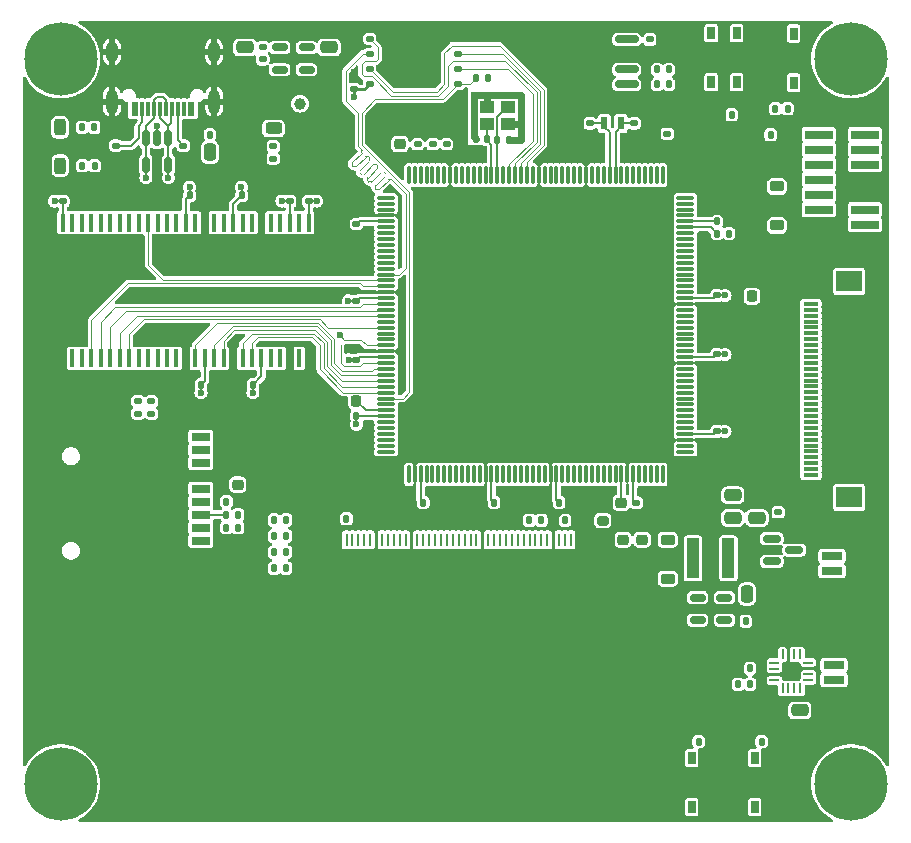
<source format=gbr>
%TF.GenerationSoftware,KiCad,Pcbnew,8.0.4*%
%TF.CreationDate,2025-01-12T23:29:22+07:00*%
%TF.ProjectId,lcd-square-4inch,6c63642d-7371-4756-9172-652d34696e63,rev?*%
%TF.SameCoordinates,Original*%
%TF.FileFunction,Copper,L1,Top*%
%TF.FilePolarity,Positive*%
%FSLAX46Y46*%
G04 Gerber Fmt 4.6, Leading zero omitted, Abs format (unit mm)*
G04 Created by KiCad (PCBNEW 8.0.4) date 2025-01-12 23:29:22*
%MOMM*%
%LPD*%
G01*
G04 APERTURE LIST*
G04 Aperture macros list*
%AMRoundRect*
0 Rectangle with rounded corners*
0 $1 Rounding radius*
0 $2 $3 $4 $5 $6 $7 $8 $9 X,Y pos of 4 corners*
0 Add a 4 corners polygon primitive as box body*
4,1,4,$2,$3,$4,$5,$6,$7,$8,$9,$2,$3,0*
0 Add four circle primitives for the rounded corners*
1,1,$1+$1,$2,$3*
1,1,$1+$1,$4,$5*
1,1,$1+$1,$6,$7*
1,1,$1+$1,$8,$9*
0 Add four rect primitives between the rounded corners*
20,1,$1+$1,$2,$3,$4,$5,0*
20,1,$1+$1,$4,$5,$6,$7,0*
20,1,$1+$1,$6,$7,$8,$9,0*
20,1,$1+$1,$8,$9,$2,$3,0*%
G04 Aperture macros list end*
%TA.AperFunction,SMDPad,CuDef*%
%ADD10RoundRect,0.150000X-0.587500X-0.150000X0.587500X-0.150000X0.587500X0.150000X-0.587500X0.150000X0*%
%TD*%
%TA.AperFunction,SMDPad,CuDef*%
%ADD11RoundRect,0.225000X-0.250000X0.225000X-0.250000X-0.225000X0.250000X-0.225000X0.250000X0.225000X0*%
%TD*%
%TA.AperFunction,SMDPad,CuDef*%
%ADD12RoundRect,0.140000X0.140000X0.170000X-0.140000X0.170000X-0.140000X-0.170000X0.140000X-0.170000X0*%
%TD*%
%TA.AperFunction,ComponentPad*%
%ADD13C,6.200000*%
%TD*%
%TA.AperFunction,SMDPad,CuDef*%
%ADD14RoundRect,0.140000X-0.140000X-0.170000X0.140000X-0.170000X0.140000X0.170000X-0.140000X0.170000X0*%
%TD*%
%TA.AperFunction,SMDPad,CuDef*%
%ADD15RoundRect,0.150000X0.150000X-0.512500X0.150000X0.512500X-0.150000X0.512500X-0.150000X-0.512500X0*%
%TD*%
%TA.AperFunction,SMDPad,CuDef*%
%ADD16RoundRect,0.140000X0.170000X-0.140000X0.170000X0.140000X-0.170000X0.140000X-0.170000X-0.140000X0*%
%TD*%
%TA.AperFunction,SMDPad,CuDef*%
%ADD17RoundRect,0.135000X-0.185000X0.135000X-0.185000X-0.135000X0.185000X-0.135000X0.185000X0.135000X0*%
%TD*%
%TA.AperFunction,SMDPad,CuDef*%
%ADD18R,0.650000X1.050000*%
%TD*%
%TA.AperFunction,SMDPad,CuDef*%
%ADD19RoundRect,0.225000X0.250000X-0.225000X0.250000X0.225000X-0.250000X0.225000X-0.250000X-0.225000X0*%
%TD*%
%TA.AperFunction,SMDPad,CuDef*%
%ADD20RoundRect,0.250000X-0.475000X0.250000X-0.475000X-0.250000X0.475000X-0.250000X0.475000X0.250000X0*%
%TD*%
%TA.AperFunction,SMDPad,CuDef*%
%ADD21RoundRect,0.135000X0.185000X-0.135000X0.185000X0.135000X-0.185000X0.135000X-0.185000X-0.135000X0*%
%TD*%
%TA.AperFunction,SMDPad,CuDef*%
%ADD22RoundRect,0.150000X-0.512500X-0.150000X0.512500X-0.150000X0.512500X0.150000X-0.512500X0.150000X0*%
%TD*%
%TA.AperFunction,SMDPad,CuDef*%
%ADD23RoundRect,0.140000X-0.170000X0.140000X-0.170000X-0.140000X0.170000X-0.140000X0.170000X0.140000X0*%
%TD*%
%TA.AperFunction,SMDPad,CuDef*%
%ADD24RoundRect,0.062500X-0.350000X-0.062500X0.350000X-0.062500X0.350000X0.062500X-0.350000X0.062500X0*%
%TD*%
%TA.AperFunction,SMDPad,CuDef*%
%ADD25RoundRect,0.062500X-0.062500X-0.350000X0.062500X-0.350000X0.062500X0.350000X-0.062500X0.350000X0*%
%TD*%
%TA.AperFunction,HeatsinkPad*%
%ADD26R,1.230000X1.230000*%
%TD*%
%TA.AperFunction,SMDPad,CuDef*%
%ADD27RoundRect,0.135000X-0.135000X-0.185000X0.135000X-0.185000X0.135000X0.185000X-0.135000X0.185000X0*%
%TD*%
%TA.AperFunction,SMDPad,CuDef*%
%ADD28RoundRect,0.135000X0.135000X0.185000X-0.135000X0.185000X-0.135000X-0.185000X0.135000X-0.185000X0*%
%TD*%
%TA.AperFunction,SMDPad,CuDef*%
%ADD29RoundRect,0.110000X0.440000X1.590000X-0.440000X1.590000X-0.440000X-1.590000X0.440000X-1.590000X0*%
%TD*%
%TA.AperFunction,SMDPad,CuDef*%
%ADD30RoundRect,0.250000X0.475000X-0.250000X0.475000X0.250000X-0.475000X0.250000X-0.475000X-0.250000X0*%
%TD*%
%TA.AperFunction,SMDPad,CuDef*%
%ADD31RoundRect,0.250000X-0.250000X-0.475000X0.250000X-0.475000X0.250000X0.475000X-0.250000X0.475000X0*%
%TD*%
%TA.AperFunction,SMDPad,CuDef*%
%ADD32RoundRect,0.225000X-0.225000X-0.250000X0.225000X-0.250000X0.225000X0.250000X-0.225000X0.250000X0*%
%TD*%
%TA.AperFunction,SMDPad,CuDef*%
%ADD33RoundRect,0.150000X-0.825000X-0.150000X0.825000X-0.150000X0.825000X0.150000X-0.825000X0.150000X0*%
%TD*%
%TA.AperFunction,SMDPad,CuDef*%
%ADD34RoundRect,0.075000X-0.075000X0.675000X-0.075000X-0.675000X0.075000X-0.675000X0.075000X0.675000X0*%
%TD*%
%TA.AperFunction,SMDPad,CuDef*%
%ADD35RoundRect,0.075000X-0.675000X0.075000X-0.675000X-0.075000X0.675000X-0.075000X0.675000X0.075000X0*%
%TD*%
%TA.AperFunction,SMDPad,CuDef*%
%ADD36R,2.400000X0.740000*%
%TD*%
%TA.AperFunction,SMDPad,CuDef*%
%ADD37RoundRect,0.225000X-0.375000X0.225000X-0.375000X-0.225000X0.375000X-0.225000X0.375000X0.225000X0*%
%TD*%
%TA.AperFunction,SMDPad,CuDef*%
%ADD38RoundRect,0.243750X-0.243750X-0.456250X0.243750X-0.456250X0.243750X0.456250X-0.243750X0.456250X0*%
%TD*%
%TA.AperFunction,SMDPad,CuDef*%
%ADD39C,1.000000*%
%TD*%
%TA.AperFunction,SMDPad,CuDef*%
%ADD40RoundRect,0.200000X0.275000X-0.200000X0.275000X0.200000X-0.275000X0.200000X-0.275000X-0.200000X0*%
%TD*%
%TA.AperFunction,SMDPad,CuDef*%
%ADD41R,0.600000X1.100000*%
%TD*%
%TA.AperFunction,SMDPad,CuDef*%
%ADD42R,1.800000X0.700000*%
%TD*%
%TA.AperFunction,SMDPad,CuDef*%
%ADD43R,2.200000X1.600000*%
%TD*%
%TA.AperFunction,SMDPad,CuDef*%
%ADD44RoundRect,0.225000X0.225000X0.250000X-0.225000X0.250000X-0.225000X-0.250000X0.225000X-0.250000X0*%
%TD*%
%TA.AperFunction,SMDPad,CuDef*%
%ADD45R,1.150000X1.000000*%
%TD*%
%TA.AperFunction,SMDPad,CuDef*%
%ADD46R,1.300000X0.300000*%
%TD*%
%TA.AperFunction,SMDPad,CuDef*%
%ADD47R,2.200000X1.800000*%
%TD*%
%TA.AperFunction,SMDPad,CuDef*%
%ADD48RoundRect,0.243750X-0.456250X0.243750X-0.456250X-0.243750X0.456250X-0.243750X0.456250X0.243750X0*%
%TD*%
%TA.AperFunction,SMDPad,CuDef*%
%ADD49R,1.600000X0.700000*%
%TD*%
%TA.AperFunction,SMDPad,CuDef*%
%ADD50R,1.500000X1.200000*%
%TD*%
%TA.AperFunction,SMDPad,CuDef*%
%ADD51R,2.200000X1.200000*%
%TD*%
%TA.AperFunction,SMDPad,CuDef*%
%ADD52R,1.500000X1.600000*%
%TD*%
%TA.AperFunction,SMDPad,CuDef*%
%ADD53R,0.250000X1.100000*%
%TD*%
%TA.AperFunction,SMDPad,CuDef*%
%ADD54R,1.700000X1.500000*%
%TD*%
%TA.AperFunction,SMDPad,CuDef*%
%ADD55R,0.600000X1.240000*%
%TD*%
%TA.AperFunction,SMDPad,CuDef*%
%ADD56R,0.300000X1.240000*%
%TD*%
%TA.AperFunction,ComponentPad*%
%ADD57O,1.000000X2.100000*%
%TD*%
%TA.AperFunction,ComponentPad*%
%ADD58O,1.000000X1.800000*%
%TD*%
%TA.AperFunction,SMDPad,CuDef*%
%ADD59RoundRect,0.125000X0.200000X0.125000X-0.200000X0.125000X-0.200000X-0.125000X0.200000X-0.125000X0*%
%TD*%
%TA.AperFunction,HeatsinkPad*%
%ADD60R,3.400000X4.300000*%
%TD*%
%TA.AperFunction,SMDPad,CuDef*%
%ADD61R,0.458000X1.510000*%
%TD*%
%TA.AperFunction,ViaPad*%
%ADD62C,0.600000*%
%TD*%
%TA.AperFunction,Conductor*%
%ADD63C,0.250000*%
%TD*%
%TA.AperFunction,Conductor*%
%ADD64C,0.200000*%
%TD*%
%TA.AperFunction,Conductor*%
%ADD65C,0.600000*%
%TD*%
%TA.AperFunction,Conductor*%
%ADD66C,0.100000*%
%TD*%
G04 APERTURE END LIST*
D10*
%TO.P,D6,1*%
%TO.N,VB*%
X171325300Y-102834400D03*
%TO.P,D6,2*%
%TO.N,+3V3*%
X171325300Y-104734400D03*
%TO.P,D6,3*%
%TO.N,VBAT*%
X173200300Y-103784400D03*
%TD*%
D11*
%TO.P,C8,1*%
%TO.N,/LED_A*%
X160350200Y-102920800D03*
%TO.P,C8,2*%
%TO.N,GND*%
X160350200Y-104470800D03*
%TD*%
D12*
%TO.P,C15,1*%
%TO.N,+3V3*%
X153313200Y-99771200D03*
%TO.P,C15,2*%
%TO.N,GND*%
X152353200Y-99771200D03*
%TD*%
D13*
%TO.P,H1,1*%
%TO.N,N/C*%
X111107200Y-62190000D03*
%TD*%
D11*
%TO.P,C7,1*%
%TO.N,/LED_A*%
X158724600Y-102920800D03*
%TO.P,C7,2*%
%TO.N,GND*%
X158724600Y-104470800D03*
%TD*%
D14*
%TO.P,C33,1*%
%TO.N,/MCU/XIN*%
X148083200Y-69037200D03*
%TO.P,C33,2*%
%TO.N,GND*%
X149043200Y-69037200D03*
%TD*%
D15*
%TO.P,U4,1,I/O1*%
%TO.N,/USB_POWER/D+*%
X118323000Y-71185200D03*
%TO.P,U4,2,GND*%
%TO.N,GND*%
X119273000Y-71185200D03*
%TO.P,U4,3,I/O2*%
%TO.N,/USB_POWER/D-*%
X120223000Y-71185200D03*
%TO.P,U4,4,I/O2*%
X120223000Y-68910200D03*
%TO.P,U4,5,VBUS*%
%TO.N,VBUS*%
X119273000Y-68910200D03*
%TO.P,U4,6,I/O1*%
%TO.N,/USB_POWER/D+*%
X118323000Y-68910200D03*
%TD*%
D14*
%TO.P,C40,1*%
%TO.N,/MCU/BTN0*%
X170462000Y-120015000D03*
%TO.P,C40,2*%
%TO.N,GND*%
X171422000Y-120015000D03*
%TD*%
D16*
%TO.P,C35,1*%
%TO.N,/MCU/OSC32_IN*%
X159689800Y-67655200D03*
%TO.P,C35,2*%
%TO.N,GND*%
X159689800Y-66695200D03*
%TD*%
D17*
%TO.P,R3,1*%
%TO.N,+3V3*%
X117652800Y-91209400D03*
%TO.P,R3,2*%
%TO.N,/DAT0*%
X117652800Y-92229400D03*
%TD*%
D14*
%TO.P,C21,1*%
%TO.N,+3V3*%
X166674800Y-75959000D03*
%TO.P,C21,2*%
%TO.N,GND*%
X167634800Y-75959000D03*
%TD*%
D18*
%TO.P,SW4,1,1*%
%TO.N,/MCU/NRST*%
X173160000Y-60053400D03*
X173160000Y-64203400D03*
%TO.P,SW4,2,2*%
%TO.N,GND*%
X171010000Y-60053400D03*
X171010000Y-64203400D03*
%TD*%
D16*
%TO.P,C6,1*%
%TO.N,VDD_LCD*%
X171856400Y-100581400D03*
%TO.P,C6,2*%
%TO.N,GND*%
X171856400Y-99621400D03*
%TD*%
D19*
%TO.P,C2,1*%
%TO.N,+3V3*%
X126111000Y-98260200D03*
%TO.P,C2,2*%
%TO.N,GND*%
X126111000Y-96710200D03*
%TD*%
D20*
%TO.P,C11,1*%
%TO.N,VDD*%
X126695200Y-61229200D03*
%TO.P,C11,2*%
%TO.N,GND*%
X126695200Y-63129200D03*
%TD*%
D21*
%TO.P,R18,1*%
%TO.N,GND*%
X121488200Y-70557700D03*
%TO.P,R18,2*%
%TO.N,Net-(J6-CC1)*%
X121488200Y-69537700D03*
%TD*%
D22*
%TO.P,U2,1,SW*%
%TO.N,/SW*%
X165030700Y-107812800D03*
%TO.P,U2,2,GND*%
%TO.N,GND*%
X165030700Y-108762800D03*
%TO.P,U2,3,FB*%
%TO.N,/LED_K*%
X165030700Y-109712800D03*
%TO.P,U2,4,EN*%
%TO.N,/LCD_BLK*%
X167305700Y-109712800D03*
%TO.P,U2,5,VIN*%
%TO.N,VBUS*%
X167305700Y-107812800D03*
%TD*%
D23*
%TO.P,C22,1*%
%TO.N,+3V3*%
X166674800Y-82229000D03*
%TO.P,C22,2*%
%TO.N,GND*%
X166674800Y-83189000D03*
%TD*%
%TO.P,C29,1*%
%TO.N,+3V3*%
X166674800Y-93729000D03*
%TO.P,C29,2*%
%TO.N,GND*%
X166674800Y-94689000D03*
%TD*%
D22*
%TO.P,U3,1,IN*%
%TO.N,VDD*%
X129647100Y-61229200D03*
%TO.P,U3,2,GND*%
%TO.N,GND*%
X129647100Y-62179200D03*
%TO.P,U3,3,EN*%
%TO.N,Net-(U3-EN)*%
X129647100Y-63129200D03*
%TO.P,U3,4,NC*%
%TO.N,unconnected-(U3-NC-Pad4)*%
X131922100Y-63129200D03*
%TO.P,U3,5,OUT*%
%TO.N,+3V3*%
X131922100Y-61229200D03*
%TD*%
D21*
%TO.P,R17,1*%
%TO.N,+3V3*%
X129108200Y-70639400D03*
%TO.P,R17,2*%
%TO.N,Net-(D5-A)*%
X129108200Y-69619400D03*
%TD*%
D24*
%TO.P,U1,1,DIN*%
%TO.N,/I2S_SDO*%
X171533900Y-113316600D03*
%TO.P,U1,2,GAIN_SLOT*%
%TO.N,Net-(U1-GAIN_SLOT)*%
X171533900Y-113816600D03*
%TO.P,U1,3,GND*%
%TO.N,GND*%
X171533900Y-114316600D03*
%TO.P,U1,4,~{SD_MODE}*%
%TO.N,Net-(U1-~{SD_MODE})*%
X171533900Y-114816600D03*
D25*
%TO.P,U1,5,NC*%
%TO.N,unconnected-(U1-NC-Pad5)*%
X172221400Y-115504100D03*
%TO.P,U1,6,NC*%
%TO.N,unconnected-(U1-NC-Pad6)*%
X172721400Y-115504100D03*
%TO.P,U1,7,VDD*%
%TO.N,VBUS*%
X173221400Y-115504100D03*
%TO.P,U1,8,VDD*%
X173721400Y-115504100D03*
D24*
%TO.P,U1,9,OUTP*%
%TO.N,Net-(J1-Pin_1)*%
X174408900Y-114816600D03*
%TO.P,U1,10,OUTN*%
%TO.N,Net-(J1-Pin_2)*%
X174408900Y-114316600D03*
%TO.P,U1,11,GND*%
%TO.N,GND*%
X174408900Y-113816600D03*
%TO.P,U1,12,NC*%
%TO.N,unconnected-(U1-NC-Pad12)*%
X174408900Y-113316600D03*
D25*
%TO.P,U1,13,NC*%
%TO.N,unconnected-(U1-NC-Pad13)*%
X173721400Y-112629100D03*
%TO.P,U1,14,LRCLK*%
%TO.N,/I2S_WS*%
X173221400Y-112629100D03*
%TO.P,U1,15,GND*%
%TO.N,GND*%
X172721400Y-112629100D03*
%TO.P,U1,16,BCLK*%
%TO.N,/I2S_SCLK*%
X172221400Y-112629100D03*
D26*
%TO.P,U1,17,PAD*%
%TO.N,GND*%
X172971400Y-114066600D03*
%TD*%
D27*
%TO.P,R12,1*%
%TO.N,+3V3*%
X129182400Y-102607533D03*
%TO.P,R12,2*%
%TO.N,/LCD_TP_SCL*%
X130202400Y-102607533D03*
%TD*%
D12*
%TO.P,C10,1*%
%TO.N,+3V3*%
X135305800Y-101142800D03*
%TO.P,C10,2*%
%TO.N,GND*%
X134345800Y-101142800D03*
%TD*%
%TO.P,C34,1*%
%TO.N,/MCU/XOUT*%
X147208200Y-69011800D03*
%TO.P,C34,2*%
%TO.N,GND*%
X146248200Y-69011800D03*
%TD*%
D23*
%TO.P,C50,1*%
%TO.N,+3V3*%
X160985200Y-60559600D03*
%TO.P,C50,2*%
%TO.N,GND*%
X160985200Y-61519600D03*
%TD*%
D17*
%TO.P,R16,1*%
%TO.N,VDD*%
X128219200Y-61229200D03*
%TO.P,R16,2*%
%TO.N,Net-(U3-EN)*%
X128219200Y-62249200D03*
%TD*%
D12*
%TO.P,C48,1*%
%TO.N,+3V3*%
X127385200Y-89789000D03*
%TO.P,C48,2*%
%TO.N,GND*%
X126425200Y-89789000D03*
%TD*%
D28*
%TO.P,R9,1*%
%TO.N,/LED1*%
X113948400Y-67995600D03*
%TO.P,R9,2*%
%TO.N,Net-(D3-A)*%
X112928400Y-67995600D03*
%TD*%
D16*
%TO.P,C32,1*%
%TO.N,+3V3*%
X143789400Y-69418200D03*
%TO.P,C32,2*%
%TO.N,GND*%
X143789400Y-68458200D03*
%TD*%
D12*
%TO.P,C9,1*%
%TO.N,/LED_K*%
X153819800Y-101269800D03*
%TO.P,C9,2*%
%TO.N,GND*%
X152859800Y-101269800D03*
%TD*%
D27*
%TO.P,R15,1*%
%TO.N,+3V3*%
X129182400Y-105333800D03*
%TO.P,R15,2*%
%TO.N,/LCD_TP_INT*%
X130202400Y-105333800D03*
%TD*%
D28*
%TO.P,R20,1*%
%TO.N,+3V3*%
X167694800Y-76987400D03*
%TO.P,R20,2*%
%TO.N,Net-(U5-PDR_ON)*%
X166674800Y-76987400D03*
%TD*%
D27*
%TO.P,R11,1*%
%TO.N,+3V3*%
X129182400Y-101244400D03*
%TO.P,R11,2*%
%TO.N,/LCD_TP_RST*%
X130202400Y-101244400D03*
%TD*%
D29*
%TO.P,L1,1*%
%TO.N,VBUS*%
X167642800Y-104495600D03*
%TO.P,L1,2*%
%TO.N,/SW*%
X164642800Y-104495600D03*
%TD*%
D30*
%TO.P,C5,1*%
%TO.N,VDD_LCD*%
X170063700Y-101051400D03*
%TO.P,C5,2*%
%TO.N,GND*%
X170063700Y-99151400D03*
%TD*%
D12*
%TO.P,C26,1*%
%TO.N,+3V3*%
X136144000Y-92459000D03*
%TO.P,C26,2*%
%TO.N,GND*%
X135184000Y-92459000D03*
%TD*%
D16*
%TO.P,C19,1*%
%TO.N,VBAT*%
X162458400Y-68552000D03*
%TO.P,C19,2*%
%TO.N,GND*%
X162458400Y-67592000D03*
%TD*%
%TO.P,C37,1*%
%TO.N,+3V3*%
X142621000Y-69418200D03*
%TO.P,C37,2*%
%TO.N,GND*%
X142621000Y-68458200D03*
%TD*%
D28*
%TO.P,R27,1*%
%TO.N,+3V3*%
X162612800Y-64369600D03*
%TO.P,R27,2*%
%TO.N,/EEPROM/EE_SDA*%
X161592800Y-64369600D03*
%TD*%
D31*
%TO.P,C4,1*%
%TO.N,VBUS*%
X169231400Y-107508800D03*
%TO.P,C4,2*%
%TO.N,GND*%
X171131400Y-107508800D03*
%TD*%
D32*
%TO.P,C16,1*%
%TO.N,+3V3*%
X169633600Y-82296000D03*
%TO.P,C16,2*%
%TO.N,GND*%
X171183600Y-82296000D03*
%TD*%
D16*
%TO.P,C31,1*%
%TO.N,+3V3*%
X136144000Y-76189000D03*
%TO.P,C31,2*%
%TO.N,GND*%
X136144000Y-75229000D03*
%TD*%
D18*
%TO.P,SW3,1,1*%
%TO.N,/MCU/BOOT0*%
X168334000Y-60028000D03*
X168334000Y-64178000D03*
%TO.P,SW3,2,2*%
%TO.N,+3V3*%
X166184000Y-60028000D03*
X166184000Y-64178000D03*
%TD*%
D12*
%TO.P,C49,1*%
%TO.N,+3V3*%
X122985200Y-89789000D03*
%TO.P,C49,2*%
%TO.N,GND*%
X122025200Y-89789000D03*
%TD*%
D33*
%TO.P,U8,1,A0*%
%TO.N,GND*%
X154090600Y-60559600D03*
%TO.P,U8,2,A1*%
X154090600Y-61829600D03*
%TO.P,U8,3,A2*%
X154090600Y-63099600D03*
%TO.P,U8,4,GND*%
X154090600Y-64369600D03*
%TO.P,U8,5,SDA*%
%TO.N,/EEPROM/EE_SDA*%
X159040600Y-64369600D03*
%TO.P,U8,6,SCL*%
%TO.N,/EEPROM/EE_SCL*%
X159040600Y-63099600D03*
%TO.P,U8,7,WP*%
%TO.N,GND*%
X159040600Y-61829600D03*
%TO.P,U8,8,VCC*%
%TO.N,+3V3*%
X159040600Y-60559600D03*
%TD*%
D27*
%TO.P,R21,1*%
%TO.N,+3V3*%
X171625800Y-66421000D03*
%TO.P,R21,2*%
%TO.N,/MCU/NRST*%
X172645800Y-66421000D03*
%TD*%
D34*
%TO.P,U5,1,PE2*%
%TO.N,/MCU/LCD_SPI_CLK*%
X162083200Y-72034000D03*
%TO.P,U5,2,PE3*%
%TO.N,/MCU/SD_DET*%
X161583200Y-72034000D03*
%TO.P,U5,3,PE4*%
%TO.N,unconnected-(U5-PE4-Pad3)*%
X161083200Y-72034000D03*
%TO.P,U5,4,PE5*%
%TO.N,unconnected-(U5-PE5-Pad4)*%
X160583200Y-72034000D03*
%TO.P,U5,5,PE6*%
%TO.N,/MCU/LCD_SPI_DAT*%
X160083200Y-72034000D03*
%TO.P,U5,6,VBAT*%
%TO.N,VBAT*%
X159583200Y-72034000D03*
%TO.P,U5,7,PI8*%
%TO.N,/MCU/LCD_SPI_CS*%
X159083200Y-72034000D03*
%TO.P,U5,8,PC13*%
%TO.N,unconnected-(U5-PC13-Pad8)*%
X158583200Y-72034000D03*
%TO.P,U5,9,PC14*%
%TO.N,/MCU/OSC32_IN*%
X158083200Y-72034000D03*
%TO.P,U5,10,PC15*%
%TO.N,/MCU/OSC32_OUT*%
X157583200Y-72034000D03*
%TO.P,U5,11,PI9*%
%TO.N,/LCD/LCD_VSYNC*%
X157083200Y-72034000D03*
%TO.P,U5,12,PI10*%
%TO.N,/LCD/LCD_HSYNC*%
X156583200Y-72034000D03*
%TO.P,U5,13,PI11*%
%TO.N,/LCD/LCD_G6*%
X156083200Y-72034000D03*
%TO.P,U5,14,VSS*%
%TO.N,GND*%
X155583200Y-72034000D03*
%TO.P,U5,15,VDD*%
%TO.N,+3V3*%
X155083200Y-72034000D03*
%TO.P,U5,16,PF0*%
%TO.N,/MCU/SDRAM_ADD0*%
X154583200Y-72034000D03*
%TO.P,U5,17,PF1*%
%TO.N,/MCU/SDRAM_ADD1*%
X154083200Y-72034000D03*
%TO.P,U5,18,PF2*%
%TO.N,/MCU/SDRAM_ADD2*%
X153583200Y-72034000D03*
%TO.P,U5,19,PF3*%
%TO.N,/MCU/SDRAM_ADD3*%
X153083200Y-72034000D03*
%TO.P,U5,20,PF4*%
%TO.N,/MCU/SDRAM_ADD4*%
X152583200Y-72034000D03*
%TO.P,U5,21,PF5*%
%TO.N,/MCU/SDRAM_ADD5*%
X152083200Y-72034000D03*
%TO.P,U5,22,VSS*%
%TO.N,GND*%
X151583200Y-72034000D03*
%TO.P,U5,23,VDD*%
%TO.N,+3V3*%
X151083200Y-72034000D03*
%TO.P,U5,24,PF6*%
%TO.N,/MCU/QUADSPI_BK1_IO3*%
X150583200Y-72034000D03*
%TO.P,U5,25,PF7*%
%TO.N,/MCU/QUADSPI_BK1_IO2*%
X150083200Y-72034000D03*
%TO.P,U5,26,PF8*%
%TO.N,/MCU/QUADSPI_BK1_IO0*%
X149583200Y-72034000D03*
%TO.P,U5,27,PF9*%
%TO.N,/MCU/QUADSPI_BK1_IO1*%
X149083200Y-72034000D03*
%TO.P,U5,28,PF10*%
%TO.N,/LCD/LCD_DE*%
X148583200Y-72034000D03*
%TO.P,U5,29,PH0*%
%TO.N,/MCU/XIN*%
X148083200Y-72034000D03*
%TO.P,U5,30,PH1*%
%TO.N,/MCU/XOUT*%
X147583200Y-72034000D03*
%TO.P,U5,31,NRST*%
%TO.N,/MCU/NRST*%
X147083200Y-72034000D03*
%TO.P,U5,32,PC0*%
%TO.N,/LCD/LCD_R5*%
X146583200Y-72034000D03*
%TO.P,U5,33,PC1*%
%TO.N,/MCU/SD_CLK*%
X146083200Y-72034000D03*
%TO.P,U5,34,PC2_C*%
%TO.N,/MCU/I2S3_SD_MODE*%
X145583200Y-72034000D03*
%TO.P,U5,35,PC3_C*%
%TO.N,unconnected-(U5-PC3_C-Pad35)*%
X145083200Y-72034000D03*
%TO.P,U5,36,VDD*%
%TO.N,+3V3*%
X144583200Y-72034000D03*
%TO.P,U5,37,VSSA*%
%TO.N,GND*%
X144083200Y-72034000D03*
%TO.P,U5,38,VREF+*%
%TO.N,+3V3*%
X143583200Y-72034000D03*
%TO.P,U5,39,VDDA*%
X143083200Y-72034000D03*
%TO.P,U5,40,PA0*%
%TO.N,/MCU/SD_CMD*%
X142583200Y-72034000D03*
%TO.P,U5,41,PA1*%
%TO.N,unconnected-(U5-PA1-Pad41)*%
X142083200Y-72034000D03*
%TO.P,U5,42,PA2*%
%TO.N,unconnected-(U5-PA2-Pad42)*%
X141583200Y-72034000D03*
%TO.P,U5,43,PH2*%
%TO.N,unconnected-(U5-PH2-Pad43)*%
X141083200Y-72034000D03*
%TO.P,U5,44,PH3*%
%TO.N,unconnected-(U5-PH3-Pad44)*%
X140583200Y-72034000D03*
D35*
%TO.P,U5,45,PH4*%
%TO.N,/MCU/EE_SCL*%
X138658200Y-73959000D03*
%TO.P,U5,46,PH5*%
%TO.N,/MCU/EE_SDA*%
X138658200Y-74459000D03*
%TO.P,U5,47,PA3*%
%TO.N,/LCD/LCD_B5*%
X138658200Y-74959000D03*
%TO.P,U5,48,VSS*%
%TO.N,GND*%
X138658200Y-75459000D03*
%TO.P,U5,49,VDD*%
%TO.N,+3V3*%
X138658200Y-75959000D03*
%TO.P,U5,50,PA4*%
%TO.N,/MCU/I2S3_WS*%
X138658200Y-76459000D03*
%TO.P,U5,51,PA5*%
%TO.N,/MCU/LCD_SPI_SCK*%
X138658200Y-76959000D03*
%TO.P,U5,52,PA6*%
%TO.N,/MCU/LCD_SPI_MISO*%
X138658200Y-77459000D03*
%TO.P,U5,53,PA7*%
%TO.N,/SDRAM/~{SDRAM_WE}*%
X138658200Y-77959000D03*
%TO.P,U5,54,PC4*%
%TO.N,/SDRAM/~{SDRAM_CS}*%
X138658200Y-78459000D03*
%TO.P,U5,55,PC5*%
%TO.N,/SDRAM/SDRAM_CKE*%
X138658200Y-78959000D03*
%TO.P,U5,56,PB0*%
%TO.N,/LCD/LCD_R3*%
X138658200Y-79459000D03*
%TO.P,U5,57,PB1*%
%TO.N,/LCD/LCD_R6*%
X138658200Y-79959000D03*
%TO.P,U5,58,PB2*%
%TO.N,/MCU/QUADSPI_CLK*%
X138658200Y-80459000D03*
%TO.P,U5,59,PF11*%
%TO.N,/SDRAM/~{SDRAM_RAS}*%
X138658200Y-80959000D03*
%TO.P,U5,60,PF12*%
%TO.N,/MCU/SDRAM_ADD6*%
X138658200Y-81459000D03*
%TO.P,U5,61,VSS*%
%TO.N,GND*%
X138658200Y-81959000D03*
%TO.P,U5,62,VDD*%
%TO.N,+3V3*%
X138658200Y-82459000D03*
%TO.P,U5,63,PF13*%
%TO.N,/MCU/SDRAM_ADD7*%
X138658200Y-82959000D03*
%TO.P,U5,64,PF14*%
%TO.N,/MCU/SDRAM_ADD8*%
X138658200Y-83459000D03*
%TO.P,U5,65,PF15*%
%TO.N,/MCU/SDRAM_ADD9*%
X138658200Y-83959000D03*
%TO.P,U5,66,PG0*%
%TO.N,/MCU/SDRAM_ADD10*%
X138658200Y-84459000D03*
%TO.P,U5,67,PG1*%
%TO.N,/MCU/SDRAM_ADD11*%
X138658200Y-84959000D03*
%TO.P,U5,68,PE7*%
%TO.N,/MCU/SDRAM_DQ4*%
X138658200Y-85459000D03*
%TO.P,U5,69,PE8*%
%TO.N,/MCU/SDRAM_DQ5*%
X138658200Y-85959000D03*
%TO.P,U5,70,PE9*%
%TO.N,/MCU/SDRAM_DQ6*%
X138658200Y-86459000D03*
%TO.P,U5,71,VSS*%
%TO.N,GND*%
X138658200Y-86959000D03*
%TO.P,U5,72,VDD*%
%TO.N,+3V3*%
X138658200Y-87459000D03*
%TO.P,U5,73,PE10*%
%TO.N,/MCU/SDRAM_DQ7*%
X138658200Y-87959000D03*
%TO.P,U5,74,PE11*%
%TO.N,/MCU/SDRAM_DQ8*%
X138658200Y-88459000D03*
%TO.P,U5,75,PE12*%
%TO.N,/MCU/SDRAM_DQ9*%
X138658200Y-88959000D03*
%TO.P,U5,76,PE13*%
%TO.N,/MCU/SDRAM_DQ10*%
X138658200Y-89459000D03*
%TO.P,U5,77,PE14*%
%TO.N,/MCU/SDRAM_DQ11*%
X138658200Y-89959000D03*
%TO.P,U5,78,PE15*%
%TO.N,/MCU/SDRAM_DQ12*%
X138658200Y-90459000D03*
%TO.P,U5,79,PB10*%
%TO.N,/MCU/QUADSPI_BK1_NCS*%
X138658200Y-90959000D03*
%TO.P,U5,80,PB11*%
%TO.N,/LCD/LCD_G5*%
X138658200Y-91459000D03*
%TO.P,U5,81,VCAP*%
%TO.N,Net-(C17-Pad1)*%
X138658200Y-91959000D03*
%TO.P,U5,82,VDD*%
%TO.N,+3V3*%
X138658200Y-92459000D03*
%TO.P,U5,83,PH6*%
%TO.N,/MCU/LED_1*%
X138658200Y-92959000D03*
%TO.P,U5,84,PH7*%
%TO.N,/MCU/BTN1*%
X138658200Y-93459000D03*
%TO.P,U5,85,PH8*%
%TO.N,/MCU/DCMI_HSYNC*%
X138658200Y-93959000D03*
%TO.P,U5,86,PH9*%
%TO.N,unconnected-(U5-PH9-Pad86)*%
X138658200Y-94459000D03*
%TO.P,U5,87,PH10*%
%TO.N,/LCD/LCD_R4*%
X138658200Y-94959000D03*
%TO.P,U5,88,PH11*%
%TO.N,unconnected-(U5-PH11-Pad88)*%
X138658200Y-95459000D03*
D34*
%TO.P,U5,89,PH12*%
%TO.N,unconnected-(U5-PH12-Pad89)*%
X140583200Y-97384000D03*
%TO.P,U5,90,VSS*%
%TO.N,GND*%
X141083200Y-97384000D03*
%TO.P,U5,91,VDD*%
%TO.N,+3V3*%
X141583200Y-97384000D03*
%TO.P,U5,92,PB12*%
%TO.N,/MCU/I2S2_WS*%
X142083200Y-97384000D03*
%TO.P,U5,93,PB13*%
%TO.N,/MCU/I2S2_CK*%
X142583200Y-97384000D03*
%TO.P,U5,94,PB14*%
%TO.N,/MCU/SD_DAT0*%
X143083200Y-97384000D03*
%TO.P,U5,95,PB15*%
%TO.N,/MCU/SD_DAT1*%
X143583200Y-97384000D03*
%TO.P,U5,96,PD8*%
%TO.N,/MCU/SDRAM_DQ13*%
X144083200Y-97384000D03*
%TO.P,U5,97,PD9*%
%TO.N,/MCU/SDRAM_DQ14*%
X144583200Y-97384000D03*
%TO.P,U5,98,PD10*%
%TO.N,/MCU/SDRAM_DQ15*%
X145083200Y-97384000D03*
%TO.P,U5,99,PD11*%
%TO.N,/MCU/BTN0*%
X145583200Y-97384000D03*
%TO.P,U5,100,PD12*%
%TO.N,/MCU/DO*%
X146083200Y-97384000D03*
%TO.P,U5,101,PD13*%
%TO.N,unconnected-(U5-PD13-Pad101)*%
X146583200Y-97384000D03*
%TO.P,U5,102,VSS*%
%TO.N,GND*%
X147083200Y-97384000D03*
%TO.P,U5,103,VDD*%
%TO.N,+3V3*%
X147583200Y-97384000D03*
%TO.P,U5,104,PD14*%
%TO.N,/MCU/SDRAM_DQ0*%
X148083200Y-97384000D03*
%TO.P,U5,105,PD15*%
%TO.N,/MCU/SDRAM_DQ1*%
X148583200Y-97384000D03*
%TO.P,U5,106,PG2*%
%TO.N,/MCU/SDRAM_ADD12*%
X149083200Y-97384000D03*
%TO.P,U5,107,PG3*%
%TO.N,unconnected-(U5-PG3-Pad107)*%
X149583200Y-97384000D03*
%TO.P,U5,108,PG4*%
%TO.N,/SDRAM/SDRAM_BA0*%
X150083200Y-97384000D03*
%TO.P,U5,109,PG5*%
%TO.N,/SDRAM/SDRAM_BA1*%
X150583200Y-97384000D03*
%TO.P,U5,110,PG6*%
%TO.N,/LCD/LCD_R7*%
X151083200Y-97384000D03*
%TO.P,U5,111,PG7*%
%TO.N,/LCD/LCD_PCLK*%
X151583200Y-97384000D03*
%TO.P,U5,112,PG8*%
%TO.N,/SDRAM/SDRAM_CLK*%
X152083200Y-97384000D03*
%TO.P,U5,113,VSS*%
%TO.N,GND*%
X152583200Y-97384000D03*
%TO.P,U5,114,VDD33_USB*%
%TO.N,+3V3*%
X153083200Y-97384000D03*
%TO.P,U5,115,PC6*%
%TO.N,/MCU/USART6_TX*%
X153583200Y-97384000D03*
%TO.P,U5,116,PC7*%
%TO.N,/MCU/USART6_RX*%
X154083200Y-97384000D03*
%TO.P,U5,117,PC8*%
%TO.N,unconnected-(U5-PC8-Pad117)*%
X154583200Y-97384000D03*
%TO.P,U5,118,PC9*%
%TO.N,unconnected-(U5-PC9-Pad118)*%
X155083200Y-97384000D03*
%TO.P,U5,119,PA8*%
%TO.N,/LCD/LCD_B3*%
X155583200Y-97384000D03*
%TO.P,U5,120,PA9*%
%TO.N,unconnected-(U5-PA9-Pad120)*%
X156083200Y-97384000D03*
%TO.P,U5,121,PA10*%
%TO.N,/LCD/LCD_B4*%
X156583200Y-97384000D03*
%TO.P,U5,122,PA11*%
%TO.N,/MCU/USB_D-*%
X157083200Y-97384000D03*
%TO.P,U5,123,PA12*%
%TO.N,/MCU/USB_D+*%
X157583200Y-97384000D03*
%TO.P,U5,124,PA13*%
%TO.N,/MCU/DBG_SWDIO*%
X158083200Y-97384000D03*
%TO.P,U5,125,VCAP*%
%TO.N,Net-(C17-Pad1)*%
X158583200Y-97384000D03*
%TO.P,U5,126,VSS*%
%TO.N,GND*%
X159083200Y-97384000D03*
%TO.P,U5,127,VDD*%
%TO.N,+3V3*%
X159583200Y-97384000D03*
%TO.P,U5,128,PH13*%
%TO.N,/LCD/LCD_G2*%
X160083200Y-97384000D03*
%TO.P,U5,129,PH14*%
%TO.N,/LCD/LCD_G3*%
X160583200Y-97384000D03*
%TO.P,U5,130,PH15*%
%TO.N,/LCD/LCD_G4*%
X161083200Y-97384000D03*
%TO.P,U5,131,PI0*%
%TO.N,/MCU/LCD_DISP*%
X161583200Y-97384000D03*
%TO.P,U5,132,PI1*%
%TO.N,/MCU/LCD_CS*%
X162083200Y-97384000D03*
D35*
%TO.P,U5,133,PI2*%
%TO.N,/LCD/LCD_G7*%
X164008200Y-95459000D03*
%TO.P,U5,134,PI3*%
%TO.N,/MCU/I2S2_DIN*%
X164008200Y-94959000D03*
%TO.P,U5,135,VSS*%
%TO.N,GND*%
X164008200Y-94459000D03*
%TO.P,U5,136,VDD*%
%TO.N,+3V3*%
X164008200Y-93959000D03*
%TO.P,U5,137,PA14*%
%TO.N,/MCU/DBG_SWCLK*%
X164008200Y-93459000D03*
%TO.P,U5,138,PA15*%
%TO.N,/MCU/LCD_BLK*%
X164008200Y-92959000D03*
%TO.P,U5,139,PC10*%
%TO.N,/MCU/I2S3_CK*%
X164008200Y-92459000D03*
%TO.P,U5,140,PC11*%
%TO.N,unconnected-(U5-PC11-Pad140)*%
X164008200Y-91959000D03*
%TO.P,U5,141,PC12*%
%TO.N,/MCU/I2S3_SDO*%
X164008200Y-91459000D03*
%TO.P,U5,142,PD0*%
%TO.N,/MCU/SDRAM_DQ2*%
X164008200Y-90959000D03*
%TO.P,U5,143,PD1*%
%TO.N,/MCU/SDRAM_DQ3*%
X164008200Y-90459000D03*
%TO.P,U5,144,PD2*%
%TO.N,/MCU/LCD_TP_INT*%
X164008200Y-89959000D03*
%TO.P,U5,145,PD3*%
%TO.N,unconnected-(U5-PD3-Pad145)*%
X164008200Y-89459000D03*
%TO.P,U5,146,PD4*%
%TO.N,/MCU/LCD_TP_RST*%
X164008200Y-88959000D03*
%TO.P,U5,147,PD5*%
%TO.N,/MCU/DBG_TX*%
X164008200Y-88459000D03*
%TO.P,U5,148,VSS*%
%TO.N,GND*%
X164008200Y-87959000D03*
%TO.P,U5,149,VDD*%
%TO.N,+3V3*%
X164008200Y-87459000D03*
%TO.P,U5,150,PD6*%
%TO.N,/MCU/DBG_RX*%
X164008200Y-86959000D03*
%TO.P,U5,151,PD7*%
%TO.N,/MCU/LCD_SPI_RESET*%
X164008200Y-86459000D03*
%TO.P,U5,152,PG9*%
%TO.N,unconnected-(U5-PG9-Pad152)*%
X164008200Y-85959000D03*
%TO.P,U5,153,PG10*%
%TO.N,unconnected-(U5-PG10-Pad153)*%
X164008200Y-85459000D03*
%TO.P,U5,154,PG11*%
%TO.N,/MCU/SD_DAT2*%
X164008200Y-84959000D03*
%TO.P,U5,155,PG12*%
%TO.N,unconnected-(U5-PG12-Pad155)*%
X164008200Y-84459000D03*
%TO.P,U5,156,PG13*%
%TO.N,unconnected-(U5-PG13-Pad156)*%
X164008200Y-83959000D03*
%TO.P,U5,157,PG14*%
%TO.N,unconnected-(U5-PG14-Pad157)*%
X164008200Y-83459000D03*
%TO.P,U5,158,VSS*%
%TO.N,GND*%
X164008200Y-82959000D03*
%TO.P,U5,159,VDD*%
%TO.N,+3V3*%
X164008200Y-82459000D03*
%TO.P,U5,160,PG15*%
%TO.N,/SDRAM/~{SDRAM_CAS}*%
X164008200Y-81959000D03*
%TO.P,U5,161,PB3*%
%TO.N,/MCU/DBG_SWO*%
X164008200Y-81459000D03*
%TO.P,U5,162,PB4*%
%TO.N,/MCU/SD_DAT3*%
X164008200Y-80959000D03*
%TO.P,U5,163,PB5*%
%TO.N,/MCU/LCD_SPI_MOSI*%
X164008200Y-80459000D03*
%TO.P,U5,164,PB6*%
%TO.N,/MCU/LCD_TP_SCL*%
X164008200Y-79959000D03*
%TO.P,U5,165,PB7*%
%TO.N,/MCU/LCD_TP_SDA*%
X164008200Y-79459000D03*
%TO.P,U5,166,BOOT0*%
%TO.N,/MCU/BOOT0*%
X164008200Y-78959000D03*
%TO.P,U5,167,PB8*%
%TO.N,/LCD/LCD_B6*%
X164008200Y-78459000D03*
%TO.P,U5,168,PB9*%
%TO.N,unconnected-(U5-PB9-Pad168)*%
X164008200Y-77959000D03*
%TO.P,U5,169,PE0*%
%TO.N,/SDRAM/SDRAM_LDQM*%
X164008200Y-77459000D03*
%TO.P,U5,170,PE1*%
%TO.N,/SDRAM/SDRAM_UDQM*%
X164008200Y-76959000D03*
%TO.P,U5,171,PDR_ON*%
%TO.N,Net-(U5-PDR_ON)*%
X164008200Y-76459000D03*
%TO.P,U5,172,VDD*%
%TO.N,+3V3*%
X164008200Y-75959000D03*
%TO.P,U5,173,PI4*%
%TO.N,unconnected-(U5-PI4-Pad173)*%
X164008200Y-75459000D03*
%TO.P,U5,174,PI5*%
%TO.N,/MCU/DCMI_VSYNC*%
X164008200Y-74959000D03*
%TO.P,U5,175,PI6*%
%TO.N,unconnected-(U5-PI6-Pad175)*%
X164008200Y-74459000D03*
%TO.P,U5,176,PI7*%
%TO.N,/LCD/LCD_B7*%
X164008200Y-73959000D03*
%TD*%
D36*
%TO.P,J4,1,Pin_1*%
%TO.N,Net-(D1-A)*%
X179191200Y-76225400D03*
%TO.P,J4,2,Pin_2*%
%TO.N,GND*%
X175291200Y-76225400D03*
%TO.P,J4,3,Pin_3*%
%TO.N,+3V3*%
X179191200Y-74955400D03*
%TO.P,J4,4,Pin_4*%
%TO.N,/SWDIO*%
X175291200Y-74955400D03*
%TO.P,J4,5,Pin_5*%
%TO.N,GND*%
X179191200Y-73685400D03*
%TO.P,J4,6,Pin_6*%
%TO.N,/SWCLK*%
X175291200Y-73685400D03*
%TO.P,J4,7,Pin_7*%
%TO.N,GND*%
X179191200Y-72415400D03*
%TO.P,J4,8,Pin_8*%
%TO.N,/SWO*%
X175291200Y-72415400D03*
%TO.P,J4,9,Pin_9*%
%TO.N,unconnected-(J4-Pin_9-Pad9)*%
X179191200Y-71145400D03*
%TO.P,J4,10,Pin_10*%
%TO.N,unconnected-(J4-Pin_10-Pad10)*%
X175291200Y-71145400D03*
%TO.P,J4,11,Pin_11*%
%TO.N,unconnected-(J4-Pin_11-Pad11)*%
X179191200Y-69875400D03*
%TO.P,J4,12,Pin_12*%
%TO.N,/RESET*%
X175291200Y-69875400D03*
%TO.P,J4,13,Pin_13*%
%TO.N,/VCP_RX*%
X179191200Y-68605400D03*
%TO.P,J4,14,Pin_14*%
%TO.N,/VCP_TX*%
X175291200Y-68605400D03*
%TD*%
D23*
%TO.P,C23,1*%
%TO.N,+3V3*%
X166674800Y-87229000D03*
%TO.P,C23,2*%
%TO.N,GND*%
X166674800Y-88189000D03*
%TD*%
D12*
%TO.P,C24,1*%
%TO.N,+3V3*%
X147813200Y-99771200D03*
%TO.P,C24,2*%
%TO.N,GND*%
X146853200Y-99771200D03*
%TD*%
D27*
%TO.P,R7,1*%
%TO.N,/LCD_BLK*%
X169111200Y-109829600D03*
%TO.P,R7,2*%
%TO.N,GND*%
X170131200Y-109829600D03*
%TD*%
D20*
%TO.P,C12,1*%
%TO.N,+3V3*%
X133832600Y-61229200D03*
%TO.P,C12,2*%
%TO.N,GND*%
X133832600Y-63129200D03*
%TD*%
D37*
%TO.P,D1,1,K*%
%TO.N,VBUS*%
X171754800Y-73000600D03*
%TO.P,D1,2,A*%
%TO.N,Net-(D1-A)*%
X171754800Y-76300600D03*
%TD*%
D16*
%TO.P,C36,1*%
%TO.N,/MCU/OSC32_OUT*%
X155943300Y-67655200D03*
%TO.P,C36,2*%
%TO.N,GND*%
X155943300Y-66695200D03*
%TD*%
D11*
%TO.P,C18,1*%
%TO.N,Net-(C17-Pad1)*%
X158583200Y-99771200D03*
%TO.P,C18,2*%
%TO.N,GND*%
X158583200Y-101321200D03*
%TD*%
D18*
%TO.P,SW2,1,1*%
%TO.N,/MCU/BTN0*%
X169867000Y-125544400D03*
X169867000Y-121394400D03*
%TO.P,SW2,2,2*%
%TO.N,GND*%
X172017000Y-125544400D03*
X172017000Y-121394400D03*
%TD*%
D16*
%TO.P,C42,1*%
%TO.N,+3V3*%
X135940800Y-64784600D03*
%TO.P,C42,2*%
%TO.N,GND*%
X135940800Y-63824600D03*
%TD*%
D14*
%TO.P,C3,1*%
%TO.N,+3V3*%
X125145800Y-99687200D03*
%TO.P,C3,2*%
%TO.N,GND*%
X126105800Y-99687200D03*
%TD*%
D19*
%TO.P,C20,1*%
%TO.N,+3V3*%
X139827000Y-69418200D03*
%TO.P,C20,2*%
%TO.N,GND*%
X139827000Y-67868200D03*
%TD*%
D28*
%TO.P,R22,1*%
%TO.N,/MCU/BOOT0*%
X167923400Y-66929000D03*
%TO.P,R22,2*%
%TO.N,GND*%
X166903400Y-66929000D03*
%TD*%
%TO.P,R5,1*%
%TO.N,+3V3*%
X126135800Y-100787200D03*
%TO.P,R5,2*%
%TO.N,/CMD*%
X125115800Y-100787200D03*
%TD*%
D21*
%TO.P,R19,1*%
%TO.N,GND*%
X115773200Y-70557700D03*
%TO.P,R19,2*%
%TO.N,Net-(J6-CC2)*%
X115773200Y-69537700D03*
%TD*%
D38*
%TO.P,D3,1,K*%
%TO.N,GND*%
X109171500Y-67995600D03*
%TO.P,D3,2,A*%
%TO.N,Net-(D3-A)*%
X111046500Y-67995600D03*
%TD*%
D20*
%TO.P,C1,1*%
%TO.N,VBUS*%
X173677800Y-117371200D03*
%TO.P,C1,2*%
%TO.N,GND*%
X173677800Y-119271200D03*
%TD*%
D39*
%TO.P,TP1,1,1*%
%TO.N,+3V3*%
X131368800Y-65989200D03*
%TD*%
D28*
%TO.P,R23,1*%
%TO.N,+3V3*%
X147296600Y-63830200D03*
%TO.P,R23,2*%
%TO.N,/MCU/QUADSPI_BK1_NCS*%
X146276600Y-63830200D03*
%TD*%
%TO.P,R28,1*%
%TO.N,+3V3*%
X162612800Y-63099600D03*
%TO.P,R28,2*%
%TO.N,/EEPROM/EE_SCL*%
X161592800Y-63099600D03*
%TD*%
D14*
%TO.P,C46,1*%
%TO.N,+3V3*%
X122025200Y-73764200D03*
%TO.P,C46,2*%
%TO.N,GND*%
X122985200Y-73764200D03*
%TD*%
D12*
%TO.P,C30,1*%
%TO.N,+3V3*%
X141813200Y-99771200D03*
%TO.P,C30,2*%
%TO.N,GND*%
X140853200Y-99771200D03*
%TD*%
D17*
%TO.P,R1,1*%
%TO.N,+3V3*%
X118795800Y-91209400D03*
%TO.P,R1,2*%
%TO.N,/SD_DET*%
X118795800Y-92229400D03*
%TD*%
D14*
%TO.P,C14,1*%
%TO.N,VBUS*%
X123748800Y-68605400D03*
%TO.P,C14,2*%
%TO.N,GND*%
X124708800Y-68605400D03*
%TD*%
D20*
%TO.P,FB1,1*%
%TO.N,+3V3*%
X168021000Y-99151400D03*
%TO.P,FB1,2*%
%TO.N,VDD_LCD*%
X168021000Y-101051400D03*
%TD*%
D38*
%TO.P,D2,1,K*%
%TO.N,GND*%
X109196900Y-71247000D03*
%TO.P,D2,2,A*%
%TO.N,Net-(D2-A)*%
X111071900Y-71247000D03*
%TD*%
D39*
%TO.P,TP2,1,1*%
%TO.N,GND*%
X131368800Y-68173600D03*
%TD*%
D40*
%TO.P,R10,1*%
%TO.N,/LED_K*%
X156997400Y-101295200D03*
%TO.P,R10,2*%
%TO.N,GND*%
X156997400Y-99645200D03*
%TD*%
D27*
%TO.P,R2,1*%
%TO.N,/~{SD_MODE}*%
X168463300Y-115154800D03*
%TO.P,R2,2*%
%TO.N,Net-(U1-~{SD_MODE})*%
X169483300Y-115154800D03*
%TD*%
D14*
%TO.P,C39,1*%
%TO.N,/MCU/BTN1*%
X165128000Y-120015000D03*
%TO.P,C39,2*%
%TO.N,GND*%
X166088000Y-120015000D03*
%TD*%
D16*
%TO.P,C27,1*%
%TO.N,+3V3*%
X136144000Y-82689000D03*
%TO.P,C27,2*%
%TO.N,GND*%
X136144000Y-81729000D03*
%TD*%
D41*
%TO.P,Y2,1,1*%
%TO.N,/MCU/OSC32_OUT*%
X157133200Y-67655200D03*
%TO.P,Y2,2,2*%
%TO.N,/MCU/OSC32_IN*%
X158533200Y-67655200D03*
%TD*%
D27*
%TO.P,R14,1*%
%TO.N,+3V3*%
X150787200Y-101269800D03*
%TO.P,R14,2*%
%TO.N,/LCD_RST*%
X151807200Y-101269800D03*
%TD*%
%TO.P,R13,1*%
%TO.N,+3V3*%
X129182400Y-103970666D03*
%TO.P,R13,2*%
%TO.N,/LCD_TP_SDA*%
X130202400Y-103970666D03*
%TD*%
D31*
%TO.P,C13,1*%
%TO.N,VBUS*%
X123748800Y-70104000D03*
%TO.P,C13,2*%
%TO.N,GND*%
X125648800Y-70104000D03*
%TD*%
D42*
%TO.P,J1,1,Pin_1*%
%TO.N,Net-(J1-Pin_1)*%
X176405600Y-105552400D03*
%TO.P,J1,2,Pin_2*%
%TO.N,Net-(J1-Pin_2)*%
X176405600Y-104302400D03*
D43*
%TO.P,J1,MP,MountPin*%
%TO.N,GND*%
X179105600Y-107802400D03*
X179105600Y-102052400D03*
%TD*%
D44*
%TO.P,C17,1*%
%TO.N,Net-(C17-Pad1)*%
X136144000Y-91186000D03*
%TO.P,C17,2*%
%TO.N,GND*%
X134594000Y-91186000D03*
%TD*%
D23*
%TO.P,C25,1*%
%TO.N,+3V3*%
X159833200Y-99771200D03*
%TO.P,C25,2*%
%TO.N,GND*%
X159833200Y-100731200D03*
%TD*%
D28*
%TO.P,R8,1*%
%TO.N,/LED0*%
X113973800Y-71247000D03*
%TO.P,R8,2*%
%TO.N,Net-(D2-A)*%
X112953800Y-71247000D03*
%TD*%
D16*
%TO.P,C38,1*%
%TO.N,+3V3*%
X141325600Y-69418200D03*
%TO.P,C38,2*%
%TO.N,GND*%
X141325600Y-68458200D03*
%TD*%
D45*
%TO.P,Y1,1,1*%
%TO.N,/MCU/XOUT*%
X147208200Y-67705200D03*
%TO.P,Y1,2,2*%
%TO.N,GND*%
X148958200Y-67705200D03*
%TO.P,Y1,3,3*%
%TO.N,/MCU/XIN*%
X148958200Y-66305200D03*
%TO.P,Y1,4,4*%
%TO.N,GND*%
X147208200Y-66305200D03*
%TD*%
D46*
%TO.P,J3,1,Pin_1*%
%TO.N,unconnected-(J3-Pin_1-Pad1)*%
X174625000Y-97437200D03*
%TO.P,J3,2,Pin_2*%
%TO.N,unconnected-(J3-Pin_2-Pad2)*%
X174625000Y-96937200D03*
%TO.P,J3,3,Pin_3*%
%TO.N,unconnected-(J3-Pin_3-Pad3)*%
X174625000Y-96437200D03*
%TO.P,J3,4,Pin_4*%
%TO.N,unconnected-(J3-Pin_4-Pad4)*%
X174625000Y-95937200D03*
%TO.P,J3,5,Pin_5*%
%TO.N,unconnected-(J3-Pin_5-Pad5)*%
X174625000Y-95437200D03*
%TO.P,J3,6,Pin_6*%
%TO.N,unconnected-(J3-Pin_6-Pad6)*%
X174625000Y-94937200D03*
%TO.P,J3,7,Pin_7*%
%TO.N,unconnected-(J3-Pin_7-Pad7)*%
X174625000Y-94437200D03*
%TO.P,J3,8,Pin_8*%
%TO.N,unconnected-(J3-Pin_8-Pad8)*%
X174625000Y-93937200D03*
%TO.P,J3,9,Pin_9*%
%TO.N,unconnected-(J3-Pin_9-Pad9)*%
X174625000Y-93437200D03*
%TO.P,J3,10,Pin_10*%
%TO.N,unconnected-(J3-Pin_10-Pad10)*%
X174625000Y-92937200D03*
%TO.P,J3,11,Pin_11*%
%TO.N,unconnected-(J3-Pin_11-Pad11)*%
X174625000Y-92437200D03*
%TO.P,J3,12,Pin_12*%
%TO.N,unconnected-(J3-Pin_12-Pad12)*%
X174625000Y-91937200D03*
%TO.P,J3,13,Pin_13*%
%TO.N,unconnected-(J3-Pin_13-Pad13)*%
X174625000Y-91437200D03*
%TO.P,J3,14,Pin_14*%
%TO.N,unconnected-(J3-Pin_14-Pad14)*%
X174625000Y-90937200D03*
%TO.P,J3,15,Pin_15*%
%TO.N,unconnected-(J3-Pin_15-Pad15)*%
X174625000Y-90437200D03*
%TO.P,J3,16,Pin_16*%
%TO.N,unconnected-(J3-Pin_16-Pad16)*%
X174625000Y-89937200D03*
%TO.P,J3,17,Pin_17*%
%TO.N,unconnected-(J3-Pin_17-Pad17)*%
X174625000Y-89437200D03*
%TO.P,J3,18,Pin_18*%
%TO.N,unconnected-(J3-Pin_18-Pad18)*%
X174625000Y-88937200D03*
%TO.P,J3,19,Pin_19*%
%TO.N,unconnected-(J3-Pin_19-Pad19)*%
X174625000Y-88437200D03*
%TO.P,J3,20,Pin_20*%
%TO.N,unconnected-(J3-Pin_20-Pad20)*%
X174625000Y-87937200D03*
%TO.P,J3,21,Pin_21*%
%TO.N,unconnected-(J3-Pin_21-Pad21)*%
X174625000Y-87437200D03*
%TO.P,J3,22,Pin_22*%
%TO.N,unconnected-(J3-Pin_22-Pad22)*%
X174625000Y-86937200D03*
%TO.P,J3,23,Pin_23*%
%TO.N,unconnected-(J3-Pin_23-Pad23)*%
X174625000Y-86437200D03*
%TO.P,J3,24,Pin_24*%
%TO.N,unconnected-(J3-Pin_24-Pad24)*%
X174625000Y-85937200D03*
%TO.P,J3,25,Pin_25*%
%TO.N,unconnected-(J3-Pin_25-Pad25)*%
X174625000Y-85437200D03*
%TO.P,J3,26,Pin_26*%
%TO.N,unconnected-(J3-Pin_26-Pad26)*%
X174625000Y-84937200D03*
%TO.P,J3,27,Pin_27*%
%TO.N,unconnected-(J3-Pin_27-Pad27)*%
X174625000Y-84437200D03*
%TO.P,J3,28,Pin_28*%
%TO.N,unconnected-(J3-Pin_28-Pad28)*%
X174625000Y-83937200D03*
%TO.P,J3,29,Pin_29*%
%TO.N,unconnected-(J3-Pin_29-Pad29)*%
X174625000Y-83437200D03*
%TO.P,J3,30,Pin_30*%
%TO.N,unconnected-(J3-Pin_30-Pad30)*%
X174625000Y-82937200D03*
D47*
%TO.P,J3,MP,MountPin*%
%TO.N,unconnected-(J3-MountPin-PadMP)*%
X177875000Y-99337200D03*
X177875000Y-81037200D03*
%TD*%
D16*
%TO.P,C28,1*%
%TO.N,+3V3*%
X136144000Y-87689000D03*
%TO.P,C28,2*%
%TO.N,GND*%
X136144000Y-86729000D03*
%TD*%
%TO.P,C47,1*%
%TO.N,+3V3*%
X111305200Y-74244200D03*
%TO.P,C47,2*%
%TO.N,GND*%
X111305200Y-73284200D03*
%TD*%
D48*
%TO.P,D5,1,K*%
%TO.N,GND*%
X129133600Y-66220100D03*
%TO.P,D5,2,A*%
%TO.N,Net-(D5-A)*%
X129133600Y-68095100D03*
%TD*%
D49*
%TO.P,J2,1,DAT2*%
%TO.N,/DAT2*%
X122979000Y-102987200D03*
%TO.P,J2,2,DAT3/CD*%
%TO.N,/DAT3*%
X122979000Y-101887200D03*
%TO.P,J2,3,CMD*%
%TO.N,/CMD*%
X122979000Y-100787200D03*
%TO.P,J2,4,VDD*%
%TO.N,+3V3*%
X122979000Y-99687200D03*
%TO.P,J2,5,CLK*%
%TO.N,/CLK*%
X122979000Y-98587200D03*
%TO.P,J2,6,VSS*%
%TO.N,GND*%
X122979000Y-97487200D03*
%TO.P,J2,7,DAT0*%
%TO.N,/DAT0*%
X122979000Y-96387200D03*
%TO.P,J2,8,DAT1*%
%TO.N,/DAT1*%
X122979000Y-95287200D03*
%TO.P,J2,9,DET*%
%TO.N,/SD_DET*%
X122979000Y-94187200D03*
D50*
%TO.P,J2,10,SHIELD*%
%TO.N,GND*%
X121979000Y-93037200D03*
D51*
X112379000Y-93037200D03*
D52*
X121979000Y-107637200D03*
D51*
X112379000Y-108537200D03*
%TD*%
D18*
%TO.P,SW1,1,1*%
%TO.N,/MCU/BTN1*%
X164533000Y-125544400D03*
X164533000Y-121394400D03*
%TO.P,SW1,2,2*%
%TO.N,GND*%
X166683000Y-125544400D03*
X166683000Y-121394400D03*
%TD*%
D16*
%TO.P,C43,1*%
%TO.N,+3V3*%
X132105200Y-74244200D03*
%TO.P,C43,2*%
%TO.N,GND*%
X132105200Y-73284200D03*
%TD*%
D13*
%TO.P,H4,1*%
%TO.N,N/C*%
X111107200Y-123590000D03*
%TD*%
D14*
%TO.P,C41,1*%
%TO.N,/MCU/NRST*%
X171221400Y-68630800D03*
%TO.P,C41,2*%
%TO.N,GND*%
X172181400Y-68630800D03*
%TD*%
D13*
%TO.P,H2,1*%
%TO.N,N/C*%
X178007200Y-62190000D03*
%TD*%
D37*
%TO.P,D4,1,K*%
%TO.N,/LED_A*%
X162509200Y-102921800D03*
%TO.P,D4,2,A*%
%TO.N,/SW*%
X162509200Y-106221800D03*
%TD*%
D53*
%TO.P,J5,1,Pin_1*%
%TO.N,GND*%
X134807200Y-102925400D03*
%TO.P,J5,2,Pin_2*%
%TO.N,+3V3*%
X135307200Y-102925400D03*
%TO.P,J5,3,Pin_3*%
%TO.N,/LCD_TP_RST*%
X135807200Y-102925400D03*
%TO.P,J5,4,Pin_4*%
%TO.N,/LCD_TP_SCL*%
X136307200Y-102925400D03*
%TO.P,J5,5,Pin_5*%
%TO.N,/LCD_TP_SDA*%
X136807200Y-102925400D03*
%TO.P,J5,6,Pin_6*%
%TO.N,/LCD_TP_INT*%
X137307200Y-102925400D03*
%TO.P,J5,7,Pin_7*%
%TO.N,GND*%
X137807200Y-102925400D03*
%TO.P,J5,8,Pin_8*%
%TO.N,/LCD_R7*%
X138307200Y-102925400D03*
%TO.P,J5,9,Pin_9*%
%TO.N,/LCD_R6*%
X138807200Y-102925400D03*
%TO.P,J5,10,Pin_10*%
%TO.N,/LCD_R5*%
X139307200Y-102925400D03*
%TO.P,J5,11,Pin_11*%
%TO.N,/LCD_R4*%
X139807200Y-102925400D03*
%TO.P,J5,12,Pin_12*%
%TO.N,/LCD_R3*%
X140307200Y-102925400D03*
%TO.P,J5,13,Pin_13*%
%TO.N,GND*%
X140807200Y-102925400D03*
%TO.P,J5,14,Pin_14*%
%TO.N,/LCD_G7*%
X141307200Y-102925400D03*
%TO.P,J5,15,Pin_15*%
%TO.N,/LCD_G6*%
X141807200Y-102925400D03*
%TO.P,J5,16,Pin_16*%
%TO.N,/LCD_G5*%
X142307200Y-102925400D03*
%TO.P,J5,17,Pin_17*%
%TO.N,/LCD_G4*%
X142807200Y-102925400D03*
%TO.P,J5,18,Pin_18*%
%TO.N,/LCD_G3*%
X143307200Y-102925400D03*
%TO.P,J5,19,Pin_19*%
%TO.N,/LCD_G2*%
X143807200Y-102925400D03*
%TO.P,J5,20,Pin_20*%
%TO.N,/LCD_B7*%
X144307200Y-102925400D03*
%TO.P,J5,21,Pin_21*%
%TO.N,/LCD_B6*%
X144807200Y-102925400D03*
%TO.P,J5,22,Pin_22*%
%TO.N,/LCD_B5*%
X145307200Y-102925400D03*
%TO.P,J5,23,Pin_23*%
%TO.N,/LCD_B4*%
X145807200Y-102925400D03*
%TO.P,J5,24,Pin_24*%
%TO.N,/LCD_B3*%
X146307200Y-102925400D03*
%TO.P,J5,25,Pin_25*%
%TO.N,GND*%
X146807200Y-102925400D03*
%TO.P,J5,26,Pin_26*%
%TO.N,/LCD_HSYNC*%
X147307200Y-102925400D03*
%TO.P,J5,27,Pin_27*%
%TO.N,/LCD_VSYNC*%
X147807200Y-102925400D03*
%TO.P,J5,28,Pin_28*%
%TO.N,/LCD_DE*%
X148307200Y-102925400D03*
%TO.P,J5,29,Pin_29*%
%TO.N,/LCD_CLK*%
X148807200Y-102925400D03*
%TO.P,J5,30,Pin_30*%
%TO.N,/LCD_SPI_CS*%
X149307200Y-102925400D03*
%TO.P,J5,31,Pin_31*%
%TO.N,/LCD_SPI_CLK*%
X149807200Y-102925400D03*
%TO.P,J5,32,Pin_32*%
%TO.N,/LCD_SPI_DAT*%
X150307200Y-102925400D03*
%TO.P,J5,33,Pin_33*%
%TO.N,unconnected-(J5-Pin_33-Pad33)*%
X150807200Y-102925400D03*
%TO.P,J5,34,Pin_34*%
%TO.N,unconnected-(J5-Pin_34-Pad34)*%
X151307200Y-102925400D03*
%TO.P,J5,35,Pin_35*%
%TO.N,/LCD_RST*%
X151807200Y-102925400D03*
%TO.P,J5,36,Pin_36*%
%TO.N,VDD_LCD*%
X152307200Y-102925400D03*
%TO.P,J5,37,Pin_37*%
%TO.N,GND*%
X152807200Y-102925400D03*
%TO.P,J5,38,Pin_38*%
%TO.N,/LED_K*%
X153307200Y-102925400D03*
%TO.P,J5,39,Pin_39*%
X153807200Y-102925400D03*
%TO.P,J5,40,Pin_40*%
%TO.N,/LED_A*%
X154307200Y-102925400D03*
D54*
%TO.P,J5,MP,MountPin*%
%TO.N,GND*%
X133157200Y-106825400D03*
X155957200Y-106825400D03*
%TD*%
D28*
%TO.P,R4,1*%
%TO.N,Net-(U1-GAIN_SLOT)*%
X169483300Y-113808600D03*
%TO.P,R4,2*%
%TO.N,GND*%
X168463300Y-113808600D03*
%TD*%
D55*
%TO.P,J6,A1,GND*%
%TO.N,GND*%
X122973000Y-66421000D03*
%TO.P,J6,A4,VBUS*%
%TO.N,VBUS*%
X122173000Y-66421000D03*
D56*
%TO.P,J6,A5,CC1*%
%TO.N,Net-(J6-CC1)*%
X121023000Y-66421000D03*
%TO.P,J6,A6,D+*%
%TO.N,/USB_POWER/D+*%
X120023000Y-66421000D03*
%TO.P,J6,A7,D-*%
%TO.N,/USB_POWER/D-*%
X119523000Y-66421000D03*
%TO.P,J6,A8,SBU1*%
%TO.N,unconnected-(J6-SBU1-PadA8)*%
X118523000Y-66421000D03*
D55*
%TO.P,J6,A9,VBUS*%
%TO.N,VBUS*%
X117373000Y-66421000D03*
%TO.P,J6,A12,GND*%
%TO.N,GND*%
X116573000Y-66421000D03*
%TO.P,J6,B1,GND*%
X116573000Y-66421000D03*
%TO.P,J6,B4,VBUS*%
%TO.N,VBUS*%
X117373000Y-66421000D03*
D56*
%TO.P,J6,B5,CC2*%
%TO.N,Net-(J6-CC2)*%
X118023000Y-66421000D03*
%TO.P,J6,B6,D+*%
%TO.N,/USB_POWER/D+*%
X119023000Y-66421000D03*
%TO.P,J6,B7,D-*%
%TO.N,/USB_POWER/D-*%
X120523000Y-66421000D03*
%TO.P,J6,B8,SBU2*%
%TO.N,unconnected-(J6-SBU2-PadB8)*%
X121523000Y-66421000D03*
D55*
%TO.P,J6,B9,VBUS*%
%TO.N,VBUS*%
X122173000Y-66421000D03*
%TO.P,J6,B12,GND*%
%TO.N,GND*%
X122973000Y-66421000D03*
D57*
%TO.P,J6,S1,SHIELD*%
X124093000Y-65821000D03*
D58*
X124093000Y-61621000D03*
D57*
X115453000Y-65821000D03*
D58*
X115453000Y-61621000D03*
%TD*%
D59*
%TO.P,U6,1,~{CS}*%
%TO.N,/MCU/QUADSPI_BK1_NCS*%
X144759000Y-64304600D03*
%TO.P,U6,2,DO(IO1)*%
%TO.N,/MCU/QUADSPI_BK1_IO1*%
X144759000Y-63034600D03*
%TO.P,U6,3,IO2*%
%TO.N,/MCU/QUADSPI_BK1_IO2*%
X144759000Y-61764600D03*
%TO.P,U6,4,GND*%
%TO.N,GND*%
X144759000Y-60494600D03*
%TO.P,U6,5,DI(IO0)*%
%TO.N,/MCU/QUADSPI_BK1_IO0*%
X137259000Y-60494600D03*
%TO.P,U6,6,CLK*%
%TO.N,/MCU/QUADSPI_CLK*%
X137259000Y-61764600D03*
%TO.P,U6,7,IO3*%
%TO.N,/MCU/QUADSPI_BK1_IO3*%
X137259000Y-63034600D03*
%TO.P,U6,8,VCC*%
%TO.N,+3V3*%
X137259000Y-64304600D03*
D60*
%TO.P,U6,9,EP*%
%TO.N,GND*%
X141009000Y-62399600D03*
%TD*%
D28*
%TO.P,R6,1*%
%TO.N,+3V3*%
X126135800Y-101887200D03*
%TO.P,R6,2*%
%TO.N,/DAT3*%
X125115800Y-101887200D03*
%TD*%
D61*
%TO.P,U7,1,VDD*%
%TO.N,+3V3*%
X132105200Y-76060800D03*
%TO.P,U7,2,DQ0*%
%TO.N,/MCU/SDRAM_DQ0*%
X131305200Y-76060800D03*
%TO.P,U7,3,VDDQ*%
%TO.N,+3V3*%
X130505200Y-76060800D03*
%TO.P,U7,4,DQ1*%
%TO.N,/MCU/SDRAM_DQ1*%
X129705200Y-76060800D03*
%TO.P,U7,5,DQ2*%
%TO.N,/MCU/SDRAM_DQ2*%
X128905200Y-76060800D03*
%TO.P,U7,6,VSSQ*%
%TO.N,GND*%
X128105200Y-76060800D03*
%TO.P,U7,7,DQ3*%
%TO.N,/MCU/SDRAM_DQ3*%
X127305200Y-76060800D03*
%TO.P,U7,8,DQ4*%
%TO.N,/MCU/SDRAM_DQ4*%
X126505200Y-76060800D03*
%TO.P,U7,9,VDDQ*%
%TO.N,+3V3*%
X125705200Y-76060800D03*
%TO.P,U7,10,DQ5*%
%TO.N,/MCU/SDRAM_DQ5*%
X124905200Y-76060800D03*
%TO.P,U7,11,DQ6*%
%TO.N,/MCU/SDRAM_DQ6*%
X124105200Y-76060800D03*
%TO.P,U7,12,VSSQ*%
%TO.N,GND*%
X123305200Y-76060800D03*
%TO.P,U7,13,DQ7*%
%TO.N,/MCU/SDRAM_DQ7*%
X122505200Y-76060800D03*
%TO.P,U7,14,VDD*%
%TO.N,+3V3*%
X121705200Y-76060800D03*
%TO.P,U7,15,DQML*%
%TO.N,/SDRAM/SDRAM_LDQM*%
X120905200Y-76060800D03*
%TO.P,U7,16,~{WE}*%
%TO.N,/SDRAM/~{SDRAM_WE}*%
X120105200Y-76060800D03*
%TO.P,U7,17,~{CAS}*%
%TO.N,/SDRAM/~{SDRAM_CAS}*%
X119305200Y-76060800D03*
%TO.P,U7,18,~{RAS}*%
%TO.N,/SDRAM/~{SDRAM_RAS}*%
X118505200Y-76060800D03*
%TO.P,U7,19,~{CS}*%
%TO.N,/SDRAM/~{SDRAM_CS}*%
X117705200Y-76060800D03*
%TO.P,U7,20,BA0*%
%TO.N,/SDRAM/SDRAM_BA0*%
X116905200Y-76060800D03*
%TO.P,U7,21,BA1*%
%TO.N,/SDRAM/SDRAM_BA1*%
X116105200Y-76060800D03*
%TO.P,U7,22,A10*%
%TO.N,/MCU/SDRAM_ADD10*%
X115305200Y-76060800D03*
%TO.P,U7,23,A0*%
%TO.N,/MCU/SDRAM_ADD0*%
X114505200Y-76060800D03*
%TO.P,U7,24,A1*%
%TO.N,/MCU/SDRAM_ADD1*%
X113705200Y-76060800D03*
%TO.P,U7,25,A2*%
%TO.N,/MCU/SDRAM_ADD2*%
X112905200Y-76060800D03*
%TO.P,U7,26,A3*%
%TO.N,/MCU/SDRAM_ADD3*%
X112105200Y-76060800D03*
%TO.P,U7,27,VDD*%
%TO.N,+3V3*%
X111305200Y-76060800D03*
%TO.P,U7,28,VSS*%
%TO.N,GND*%
X111305200Y-87560800D03*
%TO.P,U7,29,A4*%
%TO.N,/MCU/SDRAM_ADD4*%
X112105200Y-87560800D03*
%TO.P,U7,30,A5*%
%TO.N,/MCU/SDRAM_ADD5*%
X112905200Y-87560800D03*
%TO.P,U7,31,A6*%
%TO.N,/MCU/SDRAM_ADD6*%
X113705200Y-87560800D03*
%TO.P,U7,32,A7*%
%TO.N,/MCU/SDRAM_ADD7*%
X114505200Y-87560800D03*
%TO.P,U7,33,A8*%
%TO.N,/MCU/SDRAM_ADD8*%
X115305200Y-87560800D03*
%TO.P,U7,34,A9*%
%TO.N,/MCU/SDRAM_ADD9*%
X116105200Y-87560800D03*
%TO.P,U7,35,A11*%
%TO.N,/MCU/SDRAM_ADD11*%
X116905200Y-87560800D03*
%TO.P,U7,36,A12*%
%TO.N,/MCU/SDRAM_ADD12*%
X117705200Y-87560800D03*
%TO.P,U7,37,CKE*%
%TO.N,/SDRAM/SDRAM_CKE*%
X118505200Y-87560800D03*
%TO.P,U7,38,CLK*%
%TO.N,/SDRAM/SDRAM_CLK*%
X119305200Y-87560800D03*
%TO.P,U7,39,DQMH*%
%TO.N,/SDRAM/SDRAM_UDQM*%
X120105200Y-87560800D03*
%TO.P,U7,40,NC*%
%TO.N,unconnected-(U7-NC-Pad40)*%
X120905200Y-87560800D03*
%TO.P,U7,41,VSS*%
%TO.N,GND*%
X121705200Y-87560800D03*
%TO.P,U7,42,DQ8*%
%TO.N,/MCU/SDRAM_DQ8*%
X122505200Y-87560800D03*
%TO.P,U7,43,VDDQ*%
%TO.N,+3V3*%
X123305200Y-87560800D03*
%TO.P,U7,44,DQ9*%
%TO.N,/MCU/SDRAM_DQ9*%
X124105200Y-87560800D03*
%TO.P,U7,45,DQ10*%
%TO.N,/MCU/SDRAM_DQ10*%
X124905200Y-87560800D03*
%TO.P,U7,46,VSSQ*%
%TO.N,GND*%
X125705200Y-87560800D03*
%TO.P,U7,47,DQ11*%
%TO.N,/MCU/SDRAM_DQ11*%
X126505200Y-87560800D03*
%TO.P,U7,48,DQ12*%
%TO.N,/MCU/SDRAM_DQ12*%
X127305200Y-87560800D03*
%TO.P,U7,49,VDDQ*%
%TO.N,+3V3*%
X128105200Y-87560800D03*
%TO.P,U7,50,DQ13*%
%TO.N,/MCU/SDRAM_DQ13*%
X128905200Y-87560800D03*
%TO.P,U7,51,DQ14*%
%TO.N,/MCU/SDRAM_DQ14*%
X129705200Y-87560800D03*
%TO.P,U7,52,VSSQ*%
%TO.N,GND*%
X130505200Y-87560800D03*
%TO.P,U7,53,DQ15*%
%TO.N,/MCU/SDRAM_DQ15*%
X131305200Y-87560800D03*
%TO.P,U7,54,VSS*%
%TO.N,GND*%
X132105200Y-87560800D03*
%TD*%
D16*
%TO.P,C44,1*%
%TO.N,+3V3*%
X130505200Y-74244200D03*
%TO.P,C44,2*%
%TO.N,GND*%
X130505200Y-73284200D03*
%TD*%
D14*
%TO.P,C45,1*%
%TO.N,+3V3*%
X126425200Y-73764200D03*
%TO.P,C45,2*%
%TO.N,GND*%
X127385200Y-73764200D03*
%TD*%
D42*
%TO.P,J1,1,Pin_1*%
%TO.N,Net-(J1-Pin_1)*%
X176583400Y-114772600D03*
%TO.P,J1,2,Pin_2*%
%TO.N,Net-(J1-Pin_2)*%
X176583400Y-113522600D03*
D43*
%TO.P,J1,MP,MountPin*%
%TO.N,GND*%
X179283400Y-117022600D03*
X179283400Y-111272600D03*
%TD*%
D13*
%TO.P,H3,1*%
%TO.N,N/C*%
X178007200Y-123590000D03*
%TD*%
D62*
%TO.N,GND*%
X148082000Y-65252600D03*
X132791200Y-73279000D03*
X135936009Y-63292009D03*
X146075400Y-67199932D03*
X167360600Y-88188800D03*
X150088600Y-65252600D03*
X146075400Y-68173600D03*
X150088600Y-69037200D03*
X134493000Y-92456000D03*
X129844800Y-73279000D03*
X119278400Y-72263000D03*
X110591600Y-73279000D03*
X167360600Y-94691200D03*
X135483600Y-86715600D03*
X167360600Y-83185000D03*
X150088600Y-66198750D03*
X135458200Y-81749000D03*
X146075400Y-66226266D03*
X126441200Y-90474800D03*
X127381000Y-73050400D03*
X146075400Y-65252600D03*
X149085300Y-65252600D03*
X122021600Y-90474800D03*
X150088600Y-67144900D03*
X150088600Y-68091050D03*
X122986800Y-73050400D03*
X147078700Y-65252600D03*
X133756400Y-91186000D03*
%TO.N,+3V3*%
X132791200Y-74244200D03*
X110591600Y-74244200D03*
X136144000Y-93141800D03*
X122986800Y-90474800D03*
X167360600Y-82219800D03*
X122021600Y-73050400D03*
X167360600Y-87223600D03*
X135483600Y-87680800D03*
X127381000Y-90474800D03*
X167360600Y-93726000D03*
X129844800Y-74244200D03*
X135940800Y-65455800D03*
X126415800Y-73050400D03*
X135458200Y-82685800D03*
%TO.N,VBUS*%
X119278400Y-67919600D03*
%TO.N,/MCU/SDRAM_DQ6*%
X134721600Y-85598000D03*
%TO.N,/USB_POWER/D+*%
X118323000Y-72263000D03*
%TO.N,/USB_POWER/D-*%
X120223000Y-72263000D03*
%TD*%
D63*
%TO.N,GND*%
X135940800Y-63824600D02*
X135940800Y-63296800D01*
D64*
X166444800Y-82959000D02*
X166674800Y-83189000D01*
D65*
X150088600Y-67665600D02*
X150088600Y-68091050D01*
D64*
X122985200Y-73052000D02*
X122986800Y-73050400D01*
X134594000Y-91186000D02*
X133756400Y-91186000D01*
X130505200Y-73284200D02*
X129850000Y-73284200D01*
X135497000Y-86729000D02*
X135483600Y-86715600D01*
D65*
X147208200Y-66305200D02*
X147208200Y-65382100D01*
D64*
X123305200Y-74084200D02*
X122985200Y-73764200D01*
D63*
X135940800Y-63296800D02*
X135936009Y-63292009D01*
D64*
X138658200Y-81959000D02*
X136374000Y-81959000D01*
X147083200Y-99541200D02*
X146853200Y-99771200D01*
X121705200Y-87560800D02*
X121705200Y-89469000D01*
X128105200Y-76060800D02*
X128105200Y-74484200D01*
X136374000Y-86959000D02*
X136144000Y-86729000D01*
D65*
X146075400Y-68173600D02*
X146075400Y-68839000D01*
D64*
X167358400Y-94689000D02*
X167360600Y-94691200D01*
X127385200Y-73054600D02*
X127381000Y-73050400D01*
X132786000Y-73284200D02*
X132791200Y-73279000D01*
D65*
X150088600Y-65252600D02*
X150088600Y-69037200D01*
X148958200Y-67705200D02*
X150049000Y-67705200D01*
D64*
X141083200Y-97384000D02*
X141083200Y-99541200D01*
X136374000Y-81959000D02*
X136144000Y-81729000D01*
X127385200Y-73764200D02*
X127385200Y-73054600D01*
D65*
X150088600Y-69037200D02*
X149043200Y-69037200D01*
D64*
X135478200Y-81729000D02*
X135458200Y-81749000D01*
X152583200Y-99541200D02*
X152353200Y-99771200D01*
X138658200Y-75459000D02*
X136374000Y-75459000D01*
X122025200Y-90471200D02*
X122021600Y-90474800D01*
X111305200Y-73284200D02*
X110596800Y-73284200D01*
X132105200Y-73284200D02*
X132786000Y-73284200D01*
X138658200Y-86959000D02*
X136374000Y-86959000D01*
D65*
X146075400Y-65252600D02*
X150088600Y-65252600D01*
D64*
X164008200Y-94459000D02*
X166444800Y-94459000D01*
D65*
X147208200Y-65382100D02*
X147078700Y-65252600D01*
X146075400Y-68173600D02*
X146075400Y-65252600D01*
D63*
X119273000Y-71185200D02*
X119273000Y-72257600D01*
D64*
X136144000Y-86729000D02*
X135497000Y-86729000D01*
X126425200Y-89789000D02*
X126425200Y-90458800D01*
X141083200Y-99541200D02*
X140853200Y-99771200D01*
X167356600Y-83189000D02*
X167360600Y-83185000D01*
X128105200Y-74484200D02*
X127385200Y-73764200D01*
X166444800Y-87959000D02*
X166674800Y-88189000D01*
X129850000Y-73284200D02*
X129844800Y-73279000D01*
X152583200Y-97384000D02*
X152583200Y-99541200D01*
X125705200Y-87560800D02*
X125705200Y-89069000D01*
X164008200Y-87959000D02*
X166444800Y-87959000D01*
X134496000Y-92459000D02*
X134493000Y-92456000D01*
X126425200Y-90458800D02*
X126441200Y-90474800D01*
X166674800Y-83189000D02*
X167356600Y-83189000D01*
X123305200Y-76060800D02*
X123305200Y-74084200D01*
X121705200Y-89469000D02*
X122025200Y-89789000D01*
X166444800Y-94459000D02*
X166674800Y-94689000D01*
X135184000Y-92459000D02*
X134496000Y-92459000D01*
D65*
X150049000Y-67705200D02*
X150088600Y-67665600D01*
D64*
X125705200Y-89069000D02*
X126425200Y-89789000D01*
X110596800Y-73284200D02*
X110591600Y-73279000D01*
X122985200Y-73764200D02*
X122985200Y-73052000D01*
X136374000Y-75459000D02*
X136144000Y-75229000D01*
X166674800Y-94689000D02*
X167358400Y-94689000D01*
X164008200Y-82959000D02*
X166444800Y-82959000D01*
D63*
X119273000Y-72257600D02*
X119278400Y-72263000D01*
D64*
X167360400Y-88189000D02*
X167360600Y-88188800D01*
X136144000Y-81729000D02*
X135478200Y-81729000D01*
X147083200Y-97384000D02*
X147083200Y-99541200D01*
X122025200Y-89789000D02*
X122025200Y-90471200D01*
X166674800Y-88189000D02*
X167360400Y-88189000D01*
D65*
X146075400Y-68839000D02*
X146248200Y-69011800D01*
D64*
%TO.N,+3V3*%
X166674800Y-82229000D02*
X167351400Y-82229000D01*
X147583200Y-99541200D02*
X147813200Y-99771200D01*
X164008200Y-75959000D02*
X166674800Y-75959000D01*
X147583200Y-97384000D02*
X147583200Y-99541200D01*
X132105200Y-74244200D02*
X132791200Y-74244200D01*
X126425200Y-73764200D02*
X126425200Y-73059800D01*
X123305200Y-87560800D02*
X123305200Y-89469000D01*
X127385200Y-90470600D02*
X127381000Y-90474800D01*
X136374000Y-87459000D02*
X136144000Y-87689000D01*
X128105200Y-87560800D02*
X128105200Y-89069000D01*
X166444800Y-93959000D02*
X166674800Y-93729000D01*
X166674800Y-87229000D02*
X167355200Y-87229000D01*
X128105200Y-89069000D02*
X127385200Y-89789000D01*
X111305200Y-76060800D02*
X111305200Y-74244200D01*
X164008200Y-82459000D02*
X166444800Y-82459000D01*
X125705200Y-76060800D02*
X125705200Y-74484200D01*
X135461400Y-82689000D02*
X135458200Y-82685800D01*
X166674800Y-93729000D02*
X167357600Y-93729000D01*
X141583200Y-99541200D02*
X141813200Y-99771200D01*
X132105200Y-76060800D02*
X132105200Y-74244200D01*
X130505200Y-74244200D02*
X129844800Y-74244200D01*
X167351400Y-82229000D02*
X167360600Y-82219800D01*
X121705200Y-76060800D02*
X121705200Y-74084200D01*
X136144000Y-82689000D02*
X135461400Y-82689000D01*
X130505200Y-76060800D02*
X130505200Y-74244200D01*
X166444800Y-87459000D02*
X166674800Y-87229000D01*
X122985200Y-89789000D02*
X122985200Y-90473200D01*
X135491800Y-87689000D02*
X135483600Y-87680800D01*
X159583200Y-97384000D02*
X159583200Y-99521200D01*
X126425200Y-73059800D02*
X126415800Y-73050400D01*
X138658200Y-92459000D02*
X136144000Y-92459000D01*
X111305200Y-74244200D02*
X110591600Y-74244200D01*
X159583200Y-99521200D02*
X159833200Y-99771200D01*
X138658200Y-75959000D02*
X136374000Y-75959000D01*
X122985200Y-90473200D02*
X122986800Y-90474800D01*
X122025200Y-73764200D02*
X122025200Y-73054000D01*
X167355200Y-87229000D02*
X167360600Y-87223600D01*
X136144000Y-87689000D02*
X135491800Y-87689000D01*
X164008200Y-87459000D02*
X166444800Y-87459000D01*
X167357600Y-93729000D02*
X167360600Y-93726000D01*
D63*
X137259000Y-64304600D02*
X136779000Y-64784600D01*
D64*
X122025200Y-73054000D02*
X122021600Y-73050400D01*
X164008200Y-93959000D02*
X166444800Y-93959000D01*
X136374000Y-75959000D02*
X136144000Y-76189000D01*
X121705200Y-74084200D02*
X122025200Y-73764200D01*
X138658200Y-82459000D02*
X136374000Y-82459000D01*
X153083200Y-97384000D02*
X153083200Y-99541200D01*
X136144000Y-92459000D02*
X136144000Y-93141800D01*
X138658200Y-87459000D02*
X136374000Y-87459000D01*
X123305200Y-89469000D02*
X122985200Y-89789000D01*
X136374000Y-82459000D02*
X136144000Y-82689000D01*
X125705200Y-74484200D02*
X126425200Y-73764200D01*
X141583200Y-97384000D02*
X141583200Y-99541200D01*
X153083200Y-99541200D02*
X153313200Y-99771200D01*
D63*
X135940800Y-64784600D02*
X135940800Y-65455800D01*
D64*
X127385200Y-89789000D02*
X127385200Y-90470600D01*
X166444800Y-82459000D02*
X166674800Y-82229000D01*
D63*
X136779000Y-64784600D02*
X135940800Y-64784600D01*
D64*
%TO.N,Net-(C17-Pad1)*%
X158583200Y-97384000D02*
X158583200Y-99771200D01*
X138658200Y-91959000D02*
X136917000Y-91959000D01*
X136917000Y-91959000D02*
X136144000Y-91186000D01*
%TO.N,/MCU/XIN*%
X148958200Y-66305200D02*
X148858200Y-66305200D01*
X148083200Y-72034000D02*
X148083200Y-69037200D01*
X148083200Y-67080200D02*
X148083200Y-69037200D01*
X148858200Y-66305200D02*
X148083200Y-67080200D01*
%TO.N,/MCU/XOUT*%
X147583200Y-72034000D02*
X147583200Y-69473334D01*
X147583200Y-69473334D02*
X147208200Y-69098334D01*
X147208200Y-67705200D02*
X147208200Y-69011800D01*
X147208200Y-69098334D02*
X147208200Y-69011800D01*
%TO.N,/MCU/OSC32_IN*%
X158083200Y-68357800D02*
X158533200Y-67907800D01*
X158083200Y-72034000D02*
X158083200Y-68357800D01*
X158533200Y-67907800D02*
X158533200Y-67655200D01*
X159689800Y-67655200D02*
X158533200Y-67655200D01*
%TO.N,/MCU/OSC32_OUT*%
X155943300Y-67655200D02*
X157133200Y-67655200D01*
X157133200Y-67953800D02*
X157133200Y-67655200D01*
X157583200Y-72034000D02*
X157583200Y-68403800D01*
X157583200Y-68403800D02*
X157133200Y-67953800D01*
%TO.N,VBUS*%
X119273000Y-67925000D02*
X119278400Y-67919600D01*
X119273000Y-68910200D02*
X119273000Y-67925000D01*
%TO.N,/CMD*%
X122979000Y-100787200D02*
X125115800Y-100787200D01*
D66*
%TO.N,/MCU/QUADSPI_BK1_NCS*%
X137749000Y-65603400D02*
X143460200Y-65603400D01*
X143460200Y-65603400D02*
X144759000Y-64304600D01*
X140635000Y-73510336D02*
X136601200Y-69476536D01*
X145802200Y-64304600D02*
X146276600Y-63830200D01*
X144759000Y-64304600D02*
X145802200Y-64304600D01*
X140079400Y-90959000D02*
X140635000Y-90403400D01*
X140635000Y-90403400D02*
X140635000Y-73510336D01*
X136601200Y-69476536D02*
X136601200Y-66751200D01*
X136601200Y-66751200D02*
X137749000Y-65603400D01*
X138658200Y-90959000D02*
X140079400Y-90959000D01*
%TO.N,/MCU/QUADSPI_BK1_IO0*%
X137972800Y-61208400D02*
X137972800Y-62230000D01*
X143070664Y-65303400D02*
X143891000Y-64483064D01*
X149583200Y-71056272D02*
X149583200Y-72034000D01*
X136601200Y-63474600D02*
X136804400Y-63677800D01*
X136804400Y-63677800D02*
X137490994Y-63677800D01*
X139115800Y-65303400D02*
X143070664Y-65303400D01*
X143891000Y-62839600D02*
X144348200Y-62382400D01*
X137834000Y-64020806D02*
X137834000Y-64021600D01*
X136855200Y-62407800D02*
X136601200Y-62661800D01*
X137259000Y-60494600D02*
X137972800Y-61208400D01*
X137795000Y-62407800D02*
X136855200Y-62407800D01*
X144348200Y-62382400D02*
X148732072Y-62382400D01*
X151393600Y-69245872D02*
X149583200Y-71056272D01*
X148732072Y-62382400D02*
X151393600Y-65043928D01*
X137490994Y-63677800D02*
X137834000Y-64020806D01*
X143891000Y-64483064D02*
X143891000Y-62839600D01*
X137972800Y-62230000D02*
X137795000Y-62407800D01*
X136601200Y-62661800D02*
X136601200Y-63474600D01*
X151393600Y-65043928D02*
X151393600Y-69245872D01*
X137834000Y-64021600D02*
X139115800Y-65303400D01*
%TO.N,/MCU/QUADSPI_CLK*%
X140335000Y-73634600D02*
X140335000Y-79883000D01*
X138072312Y-73247158D02*
X138879827Y-72439642D01*
X137747043Y-73182105D02*
X137812096Y-73247158D01*
X136602945Y-70162760D02*
X135795429Y-70970275D01*
X135795429Y-71230491D02*
X135860482Y-71295544D01*
X139205097Y-72504697D02*
X139530994Y-72830594D01*
X140335000Y-79883000D02*
X139759000Y-80459000D01*
X138489505Y-71789104D02*
X138554559Y-71854159D01*
X136445967Y-71881029D02*
X136511020Y-71946082D01*
X139759000Y-80459000D02*
X138658200Y-80459000D01*
X137253483Y-70813298D02*
X136445967Y-71620813D01*
X137904021Y-71463836D02*
X137096505Y-72271351D01*
X139140043Y-72439642D02*
X139205097Y-72504697D01*
X137421774Y-72596620D02*
X138229289Y-71789104D01*
X136771236Y-71946082D02*
X137578751Y-71138566D01*
X137838967Y-71138566D02*
X137904021Y-71203621D01*
X137096505Y-72531567D02*
X137161558Y-72596620D01*
X139530994Y-72830594D02*
X140335000Y-73634600D01*
X136301200Y-69600800D02*
X136602945Y-69902545D01*
X136685600Y-61764600D02*
X135255000Y-63195200D01*
X135255000Y-63195200D02*
X135255000Y-65735200D01*
X138554559Y-72114374D02*
X137747043Y-72921889D01*
X137259000Y-61764600D02*
X136685600Y-61764600D01*
X135255000Y-65735200D02*
X136301200Y-66781400D01*
X136301200Y-66781400D02*
X136301200Y-69600800D01*
X136120698Y-71295544D02*
X136928213Y-70488028D01*
X137188429Y-70488028D02*
X137253483Y-70553083D01*
X137578751Y-71138566D02*
G75*
G02*
X137838967Y-71138566I130108J-130110D01*
G01*
X138229289Y-71789104D02*
G75*
G02*
X138489505Y-71789104I130108J-130110D01*
G01*
X138879827Y-72439642D02*
G75*
G02*
X139140043Y-72439642I130108J-130110D01*
G01*
X137253483Y-70553083D02*
G75*
G02*
X137253493Y-70813308I-130083J-130117D01*
G01*
X137096505Y-72271351D02*
G75*
G03*
X137096464Y-72531608I130095J-130149D01*
G01*
X137161558Y-72596620D02*
G75*
G03*
X137421774Y-72596620I130108J130110D01*
G01*
X137904021Y-71203621D02*
G75*
G02*
X137903993Y-71463807I-130121J-130079D01*
G01*
X136511020Y-71946082D02*
G75*
G03*
X136771236Y-71946082I130108J130110D01*
G01*
X136445967Y-71620813D02*
G75*
G03*
X136445988Y-71881008I130133J-130087D01*
G01*
X138554559Y-71854159D02*
G75*
G02*
X138554593Y-72114408I-130059J-130141D01*
G01*
X136928213Y-70488028D02*
G75*
G02*
X137188429Y-70488028I130108J-130110D01*
G01*
X137747043Y-72921889D02*
G75*
G03*
X137747040Y-73182108I130157J-130111D01*
G01*
X135795429Y-70970275D02*
G75*
G03*
X135795412Y-71230508I130071J-130125D01*
G01*
X137812096Y-73247158D02*
G75*
G03*
X138072312Y-73247158I130108J130110D01*
G01*
X135860482Y-71295544D02*
G75*
G03*
X136120698Y-71295544I130108J130110D01*
G01*
X136602945Y-69902545D02*
G75*
G02*
X136602993Y-70162807I-130145J-130155D01*
G01*
%TO.N,/MCU/SDRAM_DQ10*%
X138658200Y-89459000D02*
X134884528Y-89459000D01*
X132654208Y-85159000D02*
X125805864Y-85159000D01*
X124905200Y-86059664D02*
X124905200Y-87560800D01*
X125805864Y-85159000D02*
X124905200Y-86059664D01*
X133664400Y-88238872D02*
X133664400Y-86169192D01*
X134884528Y-89459000D02*
X133664400Y-88238872D01*
X133664400Y-86169192D02*
X132654208Y-85159000D01*
%TO.N,/MCU/SDRAM_ADD6*%
X136739424Y-81459000D02*
X136479424Y-81199000D01*
X136479424Y-81199000D02*
X116844800Y-81199000D01*
X138658200Y-81459000D02*
X136739424Y-81459000D01*
X116844800Y-81199000D02*
X113705200Y-84338600D01*
X113705200Y-84338600D02*
X113705200Y-87560800D01*
%TO.N,/MCU/QUADSPI_BK1_IO2*%
X151693600Y-64919664D02*
X148538536Y-61764600D01*
X148538536Y-61764600D02*
X144759000Y-61764600D01*
X151693600Y-69370136D02*
X151693600Y-64919664D01*
X150083200Y-70980536D02*
X151693600Y-69370136D01*
X150083200Y-72034000D02*
X150083200Y-70980536D01*
%TO.N,/MCU/SDRAM_ADD8*%
X138658200Y-83459000D02*
X138581400Y-83535800D01*
X116641600Y-83535800D02*
X115305200Y-84872200D01*
X138581400Y-83535800D02*
X116641600Y-83535800D01*
X115305200Y-84872200D02*
X115305200Y-87560800D01*
%TO.N,/MCU/SDRAM_DQ8*%
X137459451Y-88659000D02*
X134933056Y-88659000D01*
X134264400Y-87990344D02*
X134264400Y-85920664D01*
X124381400Y-84559000D02*
X122505200Y-86435200D01*
X134264400Y-85920664D02*
X132902736Y-84559000D01*
X134933056Y-88659000D02*
X134264400Y-87990344D01*
X137659451Y-88459000D02*
X137459451Y-88659000D01*
X132902736Y-84559000D02*
X124381400Y-84559000D01*
X138658200Y-88459000D02*
X137659451Y-88459000D01*
X122505200Y-86435200D02*
X122505200Y-87560800D01*
%TO.N,/MCU/SDRAM_DQ12*%
X135036000Y-90459000D02*
X133064400Y-88487400D01*
X133064400Y-88487400D02*
X133064400Y-86417720D01*
X127305200Y-86283400D02*
X127305200Y-87560800D01*
X132405680Y-85759000D02*
X127829600Y-85759000D01*
X138658200Y-90459000D02*
X135036000Y-90459000D01*
X127829600Y-85759000D02*
X127305200Y-86283400D01*
X133064400Y-86417720D02*
X132405680Y-85759000D01*
D64*
%TO.N,Net-(J6-CC2)*%
X118023000Y-66421000D02*
X118023000Y-67574800D01*
X117101500Y-69537700D02*
X115773200Y-69537700D01*
X118023000Y-67574800D02*
X117703600Y-67894200D01*
X117703600Y-68935600D02*
X117101500Y-69537700D01*
X117703600Y-67894200D02*
X117703600Y-68935600D01*
%TO.N,Net-(J6-CC1)*%
X121023000Y-69072500D02*
X121488200Y-69537700D01*
X121023000Y-66421000D02*
X121023000Y-69072500D01*
D66*
%TO.N,/MCU/SDRAM_DQ9*%
X134808792Y-88959000D02*
X133964400Y-88114608D01*
X138658200Y-88959000D02*
X134808792Y-88959000D01*
X132778472Y-84859000D02*
X125681600Y-84859000D01*
X125681600Y-84859000D02*
X124105200Y-86435400D01*
X133964400Y-88114608D02*
X133964400Y-86044928D01*
X124105200Y-86435400D02*
X124105200Y-87560800D01*
X133964400Y-86044928D02*
X132778472Y-84859000D01*
%TO.N,/MCU/SDRAM_ADD7*%
X136462624Y-83235800D02*
X115722400Y-83235800D01*
X115722400Y-83235800D02*
X114505200Y-84453000D01*
X114505200Y-84453000D02*
X114505200Y-87560800D01*
X136739424Y-82959000D02*
X136462624Y-83235800D01*
X138658200Y-82959000D02*
X136739424Y-82959000D01*
D64*
%TO.N,Net-(U5-PDR_ON)*%
X164008200Y-76459000D02*
X166146400Y-76459000D01*
X166146400Y-76459000D02*
X166674800Y-76987400D01*
D66*
%TO.N,/MCU/QUADSPI_BK1_IO1*%
X148960008Y-63034600D02*
X144759000Y-63034600D01*
X151093600Y-69121608D02*
X151093600Y-65168192D01*
X149083200Y-72034000D02*
X149083200Y-71132008D01*
X151093600Y-65168192D02*
X148960008Y-63034600D01*
X149083200Y-71132008D02*
X151093600Y-69121608D01*
%TO.N,/MCU/SDRAM_ADD9*%
X116105200Y-85418400D02*
X116105200Y-87560800D01*
X138658200Y-83959000D02*
X117564600Y-83959000D01*
X117564600Y-83959000D02*
X116105200Y-85418400D01*
%TO.N,/MCU/QUADSPI_BK1_IO3*%
X138134000Y-63896542D02*
X137272058Y-63034600D01*
X148285200Y-61087000D02*
X144221200Y-61087000D01*
X142946400Y-65003400D02*
X139240064Y-65003400D01*
X137272058Y-63034600D02*
X137259000Y-63034600D01*
X143591000Y-64358800D02*
X142946400Y-65003400D01*
X150583200Y-72034000D02*
X150583200Y-70904800D01*
X151993600Y-69494400D02*
X151993600Y-64795400D01*
X151993600Y-64795400D02*
X148285200Y-61087000D01*
X144221200Y-61087000D02*
X143591000Y-61717200D01*
X139240064Y-65003400D02*
X138134000Y-63897336D01*
X143591000Y-61717200D02*
X143591000Y-64358800D01*
X138134000Y-63897336D02*
X138134000Y-63896542D01*
X150583200Y-70904800D02*
X151993600Y-69494400D01*
%TO.N,/MCU/SDRAM_DQ7*%
X134823200Y-87934800D02*
X134823200Y-86461600D01*
X138658200Y-87959000D02*
X136739424Y-87959000D01*
X136739424Y-87959000D02*
X136467624Y-88230800D01*
X135119200Y-88230800D02*
X134823200Y-87934800D01*
X136467624Y-88230800D02*
X135119200Y-88230800D01*
%TO.N,/MCU/SDRAM_DQ11*%
X138658200Y-89959000D02*
X134960264Y-89959000D01*
X134960264Y-89959000D02*
X133364400Y-88363136D01*
X126505200Y-86296000D02*
X126505200Y-87560800D01*
X127342200Y-85459000D02*
X126505200Y-86296000D01*
X133364400Y-86293456D02*
X132529944Y-85459000D01*
X133364400Y-88363136D02*
X133364400Y-86293456D01*
X132529944Y-85459000D02*
X127342200Y-85459000D01*
%TO.N,/MCU/SDRAM_DQ6*%
X137005000Y-86459000D02*
X136550400Y-86004400D01*
X138658200Y-86459000D02*
X137005000Y-86459000D01*
X136550400Y-86004400D02*
X135128000Y-86004400D01*
X135128000Y-86004400D02*
X134721600Y-85598000D01*
%TO.N,/MCU/SDRAM_ADD11*%
X133727000Y-84959000D02*
X133027000Y-84259000D01*
X138658200Y-84959000D02*
X133727000Y-84959000D01*
X133027000Y-84259000D02*
X118179000Y-84259000D01*
X116905200Y-85532800D02*
X116905200Y-87560800D01*
X118179000Y-84259000D02*
X116905200Y-85532800D01*
%TO.N,/SDRAM/~{SDRAM_RAS}*%
X118505200Y-79617800D02*
X118505200Y-76060800D01*
X138658200Y-80959000D02*
X138598200Y-80899000D01*
X138598200Y-80899000D02*
X119786400Y-80899000D01*
X119786400Y-80899000D02*
X118505200Y-79617800D01*
D64*
%TO.N,/USB_POWER/D+*%
X119811800Y-65455800D02*
X119227600Y-65455800D01*
X118323000Y-68910200D02*
X118323000Y-71185200D01*
X120023000Y-65667000D02*
X119811800Y-65455800D01*
X120023000Y-66421000D02*
X120023000Y-65667000D01*
X118323000Y-72263000D02*
X118323000Y-71185200D01*
X119048000Y-67191449D02*
X118323000Y-67916449D01*
X119023000Y-66421000D02*
X119023000Y-66891000D01*
X118323000Y-67916449D02*
X118323000Y-68910200D01*
X119048000Y-66916000D02*
X119048000Y-67191449D01*
X119227600Y-65455800D02*
X119023000Y-65660400D01*
X119023000Y-65660400D02*
X119023000Y-66421000D01*
X119023000Y-66891000D02*
X119048000Y-66916000D01*
%TO.N,/USB_POWER/D-*%
X120523000Y-66421000D02*
X120497600Y-66421000D01*
X120473000Y-67666449D02*
X120223000Y-67916449D01*
X119523000Y-66891000D02*
X119498000Y-66916000D01*
X119498000Y-66916000D02*
X119498000Y-67191449D01*
X119498000Y-67191449D02*
X120223000Y-67916449D01*
X119523000Y-66421000D02*
X119523000Y-66891000D01*
X120497600Y-66421000D02*
X120473000Y-66445600D01*
X120473000Y-66445600D02*
X120473000Y-67666449D01*
X120223000Y-72263000D02*
X120223000Y-71185200D01*
X120223000Y-68910200D02*
X120223000Y-71185200D01*
X120223000Y-67916449D02*
X120223000Y-68910200D01*
%TD*%
%TA.AperFunction,Conductor*%
%TO.N,GND*%
G36*
X159151062Y-98107410D02*
G01*
X159195580Y-98158785D01*
X159221081Y-98213470D01*
X159232700Y-98265876D01*
X159232700Y-99009114D01*
X159213015Y-99076153D01*
X159160211Y-99121908D01*
X159091053Y-99131852D01*
X159065366Y-99125296D01*
X159063427Y-99124572D01*
X159063426Y-99124572D01*
X159014364Y-99106272D01*
X158958433Y-99064402D01*
X158934016Y-98998938D01*
X158933700Y-98990092D01*
X158933700Y-98265876D01*
X158945317Y-98213473D01*
X158970818Y-98158784D01*
X159016988Y-98106348D01*
X159084181Y-98087195D01*
X159151062Y-98107410D01*
G37*
%TD.AperFunction*%
%TA.AperFunction,Conductor*%
G36*
X140253834Y-80491651D02*
G01*
X140309767Y-80533523D01*
X140334184Y-80598987D01*
X140334500Y-80607833D01*
X140334500Y-90227567D01*
X140314815Y-90294606D01*
X140298181Y-90315248D01*
X139991248Y-90622181D01*
X139929925Y-90655666D01*
X139903567Y-90658500D01*
X139782700Y-90658500D01*
X139715661Y-90638815D01*
X139669906Y-90586011D01*
X139658700Y-90534501D01*
X139658699Y-90345867D01*
X139658699Y-90345862D01*
X139652459Y-90298455D01*
X139635182Y-90261404D01*
X139624690Y-90192326D01*
X139635180Y-90156599D01*
X139652459Y-90119545D01*
X139658700Y-90072139D01*
X139658699Y-89845862D01*
X139652459Y-89798455D01*
X139635182Y-89761404D01*
X139624690Y-89692326D01*
X139635180Y-89656599D01*
X139652459Y-89619545D01*
X139658700Y-89572139D01*
X139658699Y-89345862D01*
X139652459Y-89298455D01*
X139635182Y-89261404D01*
X139624690Y-89192326D01*
X139635180Y-89156599D01*
X139652459Y-89119545D01*
X139658700Y-89072139D01*
X139658699Y-88845862D01*
X139652459Y-88798455D01*
X139635182Y-88761404D01*
X139624690Y-88692326D01*
X139635180Y-88656599D01*
X139652459Y-88619545D01*
X139658700Y-88572139D01*
X139658699Y-88345862D01*
X139652459Y-88298455D01*
X139635182Y-88261404D01*
X139624690Y-88192326D01*
X139635180Y-88156599D01*
X139652459Y-88119545D01*
X139658700Y-88072139D01*
X139658699Y-87845862D01*
X139652459Y-87798455D01*
X139635182Y-87761404D01*
X139624690Y-87692326D01*
X139635180Y-87656599D01*
X139652459Y-87619545D01*
X139658700Y-87572139D01*
X139658699Y-87345862D01*
X139652459Y-87298455D01*
X139603947Y-87194421D01*
X139522779Y-87113253D01*
X139432985Y-87071381D01*
X139380547Y-87025210D01*
X139361395Y-86958016D01*
X139381611Y-86891135D01*
X139432985Y-86846618D01*
X139522779Y-86804747D01*
X139603947Y-86723579D01*
X139652459Y-86619545D01*
X139658700Y-86572139D01*
X139658699Y-86345862D01*
X139652459Y-86298455D01*
X139635182Y-86261404D01*
X139624690Y-86192326D01*
X139635180Y-86156599D01*
X139652459Y-86119545D01*
X139658700Y-86072139D01*
X139658699Y-85845862D01*
X139652459Y-85798455D01*
X139647662Y-85788169D01*
X139635182Y-85761404D01*
X139624690Y-85692326D01*
X139635180Y-85656599D01*
X139652459Y-85619545D01*
X139658700Y-85572139D01*
X139658699Y-85345862D01*
X139652459Y-85298455D01*
X139635182Y-85261404D01*
X139624690Y-85192326D01*
X139635180Y-85156599D01*
X139652459Y-85119545D01*
X139658700Y-85072139D01*
X139658699Y-84845862D01*
X139652459Y-84798455D01*
X139639741Y-84771181D01*
X139635182Y-84761404D01*
X139624690Y-84692326D01*
X139635180Y-84656599D01*
X139652459Y-84619545D01*
X139658700Y-84572139D01*
X139658699Y-84345862D01*
X139652459Y-84298455D01*
X139643473Y-84279185D01*
X139635182Y-84261404D01*
X139624690Y-84192326D01*
X139635180Y-84156599D01*
X139652459Y-84119545D01*
X139658700Y-84072139D01*
X139658699Y-83845862D01*
X139652459Y-83798455D01*
X139635182Y-83761404D01*
X139624690Y-83692326D01*
X139635180Y-83656599D01*
X139652459Y-83619545D01*
X139658700Y-83572139D01*
X139658699Y-83345862D01*
X139652459Y-83298455D01*
X139635182Y-83261404D01*
X139624690Y-83192326D01*
X139635180Y-83156599D01*
X139652459Y-83119545D01*
X139658700Y-83072139D01*
X139658699Y-82845862D01*
X139652459Y-82798455D01*
X139635705Y-82762526D01*
X139635182Y-82761404D01*
X139624690Y-82692326D01*
X139635180Y-82656599D01*
X139652459Y-82619545D01*
X139658700Y-82572139D01*
X139658699Y-82345862D01*
X139652459Y-82298455D01*
X139603947Y-82194421D01*
X139522779Y-82113253D01*
X139432985Y-82071381D01*
X139380547Y-82025210D01*
X139361395Y-81958016D01*
X139381611Y-81891135D01*
X139432985Y-81846618D01*
X139522779Y-81804747D01*
X139603947Y-81723579D01*
X139652459Y-81619545D01*
X139658700Y-81572139D01*
X139658699Y-81345862D01*
X139652459Y-81298455D01*
X139635182Y-81261404D01*
X139624690Y-81192326D01*
X139635180Y-81156599D01*
X139652459Y-81119545D01*
X139658700Y-81072139D01*
X139658699Y-80883500D01*
X139678383Y-80816461D01*
X139731187Y-80770706D01*
X139782699Y-80759500D01*
X139798560Y-80759500D01*
X139798562Y-80759500D01*
X139874989Y-80739021D01*
X139943511Y-80699460D01*
X139999460Y-80643511D01*
X140122819Y-80520152D01*
X140184142Y-80486667D01*
X140253834Y-80491651D01*
G37*
%TD.AperFunction*%
%TA.AperFunction,Conductor*%
G36*
X136441606Y-86324585D02*
G01*
X136462248Y-86341219D01*
X136764540Y-86643511D01*
X136820489Y-86699460D01*
X136820491Y-86699461D01*
X136820495Y-86699464D01*
X136865891Y-86725673D01*
X136889011Y-86739021D01*
X136965438Y-86759500D01*
X137697012Y-86759500D01*
X137764051Y-86779185D01*
X137784693Y-86795819D01*
X137793621Y-86804747D01*
X137883412Y-86846617D01*
X137935852Y-86892789D01*
X137955004Y-86959982D01*
X137934789Y-87026864D01*
X137883415Y-87071380D01*
X137828731Y-87096881D01*
X137776324Y-87108500D01*
X136327856Y-87108500D01*
X136238715Y-87132385D01*
X136238710Y-87132387D01*
X136222252Y-87141889D01*
X136160256Y-87158500D01*
X135943260Y-87158500D01*
X135943260Y-87158501D01*
X135851826Y-87172982D01*
X135851824Y-87172982D01*
X135832949Y-87182600D01*
X135764279Y-87195495D01*
X135729206Y-87186676D01*
X135627309Y-87144470D01*
X135627308Y-87144469D01*
X135627306Y-87144469D01*
X135483601Y-87125550D01*
X135483599Y-87125550D01*
X135339891Y-87144470D01*
X135339887Y-87144471D01*
X135295152Y-87163001D01*
X135225683Y-87170470D01*
X135163204Y-87139194D01*
X135127552Y-87079105D01*
X135123700Y-87048440D01*
X135123700Y-86428900D01*
X135143385Y-86361861D01*
X135196189Y-86316106D01*
X135247700Y-86304900D01*
X136374567Y-86304900D01*
X136441606Y-86324585D01*
G37*
%TD.AperFunction*%
%TA.AperFunction,Conductor*%
G36*
X136370630Y-81519185D02*
G01*
X136391272Y-81535819D01*
X136554913Y-81699460D01*
X136623436Y-81739022D01*
X136699862Y-81759500D01*
X137697012Y-81759500D01*
X137764051Y-81779185D01*
X137784693Y-81795819D01*
X137793621Y-81804747D01*
X137883412Y-81846617D01*
X137935852Y-81892789D01*
X137955004Y-81959982D01*
X137934789Y-82026864D01*
X137883415Y-82071380D01*
X137828731Y-82096881D01*
X137776324Y-82108500D01*
X136327856Y-82108500D01*
X136245567Y-82130548D01*
X136245568Y-82130549D01*
X136238712Y-82132386D01*
X136238709Y-82132387D01*
X136222251Y-82141889D01*
X136160255Y-82158500D01*
X135943260Y-82158500D01*
X135943260Y-82158501D01*
X135851826Y-82172982D01*
X135851822Y-82172983D01*
X135816148Y-82191160D01*
X135747478Y-82204056D01*
X135712403Y-82195237D01*
X135655868Y-82171820D01*
X135601909Y-82149470D01*
X135530054Y-82140010D01*
X135458201Y-82130550D01*
X135458199Y-82130550D01*
X135314491Y-82149470D01*
X135314487Y-82149471D01*
X135180577Y-82204937D01*
X135065579Y-82293179D01*
X134977337Y-82408177D01*
X134921871Y-82542087D01*
X134921870Y-82542091D01*
X134907912Y-82648114D01*
X134902950Y-82685800D01*
X134917149Y-82793653D01*
X134917342Y-82795114D01*
X134906577Y-82864149D01*
X134860197Y-82916405D01*
X134794403Y-82935300D01*
X115832833Y-82935300D01*
X115765794Y-82915615D01*
X115720039Y-82862811D01*
X115710095Y-82793653D01*
X115739120Y-82730097D01*
X115745152Y-82723619D01*
X116932952Y-81535819D01*
X116994275Y-81502334D01*
X117020633Y-81499500D01*
X136303591Y-81499500D01*
X136370630Y-81519185D01*
G37*
%TD.AperFunction*%
%TA.AperFunction,Conductor*%
G36*
X139053267Y-72793685D02*
G01*
X139097615Y-72822186D01*
X139998181Y-73722752D01*
X140031666Y-73784075D01*
X140034500Y-73810433D01*
X140034500Y-79707167D01*
X140014815Y-79774206D01*
X139998185Y-79794843D01*
X139906329Y-79886700D01*
X139869959Y-79923070D01*
X139808636Y-79956554D01*
X139738944Y-79951570D01*
X139683011Y-79909698D01*
X139660633Y-79849701D01*
X139659228Y-79849886D01*
X139658699Y-79845867D01*
X139658699Y-79845862D01*
X139652459Y-79798455D01*
X139652456Y-79798448D01*
X139635182Y-79761404D01*
X139624690Y-79692326D01*
X139635180Y-79656599D01*
X139652459Y-79619545D01*
X139658700Y-79572139D01*
X139658699Y-79345862D01*
X139652459Y-79298455D01*
X139635182Y-79261404D01*
X139624690Y-79192326D01*
X139635180Y-79156599D01*
X139652459Y-79119545D01*
X139658700Y-79072139D01*
X139658699Y-78845862D01*
X139652459Y-78798455D01*
X139635182Y-78761404D01*
X139624690Y-78692326D01*
X139635180Y-78656599D01*
X139652459Y-78619545D01*
X139658700Y-78572139D01*
X139658699Y-78345862D01*
X139652459Y-78298455D01*
X139635182Y-78261404D01*
X139624690Y-78192326D01*
X139635180Y-78156599D01*
X139652459Y-78119545D01*
X139658700Y-78072139D01*
X139658699Y-77845862D01*
X139652459Y-77798455D01*
X139635182Y-77761404D01*
X139624690Y-77692326D01*
X139635180Y-77656599D01*
X139652459Y-77619545D01*
X139658700Y-77572139D01*
X139658699Y-77345862D01*
X139652459Y-77298455D01*
X139635182Y-77261404D01*
X139624690Y-77192326D01*
X139635180Y-77156599D01*
X139652459Y-77119545D01*
X139658700Y-77072139D01*
X139658699Y-76845862D01*
X139652459Y-76798455D01*
X139647662Y-76788169D01*
X139635182Y-76761404D01*
X139624690Y-76692326D01*
X139635180Y-76656599D01*
X139652459Y-76619545D01*
X139658700Y-76572139D01*
X139658699Y-76345862D01*
X139652459Y-76298455D01*
X139635182Y-76261404D01*
X139624690Y-76192326D01*
X139635180Y-76156599D01*
X139652459Y-76119545D01*
X139658700Y-76072139D01*
X139658699Y-75845862D01*
X139652459Y-75798455D01*
X139603947Y-75694421D01*
X139522779Y-75613253D01*
X139432985Y-75571381D01*
X139380547Y-75525210D01*
X139361395Y-75458016D01*
X139381611Y-75391135D01*
X139432985Y-75346618D01*
X139522779Y-75304747D01*
X139603947Y-75223579D01*
X139652459Y-75119545D01*
X139658700Y-75072139D01*
X139658699Y-74845862D01*
X139652459Y-74798455D01*
X139644100Y-74780529D01*
X139635182Y-74761404D01*
X139624690Y-74692326D01*
X139635180Y-74656599D01*
X139652459Y-74619545D01*
X139658700Y-74572139D01*
X139658699Y-74345862D01*
X139652459Y-74298455D01*
X139635182Y-74261404D01*
X139624690Y-74192326D01*
X139635180Y-74156599D01*
X139652459Y-74119545D01*
X139658700Y-74072139D01*
X139658699Y-73845862D01*
X139652459Y-73798455D01*
X139603947Y-73694421D01*
X139522779Y-73613253D01*
X139418745Y-73564741D01*
X139418743Y-73564740D01*
X139418744Y-73564740D01*
X139371340Y-73558500D01*
X139371339Y-73558500D01*
X138485302Y-73558500D01*
X138418263Y-73538815D01*
X138372508Y-73486011D01*
X138362564Y-73416853D01*
X138391589Y-73353297D01*
X138397621Y-73346819D01*
X138922253Y-72822186D01*
X138983576Y-72788701D01*
X139053267Y-72793685D01*
G37*
%TD.AperFunction*%
%TA.AperFunction,Conductor*%
G36*
X145535839Y-64624785D02*
G01*
X145581594Y-64677589D01*
X145592800Y-64729100D01*
X145592800Y-64744600D01*
X145592800Y-69494400D01*
X146791793Y-69494400D01*
X146848086Y-69507914D01*
X146946025Y-69557817D01*
X146946026Y-69557817D01*
X146946028Y-69557818D01*
X146981147Y-69563379D01*
X147037465Y-69572300D01*
X147108699Y-69572299D01*
X147175738Y-69591983D01*
X147221494Y-69644786D01*
X147232700Y-69696299D01*
X147232700Y-70909500D01*
X147213015Y-70976539D01*
X147160211Y-71022294D01*
X147108701Y-71033500D01*
X146970068Y-71033500D01*
X146959541Y-71034885D01*
X146922655Y-71039741D01*
X146922653Y-71039742D01*
X146922651Y-71039742D01*
X146885603Y-71057018D01*
X146816525Y-71067509D01*
X146780796Y-71057018D01*
X146743745Y-71039741D01*
X146743741Y-71039740D01*
X146696340Y-71033500D01*
X146470068Y-71033500D01*
X146459541Y-71034885D01*
X146422655Y-71039741D01*
X146422653Y-71039742D01*
X146422651Y-71039742D01*
X146385603Y-71057018D01*
X146316525Y-71067509D01*
X146280796Y-71057018D01*
X146243745Y-71039741D01*
X146243741Y-71039740D01*
X146196340Y-71033500D01*
X145970068Y-71033500D01*
X145959541Y-71034885D01*
X145922655Y-71039741D01*
X145922653Y-71039742D01*
X145922651Y-71039742D01*
X145885603Y-71057018D01*
X145816525Y-71067509D01*
X145780796Y-71057018D01*
X145743745Y-71039741D01*
X145743741Y-71039740D01*
X145696340Y-71033500D01*
X145470068Y-71033500D01*
X145459541Y-71034885D01*
X145422655Y-71039741D01*
X145422653Y-71039742D01*
X145422651Y-71039742D01*
X145385603Y-71057018D01*
X145316525Y-71067509D01*
X145280796Y-71057018D01*
X145243745Y-71039741D01*
X145243741Y-71039740D01*
X145196340Y-71033500D01*
X144970068Y-71033500D01*
X144959541Y-71034885D01*
X144922655Y-71039741D01*
X144922653Y-71039742D01*
X144922651Y-71039742D01*
X144885603Y-71057018D01*
X144816525Y-71067509D01*
X144780796Y-71057018D01*
X144743745Y-71039741D01*
X144743741Y-71039740D01*
X144696340Y-71033500D01*
X144470067Y-71033500D01*
X144458514Y-71035021D01*
X144422655Y-71039741D01*
X144422653Y-71039742D01*
X144422651Y-71039742D01*
X144318620Y-71088253D01*
X144237453Y-71169420D01*
X144195582Y-71259213D01*
X144149409Y-71311652D01*
X144082216Y-71330804D01*
X144015335Y-71310588D01*
X143970818Y-71259213D01*
X143960519Y-71237128D01*
X143928947Y-71169421D01*
X143847779Y-71088253D01*
X143743745Y-71039741D01*
X143743743Y-71039740D01*
X143743744Y-71039740D01*
X143696340Y-71033500D01*
X143470068Y-71033500D01*
X143459541Y-71034885D01*
X143422655Y-71039741D01*
X143422653Y-71039742D01*
X143422651Y-71039742D01*
X143385603Y-71057018D01*
X143316525Y-71067509D01*
X143280796Y-71057018D01*
X143243745Y-71039741D01*
X143243741Y-71039740D01*
X143196340Y-71033500D01*
X142970068Y-71033500D01*
X142959541Y-71034885D01*
X142922655Y-71039741D01*
X142922653Y-71039742D01*
X142922651Y-71039742D01*
X142885603Y-71057018D01*
X142816525Y-71067509D01*
X142780796Y-71057018D01*
X142743745Y-71039741D01*
X142743741Y-71039740D01*
X142696340Y-71033500D01*
X142470068Y-71033500D01*
X142459541Y-71034885D01*
X142422655Y-71039741D01*
X142422653Y-71039742D01*
X142422651Y-71039742D01*
X142385603Y-71057018D01*
X142316525Y-71067509D01*
X142280796Y-71057018D01*
X142243745Y-71039741D01*
X142243741Y-71039740D01*
X142196340Y-71033500D01*
X141970068Y-71033500D01*
X141959541Y-71034885D01*
X141922655Y-71039741D01*
X141922653Y-71039742D01*
X141922651Y-71039742D01*
X141885603Y-71057018D01*
X141816525Y-71067509D01*
X141780796Y-71057018D01*
X141743745Y-71039741D01*
X141743741Y-71039740D01*
X141696340Y-71033500D01*
X141470068Y-71033500D01*
X141459541Y-71034885D01*
X141422655Y-71039741D01*
X141422653Y-71039742D01*
X141422651Y-71039742D01*
X141385603Y-71057018D01*
X141316525Y-71067509D01*
X141280796Y-71057018D01*
X141243745Y-71039741D01*
X141243741Y-71039740D01*
X141196340Y-71033500D01*
X140970068Y-71033500D01*
X140959541Y-71034885D01*
X140922655Y-71039741D01*
X140922653Y-71039742D01*
X140922651Y-71039742D01*
X140885603Y-71057018D01*
X140816525Y-71067509D01*
X140780796Y-71057018D01*
X140743745Y-71039741D01*
X140743741Y-71039740D01*
X140696340Y-71033500D01*
X140470067Y-71033500D01*
X140458514Y-71035021D01*
X140422655Y-71039741D01*
X140422653Y-71039742D01*
X140422651Y-71039742D01*
X140318620Y-71088253D01*
X140237453Y-71169420D01*
X140188940Y-71273456D01*
X140182700Y-71320860D01*
X140182700Y-72333703D01*
X140163015Y-72400742D01*
X140110211Y-72446497D01*
X140041053Y-72456441D01*
X139977497Y-72427416D01*
X139971019Y-72421384D01*
X136938019Y-69388384D01*
X136904534Y-69327061D01*
X136901700Y-69300703D01*
X136901700Y-69147698D01*
X139101500Y-69147698D01*
X139101500Y-69688681D01*
X139101501Y-69688690D01*
X139107587Y-69745314D01*
X139145000Y-69845618D01*
X139155372Y-69873426D01*
X139237313Y-69982887D01*
X139346774Y-70064828D01*
X139474886Y-70112612D01*
X139531515Y-70118700D01*
X140122484Y-70118699D01*
X140179114Y-70112612D01*
X140307226Y-70064828D01*
X140416687Y-69982887D01*
X140498628Y-69873426D01*
X140546412Y-69745314D01*
X140548251Y-69728206D01*
X140574987Y-69663657D01*
X140632379Y-69623808D01*
X140702204Y-69621313D01*
X140762294Y-69656965D01*
X140782023Y-69685165D01*
X140835741Y-69790591D01*
X140835743Y-69790593D01*
X140835745Y-69790596D01*
X140923203Y-69878054D01*
X140923205Y-69878055D01*
X140923209Y-69878059D01*
X141033425Y-69934217D01*
X141033426Y-69934217D01*
X141033428Y-69934218D01*
X141068547Y-69939779D01*
X141124865Y-69948700D01*
X141526334Y-69948699D01*
X141526339Y-69948699D01*
X141526339Y-69948698D01*
X141572054Y-69941458D01*
X141617770Y-69934218D01*
X141617771Y-69934218D01*
X141617772Y-69934217D01*
X141617775Y-69934217D01*
X141727991Y-69878059D01*
X141815459Y-69790591D01*
X141862817Y-69697645D01*
X141910789Y-69646852D01*
X141978610Y-69630057D01*
X142044745Y-69652594D01*
X142083782Y-69697645D01*
X142131141Y-69790591D01*
X142131142Y-69790592D01*
X142131145Y-69790596D01*
X142218603Y-69878054D01*
X142218605Y-69878055D01*
X142218609Y-69878059D01*
X142328825Y-69934217D01*
X142328826Y-69934217D01*
X142328828Y-69934218D01*
X142363947Y-69939779D01*
X142420265Y-69948700D01*
X142821734Y-69948699D01*
X142821739Y-69948699D01*
X142821739Y-69948698D01*
X142867454Y-69941458D01*
X142913170Y-69934218D01*
X142913171Y-69934218D01*
X142913172Y-69934217D01*
X142913175Y-69934217D01*
X143023391Y-69878059D01*
X143061496Y-69839954D01*
X143117519Y-69783932D01*
X143178842Y-69750447D01*
X143248534Y-69755431D01*
X143292881Y-69783932D01*
X143387003Y-69878054D01*
X143387005Y-69878055D01*
X143387009Y-69878059D01*
X143497225Y-69934217D01*
X143497226Y-69934217D01*
X143497228Y-69934218D01*
X143532347Y-69939779D01*
X143588665Y-69948700D01*
X143990134Y-69948699D01*
X143990139Y-69948699D01*
X143990139Y-69948698D01*
X144035854Y-69941458D01*
X144081570Y-69934218D01*
X144081571Y-69934218D01*
X144081572Y-69934217D01*
X144081575Y-69934217D01*
X144191791Y-69878059D01*
X144279259Y-69790591D01*
X144335417Y-69680375D01*
X144335417Y-69680373D01*
X144335418Y-69680372D01*
X144335418Y-69680371D01*
X144341054Y-69644786D01*
X144349900Y-69588935D01*
X144349899Y-69247466D01*
X144349899Y-69247465D01*
X144349899Y-69247460D01*
X144335418Y-69156029D01*
X144335418Y-69156028D01*
X144335417Y-69156026D01*
X144335417Y-69156025D01*
X144279259Y-69045809D01*
X144279257Y-69045807D01*
X144279254Y-69045803D01*
X144191796Y-68958345D01*
X144191793Y-68958343D01*
X144191791Y-68958341D01*
X144081575Y-68902183D01*
X144081574Y-68902182D01*
X144081571Y-68902181D01*
X143990135Y-68887700D01*
X143588660Y-68887700D01*
X143588660Y-68887701D01*
X143497229Y-68902181D01*
X143497228Y-68902181D01*
X143387007Y-68958342D01*
X143387003Y-68958345D01*
X143292881Y-69052468D01*
X143231558Y-69085953D01*
X143161866Y-69080969D01*
X143117519Y-69052468D01*
X143023396Y-68958345D01*
X143023393Y-68958343D01*
X143023391Y-68958341D01*
X142913175Y-68902183D01*
X142913174Y-68902182D01*
X142913171Y-68902181D01*
X142821735Y-68887700D01*
X142420260Y-68887700D01*
X142420260Y-68887701D01*
X142328829Y-68902181D01*
X142328828Y-68902181D01*
X142218607Y-68958342D01*
X142218603Y-68958345D01*
X142131145Y-69045803D01*
X142131140Y-69045810D01*
X142083783Y-69138752D01*
X142035808Y-69189547D01*
X141967987Y-69206342D01*
X141901852Y-69183804D01*
X141862816Y-69138752D01*
X141815459Y-69045809D01*
X141815456Y-69045806D01*
X141815454Y-69045803D01*
X141727996Y-68958345D01*
X141727993Y-68958343D01*
X141727991Y-68958341D01*
X141617775Y-68902183D01*
X141617774Y-68902182D01*
X141617771Y-68902181D01*
X141526335Y-68887700D01*
X141124860Y-68887700D01*
X141124860Y-68887701D01*
X141033429Y-68902181D01*
X141033428Y-68902181D01*
X140923207Y-68958342D01*
X140923203Y-68958345D01*
X140835745Y-69045803D01*
X140835740Y-69045810D01*
X140782024Y-69151233D01*
X140734050Y-69202028D01*
X140666229Y-69218823D01*
X140600094Y-69196285D01*
X140556643Y-69141570D01*
X140548250Y-69108187D01*
X140546412Y-69091085D01*
X140522926Y-69028118D01*
X140498628Y-68962974D01*
X140416687Y-68853513D01*
X140350911Y-68804274D01*
X140307228Y-68771573D01*
X140307226Y-68771572D01*
X140179114Y-68723788D01*
X140179112Y-68723787D01*
X140179110Y-68723787D01*
X140122493Y-68717700D01*
X139531518Y-68717700D01*
X139531509Y-68717701D01*
X139474885Y-68723787D01*
X139346773Y-68771572D01*
X139237313Y-68853513D01*
X139155373Y-68962971D01*
X139155372Y-68962974D01*
X139110791Y-69082500D01*
X139107587Y-69091089D01*
X139101500Y-69147698D01*
X136901700Y-69147698D01*
X136901700Y-66927033D01*
X136921385Y-66859994D01*
X136938019Y-66839352D01*
X137837152Y-65940219D01*
X137898475Y-65906734D01*
X137924833Y-65903900D01*
X143499760Y-65903900D01*
X143499762Y-65903900D01*
X143576189Y-65883421D01*
X143644711Y-65843860D01*
X143700660Y-65787911D01*
X144647152Y-64841419D01*
X144708475Y-64807934D01*
X144734833Y-64805100D01*
X144994630Y-64805100D01*
X144994636Y-64805100D01*
X145067625Y-64794466D01*
X145146642Y-64755837D01*
X145180210Y-64739427D01*
X145180212Y-64739425D01*
X145276092Y-64643546D01*
X145278505Y-64645959D01*
X145319363Y-64613920D01*
X145365292Y-64605100D01*
X145468800Y-64605100D01*
X145535839Y-64624785D01*
G37*
%TD.AperFunction*%
%TA.AperFunction,Conductor*%
G36*
X136220034Y-62757650D02*
G01*
X136275967Y-62799522D01*
X136300384Y-62864986D01*
X136300700Y-62873832D01*
X136300700Y-63514162D01*
X136306699Y-63536550D01*
X136321179Y-63590591D01*
X136321181Y-63590594D01*
X136346961Y-63635245D01*
X136346962Y-63635246D01*
X136360740Y-63659111D01*
X136563940Y-63862311D01*
X136619889Y-63918260D01*
X136637255Y-63928286D01*
X136685471Y-63978851D01*
X136698696Y-64047458D01*
X136694517Y-64068348D01*
X136694134Y-64070974D01*
X136694134Y-64070975D01*
X136683500Y-64143964D01*
X136683500Y-64143969D01*
X136683500Y-64285100D01*
X136663815Y-64352139D01*
X136611011Y-64397894D01*
X136559500Y-64409100D01*
X136478912Y-64409100D01*
X136411873Y-64389415D01*
X136391230Y-64372780D01*
X136343195Y-64324744D01*
X136343193Y-64324743D01*
X136343191Y-64324741D01*
X136232975Y-64268583D01*
X136232974Y-64268582D01*
X136232971Y-64268581D01*
X136141535Y-64254100D01*
X135740065Y-64254100D01*
X135698896Y-64260621D01*
X135629603Y-64251665D01*
X135576152Y-64206668D01*
X135555513Y-64139916D01*
X135555500Y-64138147D01*
X135555500Y-63371032D01*
X135575185Y-63303993D01*
X135591815Y-63283355D01*
X136089019Y-62786150D01*
X136150342Y-62752666D01*
X136220034Y-62757650D01*
G37*
%TD.AperFunction*%
%TA.AperFunction,Conductor*%
G36*
X176447069Y-59010185D02*
G01*
X176492824Y-59062989D01*
X176502768Y-59132147D01*
X176473743Y-59195703D01*
X176438119Y-59224052D01*
X176435496Y-59225442D01*
X176232138Y-59347799D01*
X176124181Y-59412755D01*
X176037924Y-59478326D01*
X175834955Y-59632617D01*
X175834945Y-59632625D01*
X175571178Y-59882479D01*
X175335972Y-60159386D01*
X175132084Y-60460098D01*
X175132078Y-60460107D01*
X174961906Y-60781086D01*
X174961900Y-60781098D01*
X174827426Y-61118603D01*
X174827421Y-61118618D01*
X174730230Y-61468670D01*
X174730224Y-61468696D01*
X174671450Y-61827200D01*
X174671448Y-61827217D01*
X174651779Y-62189997D01*
X174651779Y-62190002D01*
X174671448Y-62552782D01*
X174671450Y-62552799D01*
X174730224Y-62911303D01*
X174730230Y-62911329D01*
X174827421Y-63261381D01*
X174827426Y-63261396D01*
X174961900Y-63598901D01*
X174961906Y-63598913D01*
X175132078Y-63919892D01*
X175132081Y-63919897D01*
X175132083Y-63919900D01*
X175187251Y-64001266D01*
X175335972Y-64220613D01*
X175564036Y-64489111D01*
X175571179Y-64497521D01*
X175832017Y-64744600D01*
X175834945Y-64747374D01*
X175834955Y-64747382D01*
X175846079Y-64755838D01*
X176124181Y-64967245D01*
X176435492Y-65154555D01*
X176435494Y-65154556D01*
X176435496Y-65154557D01*
X176435500Y-65154559D01*
X176765220Y-65307103D01*
X176765231Y-65307108D01*
X177109530Y-65423116D01*
X177464353Y-65501218D01*
X177825541Y-65540500D01*
X177825547Y-65540500D01*
X178188853Y-65540500D01*
X178188859Y-65540500D01*
X178550047Y-65501218D01*
X178904870Y-65423116D01*
X179249169Y-65307108D01*
X179578908Y-65154555D01*
X179890219Y-64967245D01*
X180179454Y-64747375D01*
X180443221Y-64497521D01*
X180678427Y-64220614D01*
X180882317Y-63919900D01*
X180973145Y-63748579D01*
X181021938Y-63698572D01*
X181090023Y-63682880D01*
X181155783Y-63706490D01*
X181198340Y-63761903D01*
X181206700Y-63806664D01*
X181206700Y-121973335D01*
X181187015Y-122040374D01*
X181134211Y-122086129D01*
X181065053Y-122096073D01*
X181001497Y-122067048D01*
X180973145Y-122031418D01*
X180882321Y-121860107D01*
X180882319Y-121860104D01*
X180882317Y-121860100D01*
X180678427Y-121559386D01*
X180443221Y-121282479D01*
X180179454Y-121032625D01*
X180179444Y-121032617D01*
X180110835Y-120980462D01*
X179890219Y-120812755D01*
X179578908Y-120625445D01*
X179578907Y-120625444D01*
X179578903Y-120625442D01*
X179578899Y-120625440D01*
X179249179Y-120472896D01*
X179249174Y-120472894D01*
X179249169Y-120472892D01*
X179081343Y-120416344D01*
X178904869Y-120356883D01*
X178550045Y-120278781D01*
X178188860Y-120239500D01*
X178188859Y-120239500D01*
X177825541Y-120239500D01*
X177825539Y-120239500D01*
X177464354Y-120278781D01*
X177109530Y-120356883D01*
X176916219Y-120422018D01*
X176765231Y-120472892D01*
X176765228Y-120472893D01*
X176765220Y-120472896D01*
X176435500Y-120625440D01*
X176435496Y-120625442D01*
X176203653Y-120764937D01*
X176124181Y-120812755D01*
X176082128Y-120844723D01*
X175834955Y-121032617D01*
X175834945Y-121032625D01*
X175571178Y-121282479D01*
X175335972Y-121559386D01*
X175132084Y-121860098D01*
X175132078Y-121860107D01*
X174961906Y-122181086D01*
X174961900Y-122181098D01*
X174827426Y-122518603D01*
X174827421Y-122518618D01*
X174730230Y-122868670D01*
X174730224Y-122868696D01*
X174671450Y-123227200D01*
X174671448Y-123227217D01*
X174651779Y-123589997D01*
X174651779Y-123590002D01*
X174671448Y-123952782D01*
X174671450Y-123952799D01*
X174730224Y-124311303D01*
X174730230Y-124311329D01*
X174827421Y-124661381D01*
X174827426Y-124661396D01*
X174961900Y-124998901D01*
X174961906Y-124998913D01*
X175132078Y-125319892D01*
X175132081Y-125319897D01*
X175132083Y-125319900D01*
X175335973Y-125620614D01*
X175571179Y-125897521D01*
X175834946Y-126147375D01*
X176124181Y-126367245D01*
X176435492Y-126554555D01*
X176435494Y-126554556D01*
X176435496Y-126554557D01*
X176438119Y-126555948D01*
X176488126Y-126604744D01*
X176503813Y-126672830D01*
X176480200Y-126738589D01*
X176424784Y-126781142D01*
X176380030Y-126789500D01*
X112734370Y-126789500D01*
X112667331Y-126769815D01*
X112621576Y-126717011D01*
X112611632Y-126647853D01*
X112640657Y-126584297D01*
X112676281Y-126555948D01*
X112678898Y-126554559D01*
X112678908Y-126554555D01*
X112990219Y-126367245D01*
X113279454Y-126147375D01*
X113543221Y-125897521D01*
X113778427Y-125620614D01*
X113982317Y-125319900D01*
X114152498Y-124998905D01*
X114154165Y-124994721D01*
X163957500Y-124994721D01*
X163957500Y-126094078D01*
X163972032Y-126167135D01*
X163972033Y-126167139D01*
X163972034Y-126167140D01*
X164027399Y-126250001D01*
X164110260Y-126305366D01*
X164110264Y-126305367D01*
X164183321Y-126319899D01*
X164183324Y-126319900D01*
X164183326Y-126319900D01*
X164882676Y-126319900D01*
X164882677Y-126319899D01*
X164955740Y-126305366D01*
X165038601Y-126250001D01*
X165093966Y-126167140D01*
X165108500Y-126094074D01*
X165108500Y-124994726D01*
X165108500Y-124994723D01*
X165108499Y-124994721D01*
X169291500Y-124994721D01*
X169291500Y-126094078D01*
X169306032Y-126167135D01*
X169306033Y-126167139D01*
X169306034Y-126167140D01*
X169361399Y-126250001D01*
X169444260Y-126305366D01*
X169444264Y-126305367D01*
X169517321Y-126319899D01*
X169517324Y-126319900D01*
X169517326Y-126319900D01*
X170216676Y-126319900D01*
X170216677Y-126319899D01*
X170289740Y-126305366D01*
X170372601Y-126250001D01*
X170427966Y-126167140D01*
X170442500Y-126094074D01*
X170442500Y-124994726D01*
X170442500Y-124994723D01*
X170442499Y-124994721D01*
X170427967Y-124921664D01*
X170427966Y-124921660D01*
X170372601Y-124838799D01*
X170289740Y-124783434D01*
X170289739Y-124783433D01*
X170289735Y-124783432D01*
X170216677Y-124768900D01*
X170216674Y-124768900D01*
X169517326Y-124768900D01*
X169517323Y-124768900D01*
X169444264Y-124783432D01*
X169444260Y-124783433D01*
X169361399Y-124838799D01*
X169306033Y-124921660D01*
X169306032Y-124921664D01*
X169291500Y-124994721D01*
X165108499Y-124994721D01*
X165093967Y-124921664D01*
X165093966Y-124921660D01*
X165038601Y-124838799D01*
X164955740Y-124783434D01*
X164955739Y-124783433D01*
X164955735Y-124783432D01*
X164882677Y-124768900D01*
X164882674Y-124768900D01*
X164183326Y-124768900D01*
X164183323Y-124768900D01*
X164110264Y-124783432D01*
X164110260Y-124783433D01*
X164027399Y-124838799D01*
X163972033Y-124921660D01*
X163972032Y-124921664D01*
X163957500Y-124994721D01*
X114154165Y-124994721D01*
X114286975Y-124661391D01*
X114384173Y-124311316D01*
X114442951Y-123952785D01*
X114462621Y-123590000D01*
X114442951Y-123227215D01*
X114384173Y-122868684D01*
X114306700Y-122589651D01*
X114286978Y-122518618D01*
X114286973Y-122518603D01*
X114152499Y-122181098D01*
X114152498Y-122181095D01*
X114065572Y-122017135D01*
X113982321Y-121860107D01*
X113982319Y-121860104D01*
X113982317Y-121860100D01*
X113778427Y-121559386D01*
X113543221Y-121282479D01*
X113279454Y-121032625D01*
X113279444Y-121032617D01*
X113210835Y-120980462D01*
X113032270Y-120844721D01*
X163957500Y-120844721D01*
X163957500Y-121944078D01*
X163972032Y-122017135D01*
X163972033Y-122017139D01*
X163972034Y-122017140D01*
X164027399Y-122100001D01*
X164110260Y-122155366D01*
X164110264Y-122155367D01*
X164183321Y-122169899D01*
X164183324Y-122169900D01*
X164183326Y-122169900D01*
X164882676Y-122169900D01*
X164882677Y-122169899D01*
X164955740Y-122155366D01*
X165038601Y-122100001D01*
X165093966Y-122017140D01*
X165108500Y-121944074D01*
X165108500Y-120844726D01*
X165108500Y-120844723D01*
X165108499Y-120844721D01*
X169291500Y-120844721D01*
X169291500Y-121944078D01*
X169306032Y-122017135D01*
X169306033Y-122017139D01*
X169306034Y-122017140D01*
X169361399Y-122100001D01*
X169444260Y-122155366D01*
X169444264Y-122155367D01*
X169517321Y-122169899D01*
X169517324Y-122169900D01*
X169517326Y-122169900D01*
X170216676Y-122169900D01*
X170216677Y-122169899D01*
X170289740Y-122155366D01*
X170372601Y-122100001D01*
X170427966Y-122017140D01*
X170442500Y-121944074D01*
X170442500Y-120844726D01*
X170442500Y-120844723D01*
X170442499Y-120844721D01*
X170427967Y-120771664D01*
X170427966Y-120771662D01*
X170427966Y-120771660D01*
X170425780Y-120768389D01*
X170404903Y-120701712D01*
X170423387Y-120634332D01*
X170475366Y-120587642D01*
X170528881Y-120575499D01*
X170632734Y-120575499D01*
X170632739Y-120575499D01*
X170632739Y-120575498D01*
X170678454Y-120568258D01*
X170724170Y-120561018D01*
X170724171Y-120561018D01*
X170724172Y-120561017D01*
X170724175Y-120561017D01*
X170834391Y-120504859D01*
X170921859Y-120417391D01*
X170978017Y-120307175D01*
X170978017Y-120307173D01*
X170978018Y-120307172D01*
X170978018Y-120307171D01*
X170982514Y-120278781D01*
X170992500Y-120215735D01*
X170992499Y-119814266D01*
X170992499Y-119814264D01*
X170992499Y-119814260D01*
X170978018Y-119722829D01*
X170978018Y-119722828D01*
X170978017Y-119722826D01*
X170978017Y-119722825D01*
X170921859Y-119612609D01*
X170921857Y-119612607D01*
X170921854Y-119612603D01*
X170834396Y-119525145D01*
X170834393Y-119525143D01*
X170834391Y-119525141D01*
X170724175Y-119468983D01*
X170724174Y-119468982D01*
X170724171Y-119468981D01*
X170632735Y-119454500D01*
X170291260Y-119454500D01*
X170291260Y-119454501D01*
X170199829Y-119468981D01*
X170199828Y-119468981D01*
X170089607Y-119525142D01*
X170089603Y-119525145D01*
X170002145Y-119612603D01*
X170002142Y-119612608D01*
X169945981Y-119722827D01*
X169945981Y-119722828D01*
X169931500Y-119814264D01*
X169931500Y-120215739D01*
X169945981Y-120307170D01*
X169945981Y-120307171D01*
X170002144Y-120417396D01*
X170005502Y-120422018D01*
X170028980Y-120487825D01*
X170013153Y-120555878D01*
X169963045Y-120604571D01*
X169905182Y-120618900D01*
X169517323Y-120618900D01*
X169444264Y-120633432D01*
X169444260Y-120633433D01*
X169361399Y-120688799D01*
X169306033Y-120771660D01*
X169306032Y-120771664D01*
X169291500Y-120844721D01*
X165108499Y-120844721D01*
X165093967Y-120771664D01*
X165093966Y-120771662D01*
X165093966Y-120771660D01*
X165091780Y-120768389D01*
X165070903Y-120701712D01*
X165089387Y-120634332D01*
X165141366Y-120587642D01*
X165194881Y-120575499D01*
X165298734Y-120575499D01*
X165298739Y-120575499D01*
X165298739Y-120575498D01*
X165344454Y-120568258D01*
X165390170Y-120561018D01*
X165390171Y-120561018D01*
X165390172Y-120561017D01*
X165390175Y-120561017D01*
X165500391Y-120504859D01*
X165587859Y-120417391D01*
X165644017Y-120307175D01*
X165644017Y-120307173D01*
X165644018Y-120307172D01*
X165644018Y-120307171D01*
X165648514Y-120278781D01*
X165658500Y-120215735D01*
X165658499Y-119814266D01*
X165658499Y-119814264D01*
X165658499Y-119814260D01*
X165644018Y-119722829D01*
X165644018Y-119722828D01*
X165644017Y-119722826D01*
X165644017Y-119722825D01*
X165587859Y-119612609D01*
X165587857Y-119612607D01*
X165587854Y-119612603D01*
X165500396Y-119525145D01*
X165500393Y-119525143D01*
X165500391Y-119525141D01*
X165390175Y-119468983D01*
X165390174Y-119468982D01*
X165390171Y-119468981D01*
X165298735Y-119454500D01*
X164957260Y-119454500D01*
X164957260Y-119454501D01*
X164865829Y-119468981D01*
X164865828Y-119468981D01*
X164755607Y-119525142D01*
X164755603Y-119525145D01*
X164668145Y-119612603D01*
X164668142Y-119612608D01*
X164611981Y-119722827D01*
X164611981Y-119722828D01*
X164597500Y-119814264D01*
X164597500Y-120215739D01*
X164611981Y-120307170D01*
X164611981Y-120307171D01*
X164668144Y-120417396D01*
X164671502Y-120422018D01*
X164694980Y-120487825D01*
X164679153Y-120555878D01*
X164629045Y-120604571D01*
X164571182Y-120618900D01*
X164183323Y-120618900D01*
X164110264Y-120633432D01*
X164110260Y-120633433D01*
X164027399Y-120688799D01*
X163972033Y-120771660D01*
X163972032Y-120771664D01*
X163957500Y-120844721D01*
X113032270Y-120844721D01*
X112990219Y-120812755D01*
X112678908Y-120625445D01*
X112678907Y-120625444D01*
X112678903Y-120625442D01*
X112678899Y-120625440D01*
X112349179Y-120472896D01*
X112349174Y-120472894D01*
X112349169Y-120472892D01*
X112181343Y-120416344D01*
X112004869Y-120356883D01*
X111650045Y-120278781D01*
X111288860Y-120239500D01*
X111288859Y-120239500D01*
X110925541Y-120239500D01*
X110925539Y-120239500D01*
X110564354Y-120278781D01*
X110209530Y-120356883D01*
X110016219Y-120422018D01*
X109865231Y-120472892D01*
X109865228Y-120472893D01*
X109865220Y-120472896D01*
X109535500Y-120625440D01*
X109535496Y-120625442D01*
X109303653Y-120764937D01*
X109224181Y-120812755D01*
X109182128Y-120844723D01*
X108934955Y-121032617D01*
X108934945Y-121032625D01*
X108671178Y-121282479D01*
X108435972Y-121559386D01*
X108232084Y-121860098D01*
X108232078Y-121860107D01*
X108141255Y-122031418D01*
X108092462Y-122081428D01*
X108024377Y-122097119D01*
X107958617Y-122073509D01*
X107916060Y-122018095D01*
X107907700Y-121973335D01*
X107907700Y-117073327D01*
X172702300Y-117073327D01*
X172702300Y-117073334D01*
X172702300Y-117073335D01*
X172702300Y-117669070D01*
X172702301Y-117669076D01*
X172708708Y-117728683D01*
X172759002Y-117863528D01*
X172759006Y-117863535D01*
X172845252Y-117978744D01*
X172845255Y-117978747D01*
X172960464Y-118064993D01*
X172960471Y-118064997D01*
X173095317Y-118115291D01*
X173095316Y-118115291D01*
X173102244Y-118116035D01*
X173154927Y-118121700D01*
X174200672Y-118121699D01*
X174260283Y-118115291D01*
X174395131Y-118064996D01*
X174510346Y-117978746D01*
X174596596Y-117863531D01*
X174646891Y-117728683D01*
X174653300Y-117669073D01*
X174653299Y-117073328D01*
X174646891Y-117013717D01*
X174596596Y-116878869D01*
X174596595Y-116878868D01*
X174596593Y-116878864D01*
X174510347Y-116763655D01*
X174510344Y-116763652D01*
X174395135Y-116677406D01*
X174395128Y-116677402D01*
X174260282Y-116627108D01*
X174260283Y-116627108D01*
X174200683Y-116620701D01*
X174200681Y-116620700D01*
X174200673Y-116620700D01*
X174200664Y-116620700D01*
X173154929Y-116620700D01*
X173154923Y-116620701D01*
X173095316Y-116627108D01*
X172960471Y-116677402D01*
X172960464Y-116677406D01*
X172845255Y-116763652D01*
X172845252Y-116763655D01*
X172759006Y-116878864D01*
X172759002Y-116878871D01*
X172708710Y-117013713D01*
X172708709Y-117013717D01*
X172702300Y-117073327D01*
X107907700Y-117073327D01*
X107907700Y-114933218D01*
X167942800Y-114933218D01*
X167942800Y-115376382D01*
X167953718Y-115451318D01*
X167953718Y-115451319D01*
X167953719Y-115451321D01*
X168010221Y-115566899D01*
X168010223Y-115566902D01*
X168101197Y-115657876D01*
X168101200Y-115657878D01*
X168211956Y-115712022D01*
X168216782Y-115714382D01*
X168291718Y-115725300D01*
X168291723Y-115725300D01*
X168634877Y-115725300D01*
X168634882Y-115725300D01*
X168709818Y-115714382D01*
X168767610Y-115686129D01*
X168825399Y-115657878D01*
X168825402Y-115657876D01*
X168885619Y-115597660D01*
X168946942Y-115564175D01*
X169016634Y-115569159D01*
X169060981Y-115597660D01*
X169121197Y-115657876D01*
X169121200Y-115657878D01*
X169231956Y-115712022D01*
X169236782Y-115714382D01*
X169311718Y-115725300D01*
X169311723Y-115725300D01*
X169654877Y-115725300D01*
X169654882Y-115725300D01*
X169729818Y-115714382D01*
X169787610Y-115686129D01*
X169845399Y-115657878D01*
X169845402Y-115657876D01*
X169936376Y-115566902D01*
X169936378Y-115566899D01*
X169964629Y-115509110D01*
X169992882Y-115451318D01*
X170003800Y-115376382D01*
X170003800Y-114933218D01*
X169992882Y-114858282D01*
X169974859Y-114821415D01*
X169936378Y-114742700D01*
X169936376Y-114742697D01*
X169911106Y-114717427D01*
X170870900Y-114717427D01*
X170870900Y-114915780D01*
X170876900Y-114961356D01*
X170876901Y-114961360D01*
X170923550Y-115061399D01*
X171001601Y-115139450D01*
X171101640Y-115186099D01*
X171147221Y-115192100D01*
X171721900Y-115192099D01*
X171788939Y-115211783D01*
X171834694Y-115264587D01*
X171845900Y-115316099D01*
X171845900Y-115890780D01*
X171851900Y-115936356D01*
X171851901Y-115936360D01*
X171898550Y-116036399D01*
X171976601Y-116114450D01*
X172076640Y-116161099D01*
X172122221Y-116167100D01*
X172320578Y-116167099D01*
X172320580Y-116167099D01*
X172335772Y-116165099D01*
X172366160Y-116161099D01*
X172418997Y-116136460D01*
X172488071Y-116125969D01*
X172523801Y-116136459D01*
X172576640Y-116161099D01*
X172622221Y-116167100D01*
X172820578Y-116167099D01*
X172820580Y-116167099D01*
X172835772Y-116165099D01*
X172866160Y-116161099D01*
X172918997Y-116136460D01*
X172988071Y-116125969D01*
X173023801Y-116136459D01*
X173076640Y-116161099D01*
X173122221Y-116167100D01*
X173320578Y-116167099D01*
X173320580Y-116167099D01*
X173335772Y-116165099D01*
X173366160Y-116161099D01*
X173418997Y-116136460D01*
X173488071Y-116125969D01*
X173523801Y-116136459D01*
X173576640Y-116161099D01*
X173622221Y-116167100D01*
X173820578Y-116167099D01*
X173820580Y-116167099D01*
X173835772Y-116165099D01*
X173866160Y-116161099D01*
X173966199Y-116114450D01*
X174044250Y-116036399D01*
X174090899Y-115936360D01*
X174096900Y-115890779D01*
X174096899Y-115316098D01*
X174116583Y-115249060D01*
X174169387Y-115203305D01*
X174220899Y-115192099D01*
X174795580Y-115192099D01*
X174810772Y-115190099D01*
X174841160Y-115186099D01*
X174941199Y-115139450D01*
X175019250Y-115061399D01*
X175065899Y-114961360D01*
X175071900Y-114915779D01*
X175071899Y-114717422D01*
X175071177Y-114711940D01*
X175065899Y-114671843D01*
X175065899Y-114671840D01*
X175041260Y-114619003D01*
X175030769Y-114549927D01*
X175041258Y-114514201D01*
X175065899Y-114461360D01*
X175071900Y-114415779D01*
X175071899Y-114217422D01*
X175065899Y-114171840D01*
X175019250Y-114071801D01*
X174941199Y-113993750D01*
X174841160Y-113947101D01*
X174841158Y-113947100D01*
X174795588Y-113941101D01*
X174795585Y-113941100D01*
X174795579Y-113941100D01*
X174795572Y-113941100D01*
X174022219Y-113941100D01*
X173976643Y-113947100D01*
X173976636Y-113947102D01*
X173876600Y-113993750D01*
X173798550Y-114071800D01*
X173751900Y-114171841D01*
X173745901Y-114217411D01*
X173745900Y-114217427D01*
X173745900Y-114415780D01*
X173751900Y-114461356D01*
X173751903Y-114461366D01*
X173776538Y-114514196D01*
X173787030Y-114583273D01*
X173776539Y-114619003D01*
X173761282Y-114651724D01*
X173751900Y-114671843D01*
X173745901Y-114717411D01*
X173745635Y-114721471D01*
X173744635Y-114721405D01*
X173726215Y-114784139D01*
X173673411Y-114829894D01*
X173626230Y-114840164D01*
X173626274Y-114840835D01*
X173622222Y-114841100D01*
X173576643Y-114847100D01*
X173576638Y-114847101D01*
X173523803Y-114871739D01*
X173454725Y-114882230D01*
X173418995Y-114871738D01*
X173366159Y-114847100D01*
X173320588Y-114841101D01*
X173320585Y-114841100D01*
X173320579Y-114841100D01*
X173320572Y-114841100D01*
X173122219Y-114841100D01*
X173076643Y-114847100D01*
X173076638Y-114847101D01*
X173023803Y-114871739D01*
X172954725Y-114882230D01*
X172918995Y-114871738D01*
X172866159Y-114847100D01*
X172820588Y-114841101D01*
X172820585Y-114841100D01*
X172820579Y-114841100D01*
X172820572Y-114841100D01*
X172622219Y-114841100D01*
X172576643Y-114847100D01*
X172576638Y-114847101D01*
X172523803Y-114871739D01*
X172454725Y-114882230D01*
X172418995Y-114871738D01*
X172366159Y-114847100D01*
X172320588Y-114841101D01*
X172320585Y-114841100D01*
X172320579Y-114841100D01*
X172320573Y-114841100D01*
X172316529Y-114840835D01*
X172316594Y-114839836D01*
X172253860Y-114821415D01*
X172208105Y-114768611D01*
X172197840Y-114721429D01*
X172197165Y-114721474D01*
X172196899Y-114717422D01*
X172190899Y-114671843D01*
X172190899Y-114671840D01*
X172144250Y-114571801D01*
X172066199Y-114493750D01*
X171966160Y-114447101D01*
X171966158Y-114447100D01*
X171920588Y-114441101D01*
X171920585Y-114441100D01*
X171920579Y-114441100D01*
X171920572Y-114441100D01*
X171147219Y-114441100D01*
X171101643Y-114447100D01*
X171101636Y-114447102D01*
X171001600Y-114493750D01*
X170923550Y-114571800D01*
X170876900Y-114671841D01*
X170870901Y-114717411D01*
X170870900Y-114717427D01*
X169911106Y-114717427D01*
X169845403Y-114651724D01*
X169772278Y-114615976D01*
X169729818Y-114595218D01*
X169729817Y-114595217D01*
X169725487Y-114593101D01*
X169673904Y-114545973D01*
X169655990Y-114478439D01*
X169677431Y-114411940D01*
X169725487Y-114370299D01*
X169729817Y-114368182D01*
X169729818Y-114368182D01*
X169845402Y-114311676D01*
X169936376Y-114220702D01*
X169936378Y-114220699D01*
X169991196Y-114108566D01*
X169992882Y-114105118D01*
X170003800Y-114030182D01*
X170003800Y-113587018D01*
X169992882Y-113512082D01*
X169990522Y-113507256D01*
X169936378Y-113396500D01*
X169936376Y-113396497D01*
X169845402Y-113305523D01*
X169845399Y-113305521D01*
X169729821Y-113249019D01*
X169729819Y-113249018D01*
X169729818Y-113249018D01*
X169654882Y-113238100D01*
X169311718Y-113238100D01*
X169236782Y-113249018D01*
X169236780Y-113249018D01*
X169236778Y-113249019D01*
X169121200Y-113305521D01*
X169121197Y-113305523D01*
X169030223Y-113396497D01*
X169030221Y-113396500D01*
X168973719Y-113512078D01*
X168973718Y-113512080D01*
X168973718Y-113512082D01*
X168962800Y-113587018D01*
X168962800Y-114030182D01*
X168973718Y-114105118D01*
X168973718Y-114105119D01*
X168973719Y-114105121D01*
X169030221Y-114220699D01*
X169030223Y-114220702D01*
X169121197Y-114311676D01*
X169241113Y-114370300D01*
X169292695Y-114417428D01*
X169310609Y-114484962D01*
X169289168Y-114551460D01*
X169241113Y-114593100D01*
X169121198Y-114651723D01*
X169121197Y-114651723D01*
X169060981Y-114711940D01*
X168999658Y-114745425D01*
X168929966Y-114740441D01*
X168885619Y-114711940D01*
X168825402Y-114651723D01*
X168825399Y-114651721D01*
X168709821Y-114595219D01*
X168709819Y-114595218D01*
X168709818Y-114595218D01*
X168634882Y-114584300D01*
X168291718Y-114584300D01*
X168216782Y-114595218D01*
X168216780Y-114595218D01*
X168216778Y-114595219D01*
X168101200Y-114651721D01*
X168101197Y-114651723D01*
X168010223Y-114742697D01*
X168010221Y-114742700D01*
X167953719Y-114858278D01*
X167953718Y-114858280D01*
X167953718Y-114858282D01*
X167942800Y-114933218D01*
X107907700Y-114933218D01*
X107907700Y-113217427D01*
X170870900Y-113217427D01*
X170870900Y-113415780D01*
X170876900Y-113461356D01*
X170876903Y-113461366D01*
X170901538Y-113514196D01*
X170912030Y-113583273D01*
X170901539Y-113619004D01*
X170876900Y-113671843D01*
X170870901Y-113717411D01*
X170870900Y-113717427D01*
X170870900Y-113915780D01*
X170876900Y-113961356D01*
X170876902Y-113961363D01*
X170908990Y-114030176D01*
X170923550Y-114061399D01*
X171001601Y-114139450D01*
X171101640Y-114186099D01*
X171147221Y-114192100D01*
X171920578Y-114192099D01*
X171920580Y-114192099D01*
X171935772Y-114190099D01*
X171966160Y-114186099D01*
X172066199Y-114139450D01*
X172144250Y-114061399D01*
X172190899Y-113961360D01*
X172196900Y-113915779D01*
X172196899Y-113717422D01*
X172190899Y-113671840D01*
X172166260Y-113619003D01*
X172155769Y-113549927D01*
X172166258Y-113514201D01*
X172190899Y-113461360D01*
X172196900Y-113415779D01*
X172196899Y-113415757D01*
X172197165Y-113411729D01*
X172198163Y-113411794D01*
X172216585Y-113349060D01*
X172269389Y-113303305D01*
X172316570Y-113293040D01*
X172316526Y-113292365D01*
X172320577Y-113292099D01*
X172320578Y-113292099D01*
X172366160Y-113286099D01*
X172466199Y-113239450D01*
X172544250Y-113161399D01*
X172590899Y-113061360D01*
X172596900Y-113015779D01*
X172596899Y-112242427D01*
X172845900Y-112242427D01*
X172845900Y-113015780D01*
X172851900Y-113061356D01*
X172851902Y-113061363D01*
X172858196Y-113074860D01*
X172898550Y-113161399D01*
X172976601Y-113239450D01*
X173076640Y-113286099D01*
X173122221Y-113292100D01*
X173320578Y-113292099D01*
X173320580Y-113292099D01*
X173335772Y-113290099D01*
X173366160Y-113286099D01*
X173418997Y-113261460D01*
X173488071Y-113250969D01*
X173523801Y-113261459D01*
X173576640Y-113286099D01*
X173622221Y-113292100D01*
X173622241Y-113292099D01*
X173626271Y-113292365D01*
X173626205Y-113293371D01*
X173688912Y-113311766D01*
X173734681Y-113364557D01*
X173744964Y-113411769D01*
X173745635Y-113411726D01*
X173745900Y-113415777D01*
X173751900Y-113461356D01*
X173751902Y-113461363D01*
X173798550Y-113561399D01*
X173876601Y-113639450D01*
X173976640Y-113686099D01*
X174022221Y-113692100D01*
X174795578Y-113692099D01*
X174795580Y-113692099D01*
X174810772Y-113690099D01*
X174841160Y-113686099D01*
X174941199Y-113639450D01*
X175019250Y-113561399D01*
X175065899Y-113461360D01*
X175071900Y-113415779D01*
X175071899Y-113217422D01*
X175065899Y-113171840D01*
X175054745Y-113147921D01*
X175432900Y-113147921D01*
X175432900Y-113897278D01*
X175447432Y-113970335D01*
X175447433Y-113970339D01*
X175447434Y-113970340D01*
X175502799Y-114053201D01*
X175502800Y-114053201D01*
X175502801Y-114053203D01*
X175509517Y-114059919D01*
X175543002Y-114121242D01*
X175538018Y-114190934D01*
X175509517Y-114235281D01*
X175502801Y-114241996D01*
X175447433Y-114324860D01*
X175447432Y-114324864D01*
X175432900Y-114397921D01*
X175432900Y-115147278D01*
X175447432Y-115220335D01*
X175447433Y-115220339D01*
X175447434Y-115220340D01*
X175502799Y-115303201D01*
X175585660Y-115358566D01*
X175585664Y-115358567D01*
X175658721Y-115373099D01*
X175658724Y-115373100D01*
X175658726Y-115373100D01*
X177508076Y-115373100D01*
X177508077Y-115373099D01*
X177581140Y-115358566D01*
X177664001Y-115303201D01*
X177719366Y-115220340D01*
X177733900Y-115147274D01*
X177733900Y-114397926D01*
X177733900Y-114397923D01*
X177733899Y-114397921D01*
X177719367Y-114324864D01*
X177719366Y-114324860D01*
X177710556Y-114311675D01*
X177664001Y-114241999D01*
X177663999Y-114241997D01*
X177663998Y-114241996D01*
X177657283Y-114235281D01*
X177623798Y-114173958D01*
X177628782Y-114104266D01*
X177657283Y-114059919D01*
X177663998Y-114053203D01*
X177663997Y-114053203D01*
X177664001Y-114053201D01*
X177719366Y-113970340D01*
X177733900Y-113897274D01*
X177733900Y-113147926D01*
X177733900Y-113147923D01*
X177733899Y-113147921D01*
X177719367Y-113074864D01*
X177719366Y-113074860D01*
X177710343Y-113061356D01*
X177664001Y-112991999D01*
X177596804Y-112947100D01*
X177581139Y-112936633D01*
X177581135Y-112936632D01*
X177508077Y-112922100D01*
X177508074Y-112922100D01*
X175658726Y-112922100D01*
X175658723Y-112922100D01*
X175585664Y-112936632D01*
X175585660Y-112936633D01*
X175502799Y-112991999D01*
X175447433Y-113074860D01*
X175447432Y-113074864D01*
X175432900Y-113147921D01*
X175054745Y-113147921D01*
X175019250Y-113071801D01*
X174941199Y-112993750D01*
X174841160Y-112947101D01*
X174841158Y-112947100D01*
X174795588Y-112941101D01*
X174795585Y-112941100D01*
X174795579Y-112941100D01*
X174795572Y-112941100D01*
X174220899Y-112941100D01*
X174153860Y-112921415D01*
X174108105Y-112868611D01*
X174096899Y-112817100D01*
X174096899Y-112242419D01*
X174090899Y-112196843D01*
X174090899Y-112196840D01*
X174044250Y-112096801D01*
X173966199Y-112018750D01*
X173866160Y-111972101D01*
X173866158Y-111972100D01*
X173820588Y-111966101D01*
X173820585Y-111966100D01*
X173820579Y-111966100D01*
X173820572Y-111966100D01*
X173622219Y-111966100D01*
X173576643Y-111972100D01*
X173576638Y-111972101D01*
X173523803Y-111996739D01*
X173454725Y-112007230D01*
X173418995Y-111996738D01*
X173366159Y-111972100D01*
X173320588Y-111966101D01*
X173320585Y-111966100D01*
X173320579Y-111966100D01*
X173320572Y-111966100D01*
X173122219Y-111966100D01*
X173076643Y-111972100D01*
X173076636Y-111972102D01*
X172976600Y-112018750D01*
X172898550Y-112096800D01*
X172851900Y-112196841D01*
X172845901Y-112242411D01*
X172845900Y-112242427D01*
X172596899Y-112242427D01*
X172596899Y-112242422D01*
X172590899Y-112196840D01*
X172544250Y-112096801D01*
X172466199Y-112018750D01*
X172366160Y-111972101D01*
X172366158Y-111972100D01*
X172320588Y-111966101D01*
X172320585Y-111966100D01*
X172320579Y-111966100D01*
X172320572Y-111966100D01*
X172122219Y-111966100D01*
X172076643Y-111972100D01*
X172076636Y-111972102D01*
X171976600Y-112018750D01*
X171898550Y-112096800D01*
X171851900Y-112196841D01*
X171845901Y-112242411D01*
X171845900Y-112242427D01*
X171845900Y-112817100D01*
X171826215Y-112884139D01*
X171773411Y-112929894D01*
X171721900Y-112941100D01*
X171147219Y-112941100D01*
X171101643Y-112947100D01*
X171101636Y-112947102D01*
X171001600Y-112993750D01*
X170923550Y-113071800D01*
X170876900Y-113171841D01*
X170870901Y-113217411D01*
X170870900Y-113217427D01*
X107907700Y-113217427D01*
X107907700Y-109531275D01*
X164117700Y-109531275D01*
X164117700Y-109894317D01*
X164128492Y-109962457D01*
X164132554Y-109988104D01*
X164190150Y-110101142D01*
X164190152Y-110101144D01*
X164190154Y-110101147D01*
X164279852Y-110190845D01*
X164279854Y-110190846D01*
X164279858Y-110190850D01*
X164392894Y-110248445D01*
X164392898Y-110248447D01*
X164486675Y-110263299D01*
X164486681Y-110263300D01*
X165574718Y-110263299D01*
X165668504Y-110248446D01*
X165781542Y-110190850D01*
X165871250Y-110101142D01*
X165928846Y-109988104D01*
X165928846Y-109988102D01*
X165928847Y-109988101D01*
X165943699Y-109894324D01*
X165943700Y-109894319D01*
X165943699Y-109531282D01*
X165943698Y-109531275D01*
X166392700Y-109531275D01*
X166392700Y-109894317D01*
X166403492Y-109962457D01*
X166407554Y-109988104D01*
X166465150Y-110101142D01*
X166465152Y-110101144D01*
X166465154Y-110101147D01*
X166554852Y-110190845D01*
X166554854Y-110190846D01*
X166554858Y-110190850D01*
X166667894Y-110248445D01*
X166667898Y-110248447D01*
X166761675Y-110263299D01*
X166761681Y-110263300D01*
X167849718Y-110263299D01*
X167943504Y-110248446D01*
X168056542Y-110190850D01*
X168146250Y-110101142D01*
X168203846Y-109988104D01*
X168203846Y-109988102D01*
X168203847Y-109988101D01*
X168218699Y-109894324D01*
X168218700Y-109894319D01*
X168218699Y-109608018D01*
X168590700Y-109608018D01*
X168590700Y-110051182D01*
X168601618Y-110126118D01*
X168601618Y-110126119D01*
X168601619Y-110126121D01*
X168658121Y-110241699D01*
X168658123Y-110241702D01*
X168749097Y-110332676D01*
X168749100Y-110332678D01*
X168859856Y-110386822D01*
X168864682Y-110389182D01*
X168939618Y-110400100D01*
X168939623Y-110400100D01*
X169282777Y-110400100D01*
X169282782Y-110400100D01*
X169357718Y-110389182D01*
X169415510Y-110360929D01*
X169473299Y-110332678D01*
X169473302Y-110332676D01*
X169564276Y-110241702D01*
X169564278Y-110241699D01*
X169592529Y-110183910D01*
X169620782Y-110126118D01*
X169631700Y-110051182D01*
X169631700Y-109608018D01*
X169620782Y-109533082D01*
X169618422Y-109528256D01*
X169564278Y-109417500D01*
X169564276Y-109417497D01*
X169473302Y-109326523D01*
X169473299Y-109326521D01*
X169357721Y-109270019D01*
X169357719Y-109270018D01*
X169357718Y-109270018D01*
X169282782Y-109259100D01*
X168939618Y-109259100D01*
X168864682Y-109270018D01*
X168864680Y-109270018D01*
X168864678Y-109270019D01*
X168749100Y-109326521D01*
X168749097Y-109326523D01*
X168658123Y-109417497D01*
X168658121Y-109417500D01*
X168601619Y-109533078D01*
X168601618Y-109533080D01*
X168601618Y-109533082D01*
X168590700Y-109608018D01*
X168218699Y-109608018D01*
X168218699Y-109531282D01*
X168203846Y-109437496D01*
X168146250Y-109324458D01*
X168146246Y-109324454D01*
X168146245Y-109324452D01*
X168056547Y-109234754D01*
X168056544Y-109234752D01*
X168056542Y-109234750D01*
X167979717Y-109195605D01*
X167943501Y-109177152D01*
X167849724Y-109162300D01*
X166761682Y-109162300D01*
X166680719Y-109175123D01*
X166667896Y-109177154D01*
X166554858Y-109234750D01*
X166554857Y-109234751D01*
X166554852Y-109234754D01*
X166465154Y-109324452D01*
X166465151Y-109324457D01*
X166465150Y-109324458D01*
X166445951Y-109362137D01*
X166407552Y-109437498D01*
X166392700Y-109531275D01*
X165943698Y-109531275D01*
X165928846Y-109437496D01*
X165871250Y-109324458D01*
X165871246Y-109324454D01*
X165871245Y-109324452D01*
X165781547Y-109234754D01*
X165781544Y-109234752D01*
X165781542Y-109234750D01*
X165704717Y-109195605D01*
X165668501Y-109177152D01*
X165574724Y-109162300D01*
X164486682Y-109162300D01*
X164405719Y-109175123D01*
X164392896Y-109177154D01*
X164279858Y-109234750D01*
X164279857Y-109234751D01*
X164279852Y-109234754D01*
X164190154Y-109324452D01*
X164190151Y-109324457D01*
X164190150Y-109324458D01*
X164170951Y-109362137D01*
X164132552Y-109437498D01*
X164117700Y-109531275D01*
X107907700Y-109531275D01*
X107907700Y-107631275D01*
X164117700Y-107631275D01*
X164117700Y-107994317D01*
X164128492Y-108062457D01*
X164132554Y-108088104D01*
X164190150Y-108201142D01*
X164190152Y-108201144D01*
X164190154Y-108201147D01*
X164279852Y-108290845D01*
X164279854Y-108290846D01*
X164279858Y-108290850D01*
X164392894Y-108348445D01*
X164392898Y-108348447D01*
X164486675Y-108363299D01*
X164486681Y-108363300D01*
X165574718Y-108363299D01*
X165668504Y-108348446D01*
X165781542Y-108290850D01*
X165871250Y-108201142D01*
X165928846Y-108088104D01*
X165928846Y-108088102D01*
X165928847Y-108088101D01*
X165943699Y-107994324D01*
X165943700Y-107994319D01*
X165943699Y-107631282D01*
X165943698Y-107631275D01*
X166392700Y-107631275D01*
X166392700Y-107994317D01*
X166403492Y-108062457D01*
X166407554Y-108088104D01*
X166465150Y-108201142D01*
X166465152Y-108201144D01*
X166465154Y-108201147D01*
X166554852Y-108290845D01*
X166554854Y-108290846D01*
X166554858Y-108290850D01*
X166667894Y-108348445D01*
X166667898Y-108348447D01*
X166761675Y-108363299D01*
X166761681Y-108363300D01*
X167849718Y-108363299D01*
X167943504Y-108348446D01*
X168056542Y-108290850D01*
X168146250Y-108201142D01*
X168203846Y-108088104D01*
X168203846Y-108088102D01*
X168203847Y-108088101D01*
X168218699Y-107994324D01*
X168218700Y-107994319D01*
X168218699Y-107631282D01*
X168203846Y-107537496D01*
X168146250Y-107424458D01*
X168146246Y-107424454D01*
X168146245Y-107424452D01*
X168056547Y-107334754D01*
X168056544Y-107334752D01*
X168056542Y-107334750D01*
X167979717Y-107295605D01*
X167943501Y-107277152D01*
X167849724Y-107262300D01*
X166761682Y-107262300D01*
X166680719Y-107275123D01*
X166667896Y-107277154D01*
X166554858Y-107334750D01*
X166554857Y-107334751D01*
X166554852Y-107334754D01*
X166465154Y-107424452D01*
X166465151Y-107424457D01*
X166407552Y-107537498D01*
X166392700Y-107631275D01*
X165943698Y-107631275D01*
X165928846Y-107537496D01*
X165871250Y-107424458D01*
X165871246Y-107424454D01*
X165871245Y-107424452D01*
X165781547Y-107334754D01*
X165781544Y-107334752D01*
X165781542Y-107334750D01*
X165704717Y-107295605D01*
X165668501Y-107277152D01*
X165574724Y-107262300D01*
X164486682Y-107262300D01*
X164405719Y-107275123D01*
X164392896Y-107277154D01*
X164279858Y-107334750D01*
X164279857Y-107334751D01*
X164279852Y-107334754D01*
X164190154Y-107424452D01*
X164190151Y-107424457D01*
X164132552Y-107537498D01*
X164117700Y-107631275D01*
X107907700Y-107631275D01*
X107907700Y-106985935D01*
X168480900Y-106985935D01*
X168480900Y-108031670D01*
X168480901Y-108031676D01*
X168487308Y-108091283D01*
X168537602Y-108226128D01*
X168537606Y-108226135D01*
X168623852Y-108341344D01*
X168623855Y-108341347D01*
X168739064Y-108427593D01*
X168739071Y-108427597D01*
X168784018Y-108444361D01*
X168873917Y-108477891D01*
X168933527Y-108484300D01*
X169529272Y-108484299D01*
X169588883Y-108477891D01*
X169723731Y-108427596D01*
X169838946Y-108341346D01*
X169925196Y-108226131D01*
X169975491Y-108091283D01*
X169981900Y-108031673D01*
X169981899Y-106985928D01*
X169975491Y-106926317D01*
X169973992Y-106922299D01*
X169925197Y-106791471D01*
X169925193Y-106791464D01*
X169838947Y-106676255D01*
X169838944Y-106676252D01*
X169723735Y-106590006D01*
X169723728Y-106590002D01*
X169588886Y-106539710D01*
X169588885Y-106539709D01*
X169588883Y-106539709D01*
X169529273Y-106533300D01*
X169529263Y-106533300D01*
X168933529Y-106533300D01*
X168933523Y-106533301D01*
X168873916Y-106539708D01*
X168739071Y-106590002D01*
X168739064Y-106590006D01*
X168623855Y-106676252D01*
X168623852Y-106676255D01*
X168537606Y-106791464D01*
X168537602Y-106791471D01*
X168487308Y-106926317D01*
X168480901Y-106985916D01*
X168480901Y-106985923D01*
X168480900Y-106985935D01*
X107907700Y-106985935D01*
X107907700Y-105951298D01*
X161658700Y-105951298D01*
X161658700Y-106492281D01*
X161658701Y-106492290D01*
X161664787Y-106548914D01*
X161712283Y-106676252D01*
X161712572Y-106677026D01*
X161794513Y-106786487D01*
X161903974Y-106868428D01*
X162032086Y-106916212D01*
X162088715Y-106922300D01*
X162929684Y-106922299D01*
X162986314Y-106916212D01*
X163114426Y-106868428D01*
X163223887Y-106786487D01*
X163305828Y-106677026D01*
X163353612Y-106548914D01*
X163355887Y-106527744D01*
X163359699Y-106492301D01*
X163359699Y-106492290D01*
X163359700Y-106492285D01*
X163359699Y-105951316D01*
X163353612Y-105894686D01*
X163305828Y-105766574D01*
X163223887Y-105657113D01*
X163158111Y-105607874D01*
X163114428Y-105575173D01*
X163114426Y-105575172D01*
X162986314Y-105527388D01*
X162986312Y-105527387D01*
X162986310Y-105527387D01*
X162929693Y-105521300D01*
X162088718Y-105521300D01*
X162088709Y-105521301D01*
X162032085Y-105527387D01*
X161903973Y-105575172D01*
X161794513Y-105657113D01*
X161712573Y-105766571D01*
X161664787Y-105894689D01*
X161658700Y-105951298D01*
X107907700Y-105951298D01*
X107907700Y-103911120D01*
X111228499Y-103911120D01*
X111257340Y-104056107D01*
X111257343Y-104056117D01*
X111313912Y-104192688D01*
X111313919Y-104192701D01*
X111396048Y-104315615D01*
X111396051Y-104315619D01*
X111500580Y-104420148D01*
X111500584Y-104420151D01*
X111623498Y-104502280D01*
X111623511Y-104502287D01*
X111758904Y-104558368D01*
X111760087Y-104558858D01*
X111760091Y-104558858D01*
X111760092Y-104558859D01*
X111905079Y-104587700D01*
X111905082Y-104587700D01*
X112052920Y-104587700D01*
X112150462Y-104568296D01*
X112197913Y-104558858D01*
X112334495Y-104502284D01*
X112457416Y-104420151D01*
X112561951Y-104315616D01*
X112644084Y-104192695D01*
X112700658Y-104056113D01*
X112718599Y-103965919D01*
X112729500Y-103911120D01*
X112729500Y-103763279D01*
X112700659Y-103618292D01*
X112700658Y-103618291D01*
X112700658Y-103618287D01*
X112694274Y-103602875D01*
X112644087Y-103481711D01*
X112644080Y-103481698D01*
X112561951Y-103358784D01*
X112561948Y-103358780D01*
X112457419Y-103254251D01*
X112457415Y-103254248D01*
X112334501Y-103172119D01*
X112334488Y-103172112D01*
X112197917Y-103115543D01*
X112197907Y-103115540D01*
X112052920Y-103086700D01*
X112052918Y-103086700D01*
X111905082Y-103086700D01*
X111905080Y-103086700D01*
X111760092Y-103115540D01*
X111760082Y-103115543D01*
X111623511Y-103172112D01*
X111623498Y-103172119D01*
X111500584Y-103254248D01*
X111500580Y-103254251D01*
X111396051Y-103358780D01*
X111396048Y-103358784D01*
X111313919Y-103481698D01*
X111313912Y-103481711D01*
X111257343Y-103618282D01*
X111257340Y-103618292D01*
X111228500Y-103763279D01*
X111228500Y-103763282D01*
X111228500Y-103911118D01*
X111228500Y-103911120D01*
X111228499Y-103911120D01*
X107907700Y-103911120D01*
X107907700Y-98212521D01*
X121928500Y-98212521D01*
X121928500Y-98961878D01*
X121943032Y-99034935D01*
X121943033Y-99034939D01*
X121943034Y-99034940D01*
X121965329Y-99068308D01*
X121965331Y-99068310D01*
X121986208Y-99134988D01*
X121967723Y-99202368D01*
X121965337Y-99206079D01*
X121961741Y-99211462D01*
X121943033Y-99239460D01*
X121943032Y-99239464D01*
X121928500Y-99312521D01*
X121928500Y-100061878D01*
X121943032Y-100134935D01*
X121943033Y-100134939D01*
X121955503Y-100153602D01*
X121965329Y-100168308D01*
X121965331Y-100168310D01*
X121986208Y-100234988D01*
X121967723Y-100302368D01*
X121965337Y-100306079D01*
X121964517Y-100307308D01*
X121943033Y-100339460D01*
X121943032Y-100339464D01*
X121928500Y-100412521D01*
X121928500Y-101161878D01*
X121943032Y-101234935D01*
X121943033Y-101234939D01*
X121943034Y-101234940D01*
X121965329Y-101268308D01*
X121965331Y-101268310D01*
X121986208Y-101334988D01*
X121967723Y-101402368D01*
X121965337Y-101406079D01*
X121963465Y-101408883D01*
X121943033Y-101439460D01*
X121943032Y-101439464D01*
X121928500Y-101512521D01*
X121928500Y-102261878D01*
X121943032Y-102334935D01*
X121943033Y-102334939D01*
X121943034Y-102334940D01*
X121965329Y-102368308D01*
X121965331Y-102368310D01*
X121986208Y-102434988D01*
X121967723Y-102502368D01*
X121965337Y-102506079D01*
X121960708Y-102513007D01*
X121943033Y-102539460D01*
X121943032Y-102539464D01*
X121928500Y-102612521D01*
X121928500Y-103361878D01*
X121943032Y-103434935D01*
X121943033Y-103434939D01*
X121943034Y-103434940D01*
X121998399Y-103517801D01*
X122074169Y-103568428D01*
X122081260Y-103573166D01*
X122081264Y-103573167D01*
X122154321Y-103587699D01*
X122154324Y-103587700D01*
X122154326Y-103587700D01*
X123803676Y-103587700D01*
X123803677Y-103587699D01*
X123876740Y-103573166D01*
X123959601Y-103517801D01*
X124014966Y-103434940D01*
X124029500Y-103361874D01*
X124029500Y-102612526D01*
X124029500Y-102612523D01*
X124029499Y-102612521D01*
X124014967Y-102539464D01*
X124014967Y-102539462D01*
X124010366Y-102532576D01*
X123992667Y-102506087D01*
X123971791Y-102439414D01*
X123990275Y-102372034D01*
X123992628Y-102368370D01*
X124014966Y-102334940D01*
X124029500Y-102261874D01*
X124029500Y-101512526D01*
X124029500Y-101512523D01*
X124029499Y-101512521D01*
X124014967Y-101439464D01*
X124014967Y-101439462D01*
X124011967Y-101434972D01*
X123992667Y-101406087D01*
X123971791Y-101339414D01*
X123990275Y-101272034D01*
X123992628Y-101268370D01*
X124014966Y-101234940D01*
X124014967Y-101234937D01*
X124019640Y-101223656D01*
X124021334Y-101224357D01*
X124046843Y-101175596D01*
X124107559Y-101141023D01*
X124136073Y-101137700D01*
X124555204Y-101137700D01*
X124622243Y-101157385D01*
X124653915Y-101192970D01*
X124656756Y-101190943D01*
X124662726Y-101199305D01*
X124712940Y-101249519D01*
X124746425Y-101310842D01*
X124741441Y-101380534D01*
X124712940Y-101424881D01*
X124662723Y-101475097D01*
X124662721Y-101475100D01*
X124606219Y-101590678D01*
X124606218Y-101590680D01*
X124606218Y-101590682D01*
X124595300Y-101665618D01*
X124595300Y-102108782D01*
X124606218Y-102183718D01*
X124606218Y-102183719D01*
X124606219Y-102183721D01*
X124662721Y-102299299D01*
X124662723Y-102299302D01*
X124753697Y-102390276D01*
X124753700Y-102390278D01*
X124864456Y-102444422D01*
X124869282Y-102446782D01*
X124944218Y-102457700D01*
X124944223Y-102457700D01*
X125287377Y-102457700D01*
X125287382Y-102457700D01*
X125362318Y-102446782D01*
X125421599Y-102417801D01*
X125477899Y-102390278D01*
X125477902Y-102390276D01*
X125538119Y-102330060D01*
X125599442Y-102296575D01*
X125669134Y-102301559D01*
X125713481Y-102330060D01*
X125773697Y-102390276D01*
X125773700Y-102390278D01*
X125884456Y-102444422D01*
X125889282Y-102446782D01*
X125964218Y-102457700D01*
X125964223Y-102457700D01*
X126307377Y-102457700D01*
X126307382Y-102457700D01*
X126382318Y-102446782D01*
X126441599Y-102417801D01*
X126497899Y-102390278D01*
X126497902Y-102390276D01*
X126588876Y-102299302D01*
X126588878Y-102299299D01*
X126624522Y-102226387D01*
X126645382Y-102183718D01*
X126656300Y-102108782D01*
X126656300Y-101665618D01*
X126645382Y-101590682D01*
X126643022Y-101585856D01*
X126588878Y-101475100D01*
X126588876Y-101475097D01*
X126538660Y-101424881D01*
X126505175Y-101363558D01*
X126510159Y-101293866D01*
X126538660Y-101249519D01*
X126588876Y-101199302D01*
X126588878Y-101199299D01*
X126618992Y-101137700D01*
X126645382Y-101083718D01*
X126654255Y-101022818D01*
X128661900Y-101022818D01*
X128661900Y-101465982D01*
X128672818Y-101540918D01*
X128672818Y-101540919D01*
X128672819Y-101540921D01*
X128729321Y-101656499D01*
X128729323Y-101656502D01*
X128820297Y-101747476D01*
X128820300Y-101747478D01*
X128935879Y-101803981D01*
X128945082Y-101806825D01*
X128944289Y-101809390D01*
X128994433Y-101832398D01*
X129032102Y-101891243D01*
X129031978Y-101961113D01*
X128994099Y-102019823D01*
X128944298Y-102042572D01*
X128945082Y-102045108D01*
X128935879Y-102047951D01*
X128820300Y-102104454D01*
X128820297Y-102104456D01*
X128729323Y-102195430D01*
X128729321Y-102195433D01*
X128672819Y-102311011D01*
X128672818Y-102311013D01*
X128672818Y-102311015D01*
X128661900Y-102385951D01*
X128661900Y-102829115D01*
X128672818Y-102904051D01*
X128672818Y-102904052D01*
X128672819Y-102904054D01*
X128729321Y-103019632D01*
X128729323Y-103019635D01*
X128820297Y-103110609D01*
X128820300Y-103110611D01*
X128935879Y-103167114D01*
X128945082Y-103169958D01*
X128944289Y-103172523D01*
X128994433Y-103195531D01*
X129032102Y-103254376D01*
X129031978Y-103324246D01*
X128994099Y-103382956D01*
X128944298Y-103405705D01*
X128945082Y-103408241D01*
X128935879Y-103411084D01*
X128820300Y-103467587D01*
X128820297Y-103467589D01*
X128729323Y-103558563D01*
X128729321Y-103558566D01*
X128672819Y-103674144D01*
X128672818Y-103674146D01*
X128672818Y-103674148D01*
X128661900Y-103749084D01*
X128661900Y-104192248D01*
X128672818Y-104267184D01*
X128672818Y-104267185D01*
X128672819Y-104267187D01*
X128729321Y-104382765D01*
X128729323Y-104382768D01*
X128820297Y-104473742D01*
X128820300Y-104473744D01*
X128935879Y-104530247D01*
X128945082Y-104533091D01*
X128944290Y-104535653D01*
X128994447Y-104558675D01*
X129032109Y-104617524D01*
X129031976Y-104687394D01*
X128994090Y-104746100D01*
X128944298Y-104768839D01*
X128945082Y-104771375D01*
X128935879Y-104774218D01*
X128820300Y-104830721D01*
X128820297Y-104830723D01*
X128729323Y-104921697D01*
X128729321Y-104921700D01*
X128672819Y-105037278D01*
X128672818Y-105037280D01*
X128672818Y-105037282D01*
X128661900Y-105112218D01*
X128661900Y-105555382D01*
X128672818Y-105630318D01*
X128672818Y-105630319D01*
X128672819Y-105630321D01*
X128729321Y-105745899D01*
X128729323Y-105745902D01*
X128820297Y-105836876D01*
X128820300Y-105836878D01*
X128931056Y-105891022D01*
X128935882Y-105893382D01*
X129010818Y-105904300D01*
X129010823Y-105904300D01*
X129353977Y-105904300D01*
X129353982Y-105904300D01*
X129428918Y-105893382D01*
X129486710Y-105865129D01*
X129544499Y-105836878D01*
X129544502Y-105836876D01*
X129604719Y-105776660D01*
X129666042Y-105743175D01*
X129735734Y-105748159D01*
X129780081Y-105776660D01*
X129840297Y-105836876D01*
X129840300Y-105836878D01*
X129951056Y-105891022D01*
X129955882Y-105893382D01*
X130030818Y-105904300D01*
X130030823Y-105904300D01*
X130373977Y-105904300D01*
X130373982Y-105904300D01*
X130448918Y-105893382D01*
X130506710Y-105865129D01*
X130564499Y-105836878D01*
X130564502Y-105836876D01*
X130655476Y-105745902D01*
X130655478Y-105745899D01*
X130683729Y-105688110D01*
X130711982Y-105630318D01*
X130722900Y-105555382D01*
X130722900Y-105112218D01*
X130711982Y-105037282D01*
X130698499Y-105009702D01*
X130655478Y-104921700D01*
X130655476Y-104921697D01*
X130564502Y-104830723D01*
X130564499Y-104830721D01*
X130448920Y-104774218D01*
X130439718Y-104771375D01*
X130440509Y-104768812D01*
X130390355Y-104745794D01*
X130352691Y-104686945D01*
X130352821Y-104617076D01*
X130390706Y-104558368D01*
X130440501Y-104535626D01*
X130439718Y-104533091D01*
X130448915Y-104530248D01*
X130448918Y-104530248D01*
X130506119Y-104502284D01*
X130564499Y-104473744D01*
X130564502Y-104473742D01*
X130655476Y-104382768D01*
X130655478Y-104382765D01*
X130695338Y-104301230D01*
X130711982Y-104267184D01*
X130722900Y-104192248D01*
X130722900Y-103749084D01*
X130711982Y-103674148D01*
X130709622Y-103669322D01*
X130655478Y-103558566D01*
X130655476Y-103558563D01*
X130564502Y-103467589D01*
X130564499Y-103467587D01*
X130448920Y-103411084D01*
X130439718Y-103408241D01*
X130440509Y-103405678D01*
X130390349Y-103382652D01*
X130352690Y-103323800D01*
X130352828Y-103253931D01*
X130390717Y-103195227D01*
X130440502Y-103172496D01*
X130439718Y-103169958D01*
X130448915Y-103167115D01*
X130448918Y-103167115D01*
X130453548Y-103164851D01*
X130564499Y-103110611D01*
X130564502Y-103110609D01*
X130655476Y-103019635D01*
X130655478Y-103019632D01*
X130683729Y-102961843D01*
X130711982Y-102904051D01*
X130722900Y-102829115D01*
X130722900Y-102385951D01*
X130717767Y-102350721D01*
X134931700Y-102350721D01*
X134931700Y-103500078D01*
X134946232Y-103573135D01*
X134946233Y-103573139D01*
X134964605Y-103600635D01*
X135001599Y-103656001D01*
X135057199Y-103693151D01*
X135084460Y-103711366D01*
X135084464Y-103711367D01*
X135157521Y-103725899D01*
X135157524Y-103725900D01*
X135157526Y-103725900D01*
X135456876Y-103725900D01*
X135533008Y-103710756D01*
X135581392Y-103710756D01*
X135657523Y-103725900D01*
X135657526Y-103725900D01*
X135956876Y-103725900D01*
X136033008Y-103710756D01*
X136081392Y-103710756D01*
X136157523Y-103725900D01*
X136157526Y-103725900D01*
X136456876Y-103725900D01*
X136533008Y-103710756D01*
X136581392Y-103710756D01*
X136657523Y-103725900D01*
X136657526Y-103725900D01*
X136956876Y-103725900D01*
X137033008Y-103710756D01*
X137081392Y-103710756D01*
X137157523Y-103725900D01*
X137157526Y-103725900D01*
X137456876Y-103725900D01*
X137456877Y-103725899D01*
X137529940Y-103711366D01*
X137612801Y-103656001D01*
X137668166Y-103573140D01*
X137682700Y-103500074D01*
X137682700Y-102350726D01*
X137682700Y-102350723D01*
X137682699Y-102350721D01*
X137931700Y-102350721D01*
X137931700Y-103500078D01*
X137946232Y-103573135D01*
X137946233Y-103573139D01*
X137964605Y-103600635D01*
X138001599Y-103656001D01*
X138057199Y-103693151D01*
X138084460Y-103711366D01*
X138084464Y-103711367D01*
X138157521Y-103725899D01*
X138157524Y-103725900D01*
X138157526Y-103725900D01*
X138456876Y-103725900D01*
X138533008Y-103710756D01*
X138581392Y-103710756D01*
X138657523Y-103725900D01*
X138657526Y-103725900D01*
X138956876Y-103725900D01*
X139033008Y-103710756D01*
X139081392Y-103710756D01*
X139157523Y-103725900D01*
X139157526Y-103725900D01*
X139456876Y-103725900D01*
X139533008Y-103710756D01*
X139581392Y-103710756D01*
X139657523Y-103725900D01*
X139657526Y-103725900D01*
X139956876Y-103725900D01*
X140033008Y-103710756D01*
X140081392Y-103710756D01*
X140157523Y-103725900D01*
X140157526Y-103725900D01*
X140456876Y-103725900D01*
X140456877Y-103725899D01*
X140529940Y-103711366D01*
X140612801Y-103656001D01*
X140668166Y-103573140D01*
X140682700Y-103500074D01*
X140682700Y-102350726D01*
X140682700Y-102350723D01*
X140682699Y-102350721D01*
X140931700Y-102350721D01*
X140931700Y-103500078D01*
X140946232Y-103573135D01*
X140946233Y-103573139D01*
X140964605Y-103600635D01*
X141001599Y-103656001D01*
X141057199Y-103693151D01*
X141084460Y-103711366D01*
X141084464Y-103711367D01*
X141157521Y-103725899D01*
X141157524Y-103725900D01*
X141157526Y-103725900D01*
X141456876Y-103725900D01*
X141533008Y-103710756D01*
X141581392Y-103710756D01*
X141657523Y-103725900D01*
X141657526Y-103725900D01*
X141956876Y-103725900D01*
X142033008Y-103710756D01*
X142081392Y-103710756D01*
X142157523Y-103725900D01*
X142157526Y-103725900D01*
X142456876Y-103725900D01*
X142533008Y-103710756D01*
X142581392Y-103710756D01*
X142657523Y-103725900D01*
X142657526Y-103725900D01*
X142956876Y-103725900D01*
X143033008Y-103710756D01*
X143081392Y-103710756D01*
X143157523Y-103725900D01*
X143157526Y-103725900D01*
X143456876Y-103725900D01*
X143533008Y-103710756D01*
X143581392Y-103710756D01*
X143657523Y-103725900D01*
X143657526Y-103725900D01*
X143956876Y-103725900D01*
X144033008Y-103710756D01*
X144081392Y-103710756D01*
X144157523Y-103725900D01*
X144157526Y-103725900D01*
X144456876Y-103725900D01*
X144533008Y-103710756D01*
X144581392Y-103710756D01*
X144657523Y-103725900D01*
X144657526Y-103725900D01*
X144956876Y-103725900D01*
X145033008Y-103710756D01*
X145081392Y-103710756D01*
X145157523Y-103725900D01*
X145157526Y-103725900D01*
X145456876Y-103725900D01*
X145533008Y-103710756D01*
X145581392Y-103710756D01*
X145657523Y-103725900D01*
X145657526Y-103725900D01*
X145956876Y-103725900D01*
X146033008Y-103710756D01*
X146081392Y-103710756D01*
X146157523Y-103725900D01*
X146157526Y-103725900D01*
X146456876Y-103725900D01*
X146456877Y-103725899D01*
X146529940Y-103711366D01*
X146612801Y-103656001D01*
X146668166Y-103573140D01*
X146682700Y-103500074D01*
X146682700Y-102350726D01*
X146682700Y-102350723D01*
X146682699Y-102350721D01*
X146931700Y-102350721D01*
X146931700Y-103500078D01*
X146946232Y-103573135D01*
X146946233Y-103573139D01*
X146964605Y-103600635D01*
X147001599Y-103656001D01*
X147057199Y-103693151D01*
X147084460Y-103711366D01*
X147084464Y-103711367D01*
X147157521Y-103725899D01*
X147157524Y-103725900D01*
X147157526Y-103725900D01*
X147456876Y-103725900D01*
X147533008Y-103710756D01*
X147581392Y-103710756D01*
X147657523Y-103725900D01*
X147657526Y-103725900D01*
X147956876Y-103725900D01*
X148033008Y-103710756D01*
X148081392Y-103710756D01*
X148157523Y-103725900D01*
X148157526Y-103725900D01*
X148456876Y-103725900D01*
X148533008Y-103710756D01*
X148581392Y-103710756D01*
X148657523Y-103725900D01*
X148657526Y-103725900D01*
X148956876Y-103725900D01*
X149033008Y-103710756D01*
X149081392Y-103710756D01*
X149157523Y-103725900D01*
X149157526Y-103725900D01*
X149456876Y-103725900D01*
X149533008Y-103710756D01*
X149581392Y-103710756D01*
X149657523Y-103725900D01*
X149657526Y-103725900D01*
X149956876Y-103725900D01*
X150033008Y-103710756D01*
X150081392Y-103710756D01*
X150157523Y-103725900D01*
X150157526Y-103725900D01*
X150456876Y-103725900D01*
X150533008Y-103710756D01*
X150581392Y-103710756D01*
X150657523Y-103725900D01*
X150657526Y-103725900D01*
X150956876Y-103725900D01*
X151033008Y-103710756D01*
X151081392Y-103710756D01*
X151157523Y-103725900D01*
X151157526Y-103725900D01*
X151456876Y-103725900D01*
X151533008Y-103710756D01*
X151581392Y-103710756D01*
X151657523Y-103725900D01*
X151657526Y-103725900D01*
X151956876Y-103725900D01*
X152033008Y-103710756D01*
X152081392Y-103710756D01*
X152157523Y-103725900D01*
X152157526Y-103725900D01*
X152456876Y-103725900D01*
X152456877Y-103725899D01*
X152529940Y-103711366D01*
X152612801Y-103656001D01*
X152668166Y-103573140D01*
X152682700Y-103500074D01*
X152682700Y-102350726D01*
X152682700Y-102350723D01*
X152682699Y-102350721D01*
X152931700Y-102350721D01*
X152931700Y-103500078D01*
X152946232Y-103573135D01*
X152946233Y-103573139D01*
X152964605Y-103600635D01*
X153001599Y-103656001D01*
X153057199Y-103693151D01*
X153084460Y-103711366D01*
X153084464Y-103711367D01*
X153157521Y-103725899D01*
X153157524Y-103725900D01*
X153157526Y-103725900D01*
X153456876Y-103725900D01*
X153533008Y-103710756D01*
X153581392Y-103710756D01*
X153657523Y-103725900D01*
X153657526Y-103725900D01*
X153956876Y-103725900D01*
X154033008Y-103710756D01*
X154081392Y-103710756D01*
X154157523Y-103725900D01*
X154157526Y-103725900D01*
X154456876Y-103725900D01*
X154456877Y-103725899D01*
X154529940Y-103711366D01*
X154612801Y-103656001D01*
X154668166Y-103573140D01*
X154682700Y-103500074D01*
X154682700Y-102650298D01*
X157999100Y-102650298D01*
X157999100Y-103191281D01*
X157999101Y-103191290D01*
X158005187Y-103247914D01*
X158050742Y-103370047D01*
X158052972Y-103376026D01*
X158134913Y-103485487D01*
X158244374Y-103567428D01*
X158372486Y-103615212D01*
X158429115Y-103621300D01*
X159020084Y-103621299D01*
X159076714Y-103615212D01*
X159204826Y-103567428D01*
X159314287Y-103485487D01*
X159396228Y-103376026D01*
X159421219Y-103309021D01*
X159463088Y-103253091D01*
X159528552Y-103228674D01*
X159596825Y-103243525D01*
X159646231Y-103292930D01*
X159653580Y-103309022D01*
X159678572Y-103376027D01*
X159704816Y-103411084D01*
X159760513Y-103485487D01*
X159869974Y-103567428D01*
X159998086Y-103615212D01*
X160054715Y-103621300D01*
X160645684Y-103621299D01*
X160702314Y-103615212D01*
X160830426Y-103567428D01*
X160939887Y-103485487D01*
X161021828Y-103376026D01*
X161069612Y-103247914D01*
X161075244Y-103195531D01*
X161075699Y-103191301D01*
X161075699Y-103191290D01*
X161075700Y-103191285D01*
X161075699Y-102651298D01*
X161658700Y-102651298D01*
X161658700Y-103192281D01*
X161658701Y-103192290D01*
X161664787Y-103248914D01*
X161706921Y-103361876D01*
X161712572Y-103377026D01*
X161794513Y-103486487D01*
X161903974Y-103568428D01*
X162032086Y-103616212D01*
X162088715Y-103622300D01*
X162929684Y-103622299D01*
X162986314Y-103616212D01*
X163114426Y-103568428D01*
X163223887Y-103486487D01*
X163305828Y-103377026D01*
X163353612Y-103248914D01*
X163356426Y-103222742D01*
X163359699Y-103192301D01*
X163359699Y-103192290D01*
X163359700Y-103192285D01*
X163359699Y-102871385D01*
X163842300Y-102871385D01*
X163842300Y-102871389D01*
X163842300Y-102871390D01*
X163842300Y-106119813D01*
X163847121Y-106152899D01*
X163852509Y-106189886D01*
X163852509Y-106189887D01*
X163852510Y-106189889D01*
X163852510Y-106189891D01*
X163905348Y-106297972D01*
X163905350Y-106297975D01*
X163990424Y-106383049D01*
X163990427Y-106383051D01*
X164094001Y-106433684D01*
X164098514Y-106435891D01*
X164168585Y-106446100D01*
X165117014Y-106446099D01*
X165187086Y-106435891D01*
X165187090Y-106435889D01*
X165187091Y-106435889D01*
X165295172Y-106383051D01*
X165295175Y-106383049D01*
X165380249Y-106297975D01*
X165380251Y-106297972D01*
X165406670Y-106243930D01*
X165433091Y-106189886D01*
X165443300Y-106119815D01*
X165443299Y-102871386D01*
X165443299Y-102871385D01*
X166842300Y-102871385D01*
X166842300Y-102871389D01*
X166842300Y-102871390D01*
X166842300Y-106119813D01*
X166847121Y-106152899D01*
X166852509Y-106189886D01*
X166852509Y-106189887D01*
X166852510Y-106189889D01*
X166852510Y-106189891D01*
X166905348Y-106297972D01*
X166905350Y-106297975D01*
X166990424Y-106383049D01*
X166990427Y-106383051D01*
X167094001Y-106433684D01*
X167098514Y-106435891D01*
X167168585Y-106446100D01*
X168117014Y-106446099D01*
X168187086Y-106435891D01*
X168187090Y-106435889D01*
X168187091Y-106435889D01*
X168295172Y-106383051D01*
X168295175Y-106383049D01*
X168380249Y-106297975D01*
X168380251Y-106297972D01*
X168406670Y-106243930D01*
X168433091Y-106189886D01*
X168443300Y-106119815D01*
X168443299Y-102871386D01*
X168433091Y-102801314D01*
X168433089Y-102801309D01*
X168433089Y-102801308D01*
X168380251Y-102693227D01*
X168380249Y-102693224D01*
X168339900Y-102652875D01*
X170337300Y-102652875D01*
X170337300Y-103015917D01*
X170348092Y-103084057D01*
X170352154Y-103109704D01*
X170409750Y-103222742D01*
X170409752Y-103222744D01*
X170409754Y-103222747D01*
X170499452Y-103312445D01*
X170499454Y-103312446D01*
X170499458Y-103312450D01*
X170612494Y-103370045D01*
X170612498Y-103370047D01*
X170706275Y-103384899D01*
X170706281Y-103384900D01*
X171944318Y-103384899D01*
X172038104Y-103370046D01*
X172052073Y-103362928D01*
X172120738Y-103350032D01*
X172185479Y-103376307D01*
X172225737Y-103433412D01*
X172228568Y-103499439D01*
X172228680Y-103499457D01*
X172228593Y-103500005D01*
X172228731Y-103503218D01*
X172227281Y-103508288D01*
X172212300Y-103602875D01*
X172212300Y-103965917D01*
X172222890Y-104032784D01*
X172226585Y-104056113D01*
X172228681Y-104069343D01*
X172226657Y-104069663D01*
X172228290Y-104126916D01*
X172192207Y-104186747D01*
X172129504Y-104217571D01*
X172060090Y-104209603D01*
X172052080Y-104205875D01*
X172038104Y-104198754D01*
X172038103Y-104198753D01*
X172038100Y-104198752D01*
X172038101Y-104198752D01*
X171944324Y-104183900D01*
X170706282Y-104183900D01*
X170625319Y-104196723D01*
X170612496Y-104198754D01*
X170499458Y-104256350D01*
X170499457Y-104256351D01*
X170499452Y-104256354D01*
X170409754Y-104346052D01*
X170409751Y-104346057D01*
X170352152Y-104459098D01*
X170337300Y-104552875D01*
X170337300Y-104915917D01*
X170345301Y-104966434D01*
X170352154Y-105009704D01*
X170409750Y-105122742D01*
X170409752Y-105122744D01*
X170409754Y-105122747D01*
X170499452Y-105212445D01*
X170499454Y-105212446D01*
X170499458Y-105212450D01*
X170612494Y-105270045D01*
X170612498Y-105270047D01*
X170706275Y-105284899D01*
X170706281Y-105284900D01*
X171944318Y-105284899D01*
X172038104Y-105270046D01*
X172151142Y-105212450D01*
X172240850Y-105122742D01*
X172298446Y-105009704D01*
X172298446Y-105009702D01*
X172298447Y-105009701D01*
X172313299Y-104915924D01*
X172313300Y-104915919D01*
X172313299Y-104552882D01*
X172298446Y-104459096D01*
X172298445Y-104459094D01*
X172296919Y-104449457D01*
X172298942Y-104449136D01*
X172297306Y-104391894D01*
X172333384Y-104332060D01*
X172396084Y-104301230D01*
X172465498Y-104309192D01*
X172473508Y-104312919D01*
X172487496Y-104320046D01*
X172487498Y-104320046D01*
X172487500Y-104320047D01*
X172487498Y-104320047D01*
X172581275Y-104334899D01*
X172581281Y-104334900D01*
X173819318Y-104334899D01*
X173913104Y-104320046D01*
X174026142Y-104262450D01*
X174115850Y-104172742D01*
X174173446Y-104059704D01*
X174173446Y-104059702D01*
X174173447Y-104059701D01*
X174188299Y-103965924D01*
X174188300Y-103965919D01*
X174188300Y-103927721D01*
X175255100Y-103927721D01*
X175255100Y-104677078D01*
X175269632Y-104750135D01*
X175269633Y-104750139D01*
X175285722Y-104774218D01*
X175324999Y-104833001D01*
X175325000Y-104833001D01*
X175325001Y-104833003D01*
X175331717Y-104839719D01*
X175365202Y-104901042D01*
X175360218Y-104970734D01*
X175331717Y-105015081D01*
X175325001Y-105021796D01*
X175269633Y-105104660D01*
X175269632Y-105104664D01*
X175255100Y-105177721D01*
X175255100Y-105927078D01*
X175269632Y-106000135D01*
X175269633Y-106000139D01*
X175269634Y-106000140D01*
X175324999Y-106083001D01*
X175380096Y-106119815D01*
X175407860Y-106138366D01*
X175407864Y-106138367D01*
X175480921Y-106152899D01*
X175480924Y-106152900D01*
X175480926Y-106152900D01*
X177330276Y-106152900D01*
X177330277Y-106152899D01*
X177403340Y-106138366D01*
X177486201Y-106083001D01*
X177541566Y-106000140D01*
X177556100Y-105927074D01*
X177556100Y-105177726D01*
X177556100Y-105177723D01*
X177556099Y-105177721D01*
X177541567Y-105104664D01*
X177541566Y-105104660D01*
X177486201Y-105021799D01*
X177486199Y-105021797D01*
X177486198Y-105021796D01*
X177479483Y-105015081D01*
X177445998Y-104953758D01*
X177450982Y-104884066D01*
X177479483Y-104839719D01*
X177486198Y-104833003D01*
X177486197Y-104833003D01*
X177486201Y-104833001D01*
X177541566Y-104750140D01*
X177556100Y-104677074D01*
X177556100Y-103927726D01*
X177556100Y-103927723D01*
X177556099Y-103927721D01*
X177541567Y-103854664D01*
X177541566Y-103854660D01*
X177486201Y-103771799D01*
X177403340Y-103716434D01*
X177403339Y-103716433D01*
X177403335Y-103716432D01*
X177330277Y-103701900D01*
X177330274Y-103701900D01*
X175480926Y-103701900D01*
X175480923Y-103701900D01*
X175407864Y-103716432D01*
X175407860Y-103716433D01*
X175324999Y-103771799D01*
X175269633Y-103854660D01*
X175269632Y-103854664D01*
X175255100Y-103927721D01*
X174188300Y-103927721D01*
X174188299Y-103602882D01*
X174173446Y-103509096D01*
X174115850Y-103396058D01*
X174115846Y-103396054D01*
X174115845Y-103396052D01*
X174026147Y-103306354D01*
X174026144Y-103306352D01*
X174026142Y-103306350D01*
X173924138Y-103254376D01*
X173913101Y-103248752D01*
X173819324Y-103233900D01*
X172581282Y-103233900D01*
X172487496Y-103248754D01*
X172473524Y-103255873D01*
X172404855Y-103268767D01*
X172340115Y-103242488D01*
X172299860Y-103185381D01*
X172297032Y-103119360D01*
X172296920Y-103119343D01*
X172297007Y-103118789D01*
X172296870Y-103115575D01*
X172298319Y-103110505D01*
X172313299Y-103015924D01*
X172313300Y-103015919D01*
X172313299Y-102652882D01*
X172298446Y-102559096D01*
X172240850Y-102446058D01*
X172240846Y-102446054D01*
X172240845Y-102446052D01*
X172151147Y-102356354D01*
X172151144Y-102356352D01*
X172151142Y-102356350D01*
X172067796Y-102313883D01*
X172038101Y-102298752D01*
X171944324Y-102283900D01*
X170706282Y-102283900D01*
X170626255Y-102296575D01*
X170612496Y-102298754D01*
X170499458Y-102356350D01*
X170499457Y-102356351D01*
X170499452Y-102356354D01*
X170409754Y-102446052D01*
X170409751Y-102446057D01*
X170409750Y-102446058D01*
X170404379Y-102456599D01*
X170352152Y-102559098D01*
X170337300Y-102652875D01*
X168339900Y-102652875D01*
X168295175Y-102608150D01*
X168295172Y-102608148D01*
X168187089Y-102555310D01*
X168187087Y-102555309D01*
X168187086Y-102555309D01*
X168117015Y-102545100D01*
X168117009Y-102545100D01*
X167168586Y-102545100D01*
X167119142Y-102552303D01*
X167098514Y-102555309D01*
X167098512Y-102555309D01*
X167098510Y-102555310D01*
X167098508Y-102555310D01*
X166990427Y-102608148D01*
X166990424Y-102608150D01*
X166905350Y-102693224D01*
X166905348Y-102693227D01*
X166852510Y-102801310D01*
X166852509Y-102801312D01*
X166852509Y-102801314D01*
X166842300Y-102871385D01*
X165443299Y-102871385D01*
X165433091Y-102801314D01*
X165433089Y-102801309D01*
X165433089Y-102801308D01*
X165380251Y-102693227D01*
X165380249Y-102693224D01*
X165295175Y-102608150D01*
X165295172Y-102608148D01*
X165187089Y-102555310D01*
X165187087Y-102555309D01*
X165187086Y-102555309D01*
X165117015Y-102545100D01*
X165117009Y-102545100D01*
X164168586Y-102545100D01*
X164119142Y-102552303D01*
X164098514Y-102555309D01*
X164098512Y-102555309D01*
X164098510Y-102555310D01*
X164098508Y-102555310D01*
X163990427Y-102608148D01*
X163990424Y-102608150D01*
X163905350Y-102693224D01*
X163905348Y-102693227D01*
X163852510Y-102801310D01*
X163852509Y-102801312D01*
X163852509Y-102801314D01*
X163842300Y-102871385D01*
X163359699Y-102871385D01*
X163359699Y-102651316D01*
X163353612Y-102594686D01*
X163340337Y-102559096D01*
X163330446Y-102532576D01*
X163305828Y-102466574D01*
X163223887Y-102357113D01*
X163145928Y-102298754D01*
X163114428Y-102275173D01*
X163114426Y-102275172D01*
X162986314Y-102227388D01*
X162986312Y-102227387D01*
X162986310Y-102227387D01*
X162929693Y-102221300D01*
X162088718Y-102221300D01*
X162088709Y-102221301D01*
X162032085Y-102227387D01*
X161903973Y-102275172D01*
X161794513Y-102357113D01*
X161712573Y-102466571D01*
X161664787Y-102594689D01*
X161658700Y-102651298D01*
X161075699Y-102651298D01*
X161075699Y-102650316D01*
X161069720Y-102594689D01*
X161069612Y-102593685D01*
X161046819Y-102532576D01*
X161021828Y-102465574D01*
X160939887Y-102356113D01*
X160860353Y-102296575D01*
X160830428Y-102274173D01*
X160830426Y-102274172D01*
X160702314Y-102226388D01*
X160702312Y-102226387D01*
X160702310Y-102226387D01*
X160645693Y-102220300D01*
X160054718Y-102220300D01*
X160054709Y-102220301D01*
X159998085Y-102226387D01*
X159869973Y-102274172D01*
X159760513Y-102356113D01*
X159678572Y-102465573D01*
X159653581Y-102532576D01*
X159611709Y-102588509D01*
X159546245Y-102612925D01*
X159477972Y-102598073D01*
X159428567Y-102548667D01*
X159421219Y-102532576D01*
X159411340Y-102506090D01*
X159396228Y-102465574D01*
X159314287Y-102356113D01*
X159234753Y-102296575D01*
X159204828Y-102274173D01*
X159204826Y-102274172D01*
X159076714Y-102226388D01*
X159076712Y-102226387D01*
X159076710Y-102226387D01*
X159020093Y-102220300D01*
X158429118Y-102220300D01*
X158429109Y-102220301D01*
X158372485Y-102226387D01*
X158244373Y-102274172D01*
X158134913Y-102356113D01*
X158052973Y-102465571D01*
X158005187Y-102593689D01*
X157999100Y-102650298D01*
X154682700Y-102650298D01*
X154682700Y-102350726D01*
X154682700Y-102350723D01*
X154682699Y-102350721D01*
X154668167Y-102277664D01*
X154668166Y-102277660D01*
X154657621Y-102261878D01*
X154612801Y-102194799D01*
X154529940Y-102139434D01*
X154529939Y-102139433D01*
X154529935Y-102139432D01*
X154456877Y-102124900D01*
X154456874Y-102124900D01*
X154157526Y-102124900D01*
X154081390Y-102140044D01*
X154033010Y-102140044D01*
X153956874Y-102124900D01*
X153657526Y-102124900D01*
X153581390Y-102140044D01*
X153533010Y-102140044D01*
X153456874Y-102124900D01*
X153157526Y-102124900D01*
X153157523Y-102124900D01*
X153084464Y-102139432D01*
X153084460Y-102139433D01*
X153001599Y-102194799D01*
X152946233Y-102277660D01*
X152946232Y-102277664D01*
X152931700Y-102350721D01*
X152682699Y-102350721D01*
X152668167Y-102277664D01*
X152668166Y-102277660D01*
X152657621Y-102261878D01*
X152612801Y-102194799D01*
X152529940Y-102139434D01*
X152529939Y-102139433D01*
X152529935Y-102139432D01*
X152456877Y-102124900D01*
X152456874Y-102124900D01*
X152157526Y-102124900D01*
X152081390Y-102140044D01*
X152033010Y-102140044D01*
X151956874Y-102124900D01*
X151657526Y-102124900D01*
X151581390Y-102140044D01*
X151533010Y-102140044D01*
X151456874Y-102124900D01*
X151157526Y-102124900D01*
X151081390Y-102140044D01*
X151033010Y-102140044D01*
X150956874Y-102124900D01*
X150657526Y-102124900D01*
X150581390Y-102140044D01*
X150533010Y-102140044D01*
X150456874Y-102124900D01*
X150157526Y-102124900D01*
X150081390Y-102140044D01*
X150033010Y-102140044D01*
X149956874Y-102124900D01*
X149657526Y-102124900D01*
X149581390Y-102140044D01*
X149533010Y-102140044D01*
X149456874Y-102124900D01*
X149157526Y-102124900D01*
X149081390Y-102140044D01*
X149033010Y-102140044D01*
X148956874Y-102124900D01*
X148657526Y-102124900D01*
X148581390Y-102140044D01*
X148533010Y-102140044D01*
X148456874Y-102124900D01*
X148157526Y-102124900D01*
X148081390Y-102140044D01*
X148033010Y-102140044D01*
X147956874Y-102124900D01*
X147657526Y-102124900D01*
X147581390Y-102140044D01*
X147533010Y-102140044D01*
X147456874Y-102124900D01*
X147157526Y-102124900D01*
X147157523Y-102124900D01*
X147084464Y-102139432D01*
X147084460Y-102139433D01*
X147001599Y-102194799D01*
X146946233Y-102277660D01*
X146946232Y-102277664D01*
X146931700Y-102350721D01*
X146682699Y-102350721D01*
X146668167Y-102277664D01*
X146668166Y-102277660D01*
X146657621Y-102261878D01*
X146612801Y-102194799D01*
X146529940Y-102139434D01*
X146529939Y-102139433D01*
X146529935Y-102139432D01*
X146456877Y-102124900D01*
X146456874Y-102124900D01*
X146157526Y-102124900D01*
X146081390Y-102140044D01*
X146033010Y-102140044D01*
X145956874Y-102124900D01*
X145657526Y-102124900D01*
X145581390Y-102140044D01*
X145533010Y-102140044D01*
X145456874Y-102124900D01*
X145157526Y-102124900D01*
X145081390Y-102140044D01*
X145033010Y-102140044D01*
X144956874Y-102124900D01*
X144657526Y-102124900D01*
X144581390Y-102140044D01*
X144533010Y-102140044D01*
X144456874Y-102124900D01*
X144157526Y-102124900D01*
X144081390Y-102140044D01*
X144033010Y-102140044D01*
X143956874Y-102124900D01*
X143657526Y-102124900D01*
X143581390Y-102140044D01*
X143533010Y-102140044D01*
X143456874Y-102124900D01*
X143157526Y-102124900D01*
X143081390Y-102140044D01*
X143033010Y-102140044D01*
X142956874Y-102124900D01*
X142657526Y-102124900D01*
X142581390Y-102140044D01*
X142533010Y-102140044D01*
X142456874Y-102124900D01*
X142157526Y-102124900D01*
X142081390Y-102140044D01*
X142033010Y-102140044D01*
X141956874Y-102124900D01*
X141657526Y-102124900D01*
X141581390Y-102140044D01*
X141533010Y-102140044D01*
X141456874Y-102124900D01*
X141157526Y-102124900D01*
X141157523Y-102124900D01*
X141084464Y-102139432D01*
X141084460Y-102139433D01*
X141001599Y-102194799D01*
X140946233Y-102277660D01*
X140946232Y-102277664D01*
X140931700Y-102350721D01*
X140682699Y-102350721D01*
X140668167Y-102277664D01*
X140668166Y-102277660D01*
X140657621Y-102261878D01*
X140612801Y-102194799D01*
X140529940Y-102139434D01*
X140529939Y-102139433D01*
X140529935Y-102139432D01*
X140456877Y-102124900D01*
X140456874Y-102124900D01*
X140157526Y-102124900D01*
X140081390Y-102140044D01*
X140033010Y-102140044D01*
X139956874Y-102124900D01*
X139657526Y-102124900D01*
X139581390Y-102140044D01*
X139533010Y-102140044D01*
X139456874Y-102124900D01*
X139157526Y-102124900D01*
X139081390Y-102140044D01*
X139033010Y-102140044D01*
X138956874Y-102124900D01*
X138657526Y-102124900D01*
X138581390Y-102140044D01*
X138533010Y-102140044D01*
X138456874Y-102124900D01*
X138157526Y-102124900D01*
X138157523Y-102124900D01*
X138084464Y-102139432D01*
X138084460Y-102139433D01*
X138001599Y-102194799D01*
X137946233Y-102277660D01*
X137946232Y-102277664D01*
X137931700Y-102350721D01*
X137682699Y-102350721D01*
X137668167Y-102277664D01*
X137668166Y-102277660D01*
X137657621Y-102261878D01*
X137612801Y-102194799D01*
X137529940Y-102139434D01*
X137529939Y-102139433D01*
X137529935Y-102139432D01*
X137456877Y-102124900D01*
X137456874Y-102124900D01*
X137157526Y-102124900D01*
X137081390Y-102140044D01*
X137033010Y-102140044D01*
X136956874Y-102124900D01*
X136657526Y-102124900D01*
X136581390Y-102140044D01*
X136533010Y-102140044D01*
X136456874Y-102124900D01*
X136157526Y-102124900D01*
X136081390Y-102140044D01*
X136033010Y-102140044D01*
X135956874Y-102124900D01*
X135657526Y-102124900D01*
X135581390Y-102140044D01*
X135533010Y-102140044D01*
X135456874Y-102124900D01*
X135157526Y-102124900D01*
X135157523Y-102124900D01*
X135084464Y-102139432D01*
X135084460Y-102139433D01*
X135001599Y-102194799D01*
X134946233Y-102277660D01*
X134946232Y-102277664D01*
X134931700Y-102350721D01*
X130717767Y-102350721D01*
X130711982Y-102311015D01*
X130694460Y-102275173D01*
X130655478Y-102195433D01*
X130655476Y-102195430D01*
X130564502Y-102104456D01*
X130564499Y-102104454D01*
X130448920Y-102047951D01*
X130439718Y-102045108D01*
X130440509Y-102042545D01*
X130390349Y-102019519D01*
X130352690Y-101960667D01*
X130352828Y-101890798D01*
X130390717Y-101832094D01*
X130440502Y-101809363D01*
X130439718Y-101806825D01*
X130448915Y-101803982D01*
X130448918Y-101803982D01*
X130453548Y-101801718D01*
X130564499Y-101747478D01*
X130564502Y-101747476D01*
X130655476Y-101656502D01*
X130655478Y-101656499D01*
X130699563Y-101566321D01*
X130711982Y-101540918D01*
X130722900Y-101465982D01*
X130722900Y-101022818D01*
X130711982Y-100947882D01*
X130709138Y-100942064D01*
X134775300Y-100942064D01*
X134775300Y-101343539D01*
X134789781Y-101434970D01*
X134789781Y-101434971D01*
X134789782Y-101434974D01*
X134789783Y-101434975D01*
X134845199Y-101543735D01*
X134845942Y-101545192D01*
X134845945Y-101545196D01*
X134933403Y-101632654D01*
X134933405Y-101632655D01*
X134933409Y-101632659D01*
X135043625Y-101688817D01*
X135043626Y-101688817D01*
X135043628Y-101688818D01*
X135078747Y-101694379D01*
X135135065Y-101703300D01*
X135476534Y-101703299D01*
X135476539Y-101703299D01*
X135476539Y-101703298D01*
X135522254Y-101696058D01*
X135567970Y-101688818D01*
X135567971Y-101688818D01*
X135567972Y-101688817D01*
X135567975Y-101688817D01*
X135678191Y-101632659D01*
X135765659Y-101545191D01*
X135821817Y-101434975D01*
X135821817Y-101434973D01*
X135821818Y-101434972D01*
X135821818Y-101434971D01*
X135826392Y-101406090D01*
X135836300Y-101343535D01*
X135836299Y-101048218D01*
X150266700Y-101048218D01*
X150266700Y-101491382D01*
X150277618Y-101566318D01*
X150277618Y-101566319D01*
X150277619Y-101566321D01*
X150334121Y-101681899D01*
X150334123Y-101681902D01*
X150425097Y-101772876D01*
X150425100Y-101772878D01*
X150516068Y-101817349D01*
X150540682Y-101829382D01*
X150615618Y-101840300D01*
X150615623Y-101840300D01*
X150958777Y-101840300D01*
X150958782Y-101840300D01*
X151033718Y-101829382D01*
X151103043Y-101795491D01*
X151149299Y-101772878D01*
X151149302Y-101772876D01*
X151209519Y-101712660D01*
X151270842Y-101679175D01*
X151340534Y-101684159D01*
X151384881Y-101712660D01*
X151445097Y-101772876D01*
X151445100Y-101772878D01*
X151536068Y-101817349D01*
X151560682Y-101829382D01*
X151635618Y-101840300D01*
X151635623Y-101840300D01*
X151978777Y-101840300D01*
X151978782Y-101840300D01*
X152053718Y-101829382D01*
X152123043Y-101795491D01*
X152169299Y-101772878D01*
X152169302Y-101772876D01*
X152260276Y-101681902D01*
X152260278Y-101681899D01*
X152304873Y-101590678D01*
X152316782Y-101566318D01*
X152327700Y-101491382D01*
X152327700Y-101069064D01*
X153289300Y-101069064D01*
X153289300Y-101470539D01*
X153303781Y-101561970D01*
X153303781Y-101561971D01*
X153303782Y-101561974D01*
X153303783Y-101561975D01*
X153356594Y-101665623D01*
X153359942Y-101672192D01*
X153359945Y-101672196D01*
X153447403Y-101759654D01*
X153447405Y-101759655D01*
X153447409Y-101759659D01*
X153557625Y-101815817D01*
X153557626Y-101815817D01*
X153557628Y-101815818D01*
X153592747Y-101821379D01*
X153649065Y-101830300D01*
X153990534Y-101830299D01*
X153990539Y-101830299D01*
X153990539Y-101830298D01*
X154036254Y-101823058D01*
X154081970Y-101815818D01*
X154081971Y-101815818D01*
X154081972Y-101815817D01*
X154081975Y-101815817D01*
X154192191Y-101759659D01*
X154279659Y-101672191D01*
X154335817Y-101561975D01*
X154335817Y-101561973D01*
X154335818Y-101561972D01*
X154335818Y-101561971D01*
X154339701Y-101537450D01*
X154350300Y-101470535D01*
X154350299Y-101069066D01*
X154350299Y-101069064D01*
X154350299Y-101069060D01*
X154345844Y-101040930D01*
X156271900Y-101040930D01*
X156271900Y-101549469D01*
X156274753Y-101579899D01*
X156274753Y-101579901D01*
X156319606Y-101708080D01*
X156319607Y-101708082D01*
X156400250Y-101817350D01*
X156509518Y-101897993D01*
X156552245Y-101912944D01*
X156637699Y-101942846D01*
X156668130Y-101945700D01*
X156668134Y-101945700D01*
X157326670Y-101945700D01*
X157357099Y-101942846D01*
X157357101Y-101942846D01*
X157421190Y-101920419D01*
X157485282Y-101897993D01*
X157594550Y-101817350D01*
X157675193Y-101708082D01*
X157701586Y-101632654D01*
X157720046Y-101579901D01*
X157720046Y-101579899D01*
X157722900Y-101549469D01*
X157722900Y-101040930D01*
X157720046Y-101010500D01*
X157720046Y-101010498D01*
X157675193Y-100882319D01*
X157675192Y-100882317D01*
X157594550Y-100773050D01*
X157568097Y-100753527D01*
X167045500Y-100753527D01*
X167045500Y-100753534D01*
X167045500Y-100753535D01*
X167045500Y-101349270D01*
X167045501Y-101349276D01*
X167051908Y-101408883D01*
X167102202Y-101543728D01*
X167102206Y-101543735D01*
X167188452Y-101658944D01*
X167188455Y-101658947D01*
X167303664Y-101745193D01*
X167303671Y-101745197D01*
X167438517Y-101795491D01*
X167438516Y-101795491D01*
X167445444Y-101796235D01*
X167498127Y-101801900D01*
X168543872Y-101801899D01*
X168603483Y-101795491D01*
X168738331Y-101745196D01*
X168853546Y-101658946D01*
X168885513Y-101616243D01*
X168943084Y-101539340D01*
X168999018Y-101497469D01*
X169068709Y-101492485D01*
X169130032Y-101525971D01*
X169141616Y-101539340D01*
X169231152Y-101658944D01*
X169231155Y-101658947D01*
X169346364Y-101745193D01*
X169346371Y-101745197D01*
X169481217Y-101795491D01*
X169481216Y-101795491D01*
X169488144Y-101796235D01*
X169540827Y-101801900D01*
X170586572Y-101801899D01*
X170646183Y-101795491D01*
X170781031Y-101745196D01*
X170896246Y-101658946D01*
X170982496Y-101543731D01*
X171032791Y-101408883D01*
X171039200Y-101349273D01*
X171039199Y-100753528D01*
X171032791Y-100693917D01*
X171032227Y-100692406D01*
X170982497Y-100559071D01*
X170982493Y-100559064D01*
X170896247Y-100443855D01*
X170896244Y-100443852D01*
X170851911Y-100410664D01*
X171295900Y-100410664D01*
X171295900Y-100752139D01*
X171310381Y-100843570D01*
X171310381Y-100843571D01*
X171310382Y-100843574D01*
X171310383Y-100843575D01*
X171363530Y-100947882D01*
X171366542Y-100953792D01*
X171366545Y-100953796D01*
X171454003Y-101041254D01*
X171454005Y-101041255D01*
X171454009Y-101041259D01*
X171564225Y-101097417D01*
X171564226Y-101097417D01*
X171564228Y-101097418D01*
X171599347Y-101102979D01*
X171655665Y-101111900D01*
X172057134Y-101111899D01*
X172057139Y-101111899D01*
X172057139Y-101111898D01*
X172102854Y-101104658D01*
X172148570Y-101097418D01*
X172148571Y-101097418D01*
X172148572Y-101097417D01*
X172148575Y-101097417D01*
X172258791Y-101041259D01*
X172346259Y-100953791D01*
X172402417Y-100843575D01*
X172402417Y-100843573D01*
X172402418Y-100843572D01*
X172402418Y-100843571D01*
X172412495Y-100779945D01*
X172416900Y-100752135D01*
X172416899Y-100410666D01*
X172416899Y-100410664D01*
X172416899Y-100410660D01*
X172402418Y-100319229D01*
X172402418Y-100319228D01*
X172402417Y-100319226D01*
X172402417Y-100319225D01*
X172346259Y-100209009D01*
X172346257Y-100209007D01*
X172346254Y-100209003D01*
X172258796Y-100121545D01*
X172258793Y-100121543D01*
X172258791Y-100121541D01*
X172148575Y-100065383D01*
X172148574Y-100065382D01*
X172148571Y-100065381D01*
X172057135Y-100050900D01*
X171655660Y-100050900D01*
X171655660Y-100050901D01*
X171564229Y-100065381D01*
X171564228Y-100065381D01*
X171454007Y-100121542D01*
X171454003Y-100121545D01*
X171366545Y-100209003D01*
X171366543Y-100209007D01*
X171366541Y-100209009D01*
X171353304Y-100234988D01*
X171310381Y-100319227D01*
X171310381Y-100319228D01*
X171295900Y-100410664D01*
X170851911Y-100410664D01*
X170781035Y-100357606D01*
X170781028Y-100357602D01*
X170646182Y-100307308D01*
X170646183Y-100307308D01*
X170586583Y-100300901D01*
X170586581Y-100300900D01*
X170586573Y-100300900D01*
X170586564Y-100300900D01*
X169540829Y-100300900D01*
X169540823Y-100300901D01*
X169481216Y-100307308D01*
X169346371Y-100357602D01*
X169346364Y-100357606D01*
X169231155Y-100443852D01*
X169141616Y-100563460D01*
X169085682Y-100605330D01*
X169015990Y-100610314D01*
X168954668Y-100576828D01*
X168943084Y-100563460D01*
X168875489Y-100473166D01*
X168853546Y-100443854D01*
X168853544Y-100443853D01*
X168853544Y-100443852D01*
X168738335Y-100357606D01*
X168738328Y-100357602D01*
X168603482Y-100307308D01*
X168603483Y-100307308D01*
X168543883Y-100300901D01*
X168543881Y-100300900D01*
X168543873Y-100300900D01*
X168543864Y-100300900D01*
X167498129Y-100300900D01*
X167498123Y-100300901D01*
X167438516Y-100307308D01*
X167303671Y-100357602D01*
X167303664Y-100357606D01*
X167188455Y-100443852D01*
X167188452Y-100443855D01*
X167102206Y-100559064D01*
X167102202Y-100559071D01*
X167052472Y-100692407D01*
X167051909Y-100693917D01*
X167045500Y-100753527D01*
X157568097Y-100753527D01*
X157485282Y-100692407D01*
X157485280Y-100692406D01*
X157357100Y-100647553D01*
X157326670Y-100644700D01*
X157326666Y-100644700D01*
X156668134Y-100644700D01*
X156668130Y-100644700D01*
X156637700Y-100647553D01*
X156637698Y-100647553D01*
X156509519Y-100692406D01*
X156509517Y-100692407D01*
X156400250Y-100773050D01*
X156319607Y-100882317D01*
X156319606Y-100882319D01*
X156274753Y-101010498D01*
X156274753Y-101010500D01*
X156271900Y-101040930D01*
X154345844Y-101040930D01*
X154335818Y-100977629D01*
X154335818Y-100977628D01*
X154335817Y-100977626D01*
X154335817Y-100977625D01*
X154279659Y-100867409D01*
X154279657Y-100867407D01*
X154279654Y-100867403D01*
X154192196Y-100779945D01*
X154192193Y-100779943D01*
X154192191Y-100779941D01*
X154081975Y-100723783D01*
X154081974Y-100723782D01*
X154081971Y-100723781D01*
X153990535Y-100709300D01*
X153649060Y-100709300D01*
X153649060Y-100709301D01*
X153557629Y-100723781D01*
X153557628Y-100723781D01*
X153447407Y-100779942D01*
X153447403Y-100779945D01*
X153359945Y-100867403D01*
X153359943Y-100867407D01*
X153359941Y-100867409D01*
X153352344Y-100882319D01*
X153303781Y-100977627D01*
X153303781Y-100977628D01*
X153289300Y-101069064D01*
X152327700Y-101069064D01*
X152327700Y-101048218D01*
X152316782Y-100973282D01*
X152304363Y-100947878D01*
X152260278Y-100857700D01*
X152260276Y-100857697D01*
X152169302Y-100766723D01*
X152169299Y-100766721D01*
X152053721Y-100710219D01*
X152053719Y-100710218D01*
X152053718Y-100710218D01*
X151978782Y-100699300D01*
X151635618Y-100699300D01*
X151560682Y-100710218D01*
X151560680Y-100710218D01*
X151560678Y-100710219D01*
X151445100Y-100766721D01*
X151445097Y-100766723D01*
X151384881Y-100826940D01*
X151323558Y-100860425D01*
X151253866Y-100855441D01*
X151209519Y-100826940D01*
X151149302Y-100766723D01*
X151149299Y-100766721D01*
X151033721Y-100710219D01*
X151033719Y-100710218D01*
X151033718Y-100710218D01*
X150958782Y-100699300D01*
X150615618Y-100699300D01*
X150540682Y-100710218D01*
X150540680Y-100710218D01*
X150540678Y-100710219D01*
X150425100Y-100766721D01*
X150425097Y-100766723D01*
X150334123Y-100857697D01*
X150334121Y-100857700D01*
X150277619Y-100973278D01*
X150277618Y-100973280D01*
X150277618Y-100973282D01*
X150266700Y-101048218D01*
X135836299Y-101048218D01*
X135836299Y-100942066D01*
X135836299Y-100942064D01*
X135836299Y-100942060D01*
X135821818Y-100850629D01*
X135821818Y-100850628D01*
X135821817Y-100850626D01*
X135821817Y-100850625D01*
X135765659Y-100740409D01*
X135765657Y-100740407D01*
X135765654Y-100740403D01*
X135678196Y-100652945D01*
X135678193Y-100652943D01*
X135678191Y-100652941D01*
X135567975Y-100596783D01*
X135567974Y-100596782D01*
X135567971Y-100596781D01*
X135476535Y-100582300D01*
X135135060Y-100582300D01*
X135135060Y-100582301D01*
X135043629Y-100596781D01*
X135043628Y-100596781D01*
X134933407Y-100652942D01*
X134933403Y-100652945D01*
X134845945Y-100740403D01*
X134845943Y-100740407D01*
X134845941Y-100740409D01*
X134839259Y-100753523D01*
X134789781Y-100850627D01*
X134789781Y-100850628D01*
X134775300Y-100942064D01*
X130709138Y-100942064D01*
X130709136Y-100942060D01*
X130655478Y-100832300D01*
X130655476Y-100832297D01*
X130564502Y-100741323D01*
X130564499Y-100741321D01*
X130448921Y-100684819D01*
X130448919Y-100684818D01*
X130448918Y-100684818D01*
X130373982Y-100673900D01*
X130030818Y-100673900D01*
X129955882Y-100684818D01*
X129955880Y-100684818D01*
X129955878Y-100684819D01*
X129840300Y-100741321D01*
X129840297Y-100741323D01*
X129780081Y-100801540D01*
X129718758Y-100835025D01*
X129649066Y-100830041D01*
X129604719Y-100801540D01*
X129544502Y-100741323D01*
X129544499Y-100741321D01*
X129428921Y-100684819D01*
X129428919Y-100684818D01*
X129428918Y-100684818D01*
X129353982Y-100673900D01*
X129010818Y-100673900D01*
X128935882Y-100684818D01*
X128935880Y-100684818D01*
X128935878Y-100684819D01*
X128820300Y-100741321D01*
X128820297Y-100741323D01*
X128729323Y-100832297D01*
X128729321Y-100832300D01*
X128672819Y-100947878D01*
X128672818Y-100947880D01*
X128672818Y-100947882D01*
X128661900Y-101022818D01*
X126654255Y-101022818D01*
X126656300Y-101008782D01*
X126656300Y-100565618D01*
X126645382Y-100490682D01*
X126609766Y-100417828D01*
X126588878Y-100375100D01*
X126588876Y-100375097D01*
X126497902Y-100284123D01*
X126497899Y-100284121D01*
X126382321Y-100227619D01*
X126382319Y-100227618D01*
X126382318Y-100227618D01*
X126307382Y-100216700D01*
X125964218Y-100216700D01*
X125889282Y-100227618D01*
X125889280Y-100227618D01*
X125889278Y-100227619D01*
X125773700Y-100284121D01*
X125773697Y-100284123D01*
X125713481Y-100344340D01*
X125652158Y-100377825D01*
X125582466Y-100372841D01*
X125538119Y-100344340D01*
X125532196Y-100338417D01*
X125498711Y-100277094D01*
X125503695Y-100207402D01*
X125532196Y-100163055D01*
X125605654Y-100089596D01*
X125605655Y-100089595D01*
X125605659Y-100089591D01*
X125661817Y-99979375D01*
X125661817Y-99979373D01*
X125661818Y-99979372D01*
X125661818Y-99979371D01*
X125667747Y-99941935D01*
X125676300Y-99887935D01*
X125676299Y-99486466D01*
X125676299Y-99486464D01*
X125676299Y-99486460D01*
X125661818Y-99395029D01*
X125661818Y-99395028D01*
X125661817Y-99395026D01*
X125661817Y-99395025D01*
X125605659Y-99284809D01*
X125605657Y-99284807D01*
X125605654Y-99284803D01*
X125518196Y-99197345D01*
X125518193Y-99197343D01*
X125518191Y-99197341D01*
X125407975Y-99141183D01*
X125407974Y-99141182D01*
X125407971Y-99141181D01*
X125316535Y-99126700D01*
X124975060Y-99126700D01*
X124975060Y-99126701D01*
X124883629Y-99141181D01*
X124883628Y-99141181D01*
X124773407Y-99197342D01*
X124773403Y-99197345D01*
X124685945Y-99284803D01*
X124685943Y-99284807D01*
X124685941Y-99284809D01*
X124670063Y-99315971D01*
X124629781Y-99395027D01*
X124629781Y-99395028D01*
X124615300Y-99486464D01*
X124615300Y-99887939D01*
X124629781Y-99979370D01*
X124629781Y-99979371D01*
X124629782Y-99979374D01*
X124629783Y-99979375D01*
X124673606Y-100065383D01*
X124685942Y-100089592D01*
X124685944Y-100089595D01*
X124729403Y-100133053D01*
X124762889Y-100194376D01*
X124757905Y-100264067D01*
X124729405Y-100308416D01*
X124662723Y-100375098D01*
X124656756Y-100383457D01*
X124653708Y-100381281D01*
X124619450Y-100418759D01*
X124555204Y-100436700D01*
X124136073Y-100436700D01*
X124069034Y-100417015D01*
X124023279Y-100364211D01*
X124016413Y-100342955D01*
X124014967Y-100339462D01*
X124014269Y-100338417D01*
X123992667Y-100306087D01*
X123971791Y-100239414D01*
X123990275Y-100172034D01*
X123992628Y-100168370D01*
X124014966Y-100134940D01*
X124029500Y-100061874D01*
X124029500Y-99312526D01*
X124029500Y-99312523D01*
X124029499Y-99312521D01*
X124014967Y-99239464D01*
X124014967Y-99239462D01*
X124014966Y-99239460D01*
X123992667Y-99206087D01*
X123971791Y-99139414D01*
X123990275Y-99072034D01*
X123992628Y-99068370D01*
X124014966Y-99034940D01*
X124029500Y-98961874D01*
X124029500Y-98212526D01*
X124029500Y-98212523D01*
X124029499Y-98212521D01*
X124014967Y-98139464D01*
X124014966Y-98139460D01*
X123993551Y-98107410D01*
X123959601Y-98056599D01*
X123876740Y-98001234D01*
X123876739Y-98001233D01*
X123876735Y-98001232D01*
X123818749Y-97989698D01*
X125385500Y-97989698D01*
X125385500Y-98530681D01*
X125385501Y-98530690D01*
X125391587Y-98587314D01*
X125418352Y-98659071D01*
X125439372Y-98715426D01*
X125521313Y-98824887D01*
X125630774Y-98906828D01*
X125758886Y-98954612D01*
X125815515Y-98960700D01*
X126406484Y-98960699D01*
X126463114Y-98954612D01*
X126591226Y-98906828D01*
X126700687Y-98824887D01*
X126782628Y-98715426D01*
X126830412Y-98587314D01*
X126832687Y-98566144D01*
X126836499Y-98530701D01*
X126836499Y-98530690D01*
X126836500Y-98530685D01*
X126836499Y-97989716D01*
X126830412Y-97933086D01*
X126782628Y-97804974D01*
X126700687Y-97695513D01*
X126634911Y-97646274D01*
X126591228Y-97613573D01*
X126591226Y-97613572D01*
X126463114Y-97565788D01*
X126463112Y-97565787D01*
X126463110Y-97565787D01*
X126406493Y-97559700D01*
X125815518Y-97559700D01*
X125815509Y-97559701D01*
X125758885Y-97565787D01*
X125630773Y-97613572D01*
X125521313Y-97695513D01*
X125439373Y-97804971D01*
X125391587Y-97933089D01*
X125385500Y-97989698D01*
X123818749Y-97989698D01*
X123803677Y-97986700D01*
X123803674Y-97986700D01*
X122154326Y-97986700D01*
X122154323Y-97986700D01*
X122081264Y-98001232D01*
X122081260Y-98001233D01*
X121998399Y-98056599D01*
X121943033Y-98139460D01*
X121943032Y-98139464D01*
X121928500Y-98212521D01*
X107907700Y-98212521D01*
X107907700Y-95911120D01*
X111228499Y-95911120D01*
X111257340Y-96056107D01*
X111257343Y-96056117D01*
X111313912Y-96192688D01*
X111313919Y-96192701D01*
X111396048Y-96315615D01*
X111396051Y-96315619D01*
X111500580Y-96420148D01*
X111500584Y-96420151D01*
X111623498Y-96502280D01*
X111623511Y-96502287D01*
X111664877Y-96519421D01*
X111760087Y-96558858D01*
X111760091Y-96558858D01*
X111760092Y-96558859D01*
X111905079Y-96587700D01*
X111905082Y-96587700D01*
X112052920Y-96587700D01*
X112150462Y-96568296D01*
X112197913Y-96558858D01*
X112334495Y-96502284D01*
X112457416Y-96420151D01*
X112561951Y-96315616D01*
X112644084Y-96192695D01*
X112700658Y-96056113D01*
X112710096Y-96008662D01*
X112729500Y-95911120D01*
X112729500Y-95763279D01*
X112700659Y-95618292D01*
X112700658Y-95618291D01*
X112700658Y-95618287D01*
X112698001Y-95611873D01*
X112644087Y-95481711D01*
X112644080Y-95481698D01*
X112561951Y-95358784D01*
X112561948Y-95358780D01*
X112457419Y-95254251D01*
X112457415Y-95254248D01*
X112334501Y-95172119D01*
X112334488Y-95172112D01*
X112197917Y-95115543D01*
X112197907Y-95115540D01*
X112052920Y-95086700D01*
X112052918Y-95086700D01*
X111905082Y-95086700D01*
X111905080Y-95086700D01*
X111760092Y-95115540D01*
X111760082Y-95115543D01*
X111623511Y-95172112D01*
X111623498Y-95172119D01*
X111500584Y-95254248D01*
X111500580Y-95254251D01*
X111396051Y-95358780D01*
X111396048Y-95358784D01*
X111313919Y-95481698D01*
X111313912Y-95481711D01*
X111257343Y-95618282D01*
X111257340Y-95618292D01*
X111228500Y-95763279D01*
X111228500Y-95763282D01*
X111228500Y-95911118D01*
X111228500Y-95911120D01*
X111228499Y-95911120D01*
X107907700Y-95911120D01*
X107907700Y-93812521D01*
X121928500Y-93812521D01*
X121928500Y-94561878D01*
X121943032Y-94634935D01*
X121943033Y-94634939D01*
X121943034Y-94634940D01*
X121965329Y-94668308D01*
X121965331Y-94668310D01*
X121986208Y-94734988D01*
X121967723Y-94802368D01*
X121965337Y-94806079D01*
X121960708Y-94813007D01*
X121943033Y-94839460D01*
X121943032Y-94839464D01*
X121928500Y-94912521D01*
X121928500Y-95661878D01*
X121943032Y-95734935D01*
X121943033Y-95734939D01*
X121943034Y-95734940D01*
X121965329Y-95768308D01*
X121965331Y-95768310D01*
X121986208Y-95834988D01*
X121967723Y-95902368D01*
X121965337Y-95906079D01*
X121961971Y-95911118D01*
X121943033Y-95939460D01*
X121943032Y-95939464D01*
X121928500Y-96012521D01*
X121928500Y-96761878D01*
X121943032Y-96834935D01*
X121943033Y-96834939D01*
X121943034Y-96834940D01*
X121998399Y-96917801D01*
X122081260Y-96973166D01*
X122081264Y-96973167D01*
X122154321Y-96987699D01*
X122154324Y-96987700D01*
X122154326Y-96987700D01*
X123803676Y-96987700D01*
X123803677Y-96987699D01*
X123876740Y-96973166D01*
X123959601Y-96917801D01*
X124014966Y-96834940D01*
X124029500Y-96761874D01*
X124029500Y-96670860D01*
X140182700Y-96670860D01*
X140182700Y-98097132D01*
X140182701Y-98097138D01*
X140188941Y-98144545D01*
X140188942Y-98144547D01*
X140188942Y-98144548D01*
X140220639Y-98212521D01*
X140237453Y-98248579D01*
X140318621Y-98329747D01*
X140422655Y-98378259D01*
X140470061Y-98384500D01*
X140696338Y-98384499D01*
X140743745Y-98378259D01*
X140847779Y-98329747D01*
X140928947Y-98248579D01*
X140970819Y-98158782D01*
X141016988Y-98106347D01*
X141084182Y-98087195D01*
X141151063Y-98107410D01*
X141195580Y-98158785D01*
X141221081Y-98213470D01*
X141232700Y-98265876D01*
X141232700Y-99587344D01*
X141245714Y-99635913D01*
X141256584Y-99676485D01*
X141256586Y-99676488D01*
X141266087Y-99692945D01*
X141282700Y-99754943D01*
X141282700Y-99971939D01*
X141297181Y-100063370D01*
X141297181Y-100063371D01*
X141297182Y-100063374D01*
X141297183Y-100063375D01*
X141350650Y-100168310D01*
X141353342Y-100173592D01*
X141353345Y-100173596D01*
X141440803Y-100261054D01*
X141440805Y-100261055D01*
X141440809Y-100261059D01*
X141551025Y-100317217D01*
X141551026Y-100317217D01*
X141551028Y-100317218D01*
X141586147Y-100322779D01*
X141642465Y-100331700D01*
X141983934Y-100331699D01*
X141983939Y-100331699D01*
X141983939Y-100331698D01*
X142029654Y-100324458D01*
X142075370Y-100317218D01*
X142075371Y-100317218D01*
X142075372Y-100317217D01*
X142075375Y-100317217D01*
X142185591Y-100261059D01*
X142273059Y-100173591D01*
X142329217Y-100063375D01*
X142329217Y-100063373D01*
X142329218Y-100063372D01*
X142329218Y-100063371D01*
X142333969Y-100033371D01*
X142343700Y-99971935D01*
X142343699Y-99570466D01*
X142343699Y-99570460D01*
X142329218Y-99479029D01*
X142329218Y-99479028D01*
X142329217Y-99479026D01*
X142329217Y-99479025D01*
X142273059Y-99368809D01*
X142273057Y-99368807D01*
X142273054Y-99368803D01*
X142185596Y-99281345D01*
X142185593Y-99281343D01*
X142185591Y-99281341D01*
X142103395Y-99239460D01*
X142075372Y-99225181D01*
X142038301Y-99219310D01*
X141975166Y-99189380D01*
X141938236Y-99130068D01*
X141933700Y-99096837D01*
X141933700Y-98508499D01*
X141953385Y-98441460D01*
X142006189Y-98395705D01*
X142057697Y-98384499D01*
X142196338Y-98384499D01*
X142243745Y-98378259D01*
X142280795Y-98360981D01*
X142349872Y-98350490D01*
X142385604Y-98360981D01*
X142422655Y-98378259D01*
X142470061Y-98384500D01*
X142696338Y-98384499D01*
X142743745Y-98378259D01*
X142780795Y-98360981D01*
X142849872Y-98350490D01*
X142885604Y-98360981D01*
X142922655Y-98378259D01*
X142970061Y-98384500D01*
X143196338Y-98384499D01*
X143243745Y-98378259D01*
X143280795Y-98360981D01*
X143349872Y-98350490D01*
X143385604Y-98360981D01*
X143422655Y-98378259D01*
X143470061Y-98384500D01*
X143696338Y-98384499D01*
X143743745Y-98378259D01*
X143780795Y-98360981D01*
X143849872Y-98350490D01*
X143885604Y-98360981D01*
X143922655Y-98378259D01*
X143970061Y-98384500D01*
X144196338Y-98384499D01*
X144243745Y-98378259D01*
X144280795Y-98360981D01*
X144349872Y-98350490D01*
X144385604Y-98360981D01*
X144422655Y-98378259D01*
X144470061Y-98384500D01*
X144696338Y-98384499D01*
X144743745Y-98378259D01*
X144780795Y-98360981D01*
X144849872Y-98350490D01*
X144885604Y-98360981D01*
X144922655Y-98378259D01*
X144970061Y-98384500D01*
X145196338Y-98384499D01*
X145243745Y-98378259D01*
X145280795Y-98360981D01*
X145349872Y-98350490D01*
X145385604Y-98360981D01*
X145422655Y-98378259D01*
X145470061Y-98384500D01*
X145696338Y-98384499D01*
X145743745Y-98378259D01*
X145780795Y-98360981D01*
X145849872Y-98350490D01*
X145885604Y-98360981D01*
X145922655Y-98378259D01*
X145970061Y-98384500D01*
X146196338Y-98384499D01*
X146243745Y-98378259D01*
X146280795Y-98360981D01*
X146349872Y-98350490D01*
X146385604Y-98360981D01*
X146422655Y-98378259D01*
X146470061Y-98384500D01*
X146696338Y-98384499D01*
X146743745Y-98378259D01*
X146847779Y-98329747D01*
X146928947Y-98248579D01*
X146970819Y-98158782D01*
X147016988Y-98106347D01*
X147084182Y-98087195D01*
X147151063Y-98107410D01*
X147195580Y-98158785D01*
X147221081Y-98213470D01*
X147232700Y-98265876D01*
X147232700Y-99587344D01*
X147245714Y-99635913D01*
X147256584Y-99676485D01*
X147256586Y-99676488D01*
X147266087Y-99692945D01*
X147282700Y-99754943D01*
X147282700Y-99971939D01*
X147297181Y-100063370D01*
X147297181Y-100063371D01*
X147297182Y-100063374D01*
X147297183Y-100063375D01*
X147350650Y-100168310D01*
X147353342Y-100173592D01*
X147353345Y-100173596D01*
X147440803Y-100261054D01*
X147440805Y-100261055D01*
X147440809Y-100261059D01*
X147551025Y-100317217D01*
X147551026Y-100317217D01*
X147551028Y-100317218D01*
X147586147Y-100322779D01*
X147642465Y-100331700D01*
X147983934Y-100331699D01*
X147983939Y-100331699D01*
X147983939Y-100331698D01*
X148029654Y-100324458D01*
X148075370Y-100317218D01*
X148075371Y-100317218D01*
X148075372Y-100317217D01*
X148075375Y-100317217D01*
X148185591Y-100261059D01*
X148273059Y-100173591D01*
X148329217Y-100063375D01*
X148329217Y-100063373D01*
X148329218Y-100063372D01*
X148329218Y-100063371D01*
X148333969Y-100033371D01*
X148343700Y-99971935D01*
X148343699Y-99570466D01*
X148343699Y-99570460D01*
X148329218Y-99479029D01*
X148329218Y-99479028D01*
X148329217Y-99479026D01*
X148329217Y-99479025D01*
X148273059Y-99368809D01*
X148273057Y-99368807D01*
X148273054Y-99368803D01*
X148185596Y-99281345D01*
X148185593Y-99281343D01*
X148185591Y-99281341D01*
X148103395Y-99239460D01*
X148075372Y-99225181D01*
X148038301Y-99219310D01*
X147975166Y-99189380D01*
X147938236Y-99130068D01*
X147933700Y-99096837D01*
X147933700Y-98508499D01*
X147953385Y-98441460D01*
X148006189Y-98395705D01*
X148057697Y-98384499D01*
X148196338Y-98384499D01*
X148243745Y-98378259D01*
X148280795Y-98360981D01*
X148349872Y-98350490D01*
X148385604Y-98360981D01*
X148422655Y-98378259D01*
X148470061Y-98384500D01*
X148696338Y-98384499D01*
X148743745Y-98378259D01*
X148780795Y-98360981D01*
X148849872Y-98350490D01*
X148885604Y-98360981D01*
X148922655Y-98378259D01*
X148970061Y-98384500D01*
X149196338Y-98384499D01*
X149243745Y-98378259D01*
X149280795Y-98360981D01*
X149349872Y-98350490D01*
X149385604Y-98360981D01*
X149422655Y-98378259D01*
X149470061Y-98384500D01*
X149696338Y-98384499D01*
X149743745Y-98378259D01*
X149780795Y-98360981D01*
X149849872Y-98350490D01*
X149885604Y-98360981D01*
X149922655Y-98378259D01*
X149970061Y-98384500D01*
X150196338Y-98384499D01*
X150243745Y-98378259D01*
X150280795Y-98360981D01*
X150349872Y-98350490D01*
X150385604Y-98360981D01*
X150422655Y-98378259D01*
X150470061Y-98384500D01*
X150696338Y-98384499D01*
X150743745Y-98378259D01*
X150780795Y-98360981D01*
X150849872Y-98350490D01*
X150885604Y-98360981D01*
X150922655Y-98378259D01*
X150970061Y-98384500D01*
X151196338Y-98384499D01*
X151243745Y-98378259D01*
X151280795Y-98360981D01*
X151349872Y-98350490D01*
X151385604Y-98360981D01*
X151422655Y-98378259D01*
X151470061Y-98384500D01*
X151696338Y-98384499D01*
X151743745Y-98378259D01*
X151780795Y-98360981D01*
X151849872Y-98350490D01*
X151885604Y-98360981D01*
X151922655Y-98378259D01*
X151970061Y-98384500D01*
X152196338Y-98384499D01*
X152243745Y-98378259D01*
X152347779Y-98329747D01*
X152428947Y-98248579D01*
X152470819Y-98158782D01*
X152516988Y-98106347D01*
X152584182Y-98087195D01*
X152651063Y-98107410D01*
X152695580Y-98158785D01*
X152721081Y-98213470D01*
X152732700Y-98265876D01*
X152732700Y-99587344D01*
X152745714Y-99635913D01*
X152756584Y-99676485D01*
X152756586Y-99676488D01*
X152766087Y-99692945D01*
X152782700Y-99754943D01*
X152782700Y-99971939D01*
X152797181Y-100063370D01*
X152797181Y-100063371D01*
X152797182Y-100063374D01*
X152797183Y-100063375D01*
X152850650Y-100168310D01*
X152853342Y-100173592D01*
X152853345Y-100173596D01*
X152940803Y-100261054D01*
X152940805Y-100261055D01*
X152940809Y-100261059D01*
X153051025Y-100317217D01*
X153051026Y-100317217D01*
X153051028Y-100317218D01*
X153086147Y-100322779D01*
X153142465Y-100331700D01*
X153483934Y-100331699D01*
X153483939Y-100331699D01*
X153483939Y-100331698D01*
X153529654Y-100324458D01*
X153575370Y-100317218D01*
X153575371Y-100317218D01*
X153575372Y-100317217D01*
X153575375Y-100317217D01*
X153685591Y-100261059D01*
X153773059Y-100173591D01*
X153829217Y-100063375D01*
X153829217Y-100063373D01*
X153829218Y-100063372D01*
X153829218Y-100063371D01*
X153833969Y-100033371D01*
X153843700Y-99971935D01*
X153843699Y-99570466D01*
X153843699Y-99570460D01*
X153829218Y-99479029D01*
X153829218Y-99479028D01*
X153829217Y-99479026D01*
X153829217Y-99479025D01*
X153773059Y-99368809D01*
X153773057Y-99368807D01*
X153773054Y-99368803D01*
X153685596Y-99281345D01*
X153685593Y-99281343D01*
X153685591Y-99281341D01*
X153603395Y-99239460D01*
X153575372Y-99225181D01*
X153538301Y-99219310D01*
X153475166Y-99189380D01*
X153438236Y-99130068D01*
X153433700Y-99096837D01*
X153433700Y-98508499D01*
X153453385Y-98441460D01*
X153506189Y-98395705D01*
X153557697Y-98384499D01*
X153696338Y-98384499D01*
X153743745Y-98378259D01*
X153780795Y-98360981D01*
X153849872Y-98350490D01*
X153885604Y-98360981D01*
X153922655Y-98378259D01*
X153970061Y-98384500D01*
X154196338Y-98384499D01*
X154243745Y-98378259D01*
X154280795Y-98360981D01*
X154349872Y-98350490D01*
X154385604Y-98360981D01*
X154422655Y-98378259D01*
X154470061Y-98384500D01*
X154696338Y-98384499D01*
X154743745Y-98378259D01*
X154780795Y-98360981D01*
X154849872Y-98350490D01*
X154885604Y-98360981D01*
X154922655Y-98378259D01*
X154970061Y-98384500D01*
X155196338Y-98384499D01*
X155243745Y-98378259D01*
X155280795Y-98360981D01*
X155349872Y-98350490D01*
X155385604Y-98360981D01*
X155422655Y-98378259D01*
X155470061Y-98384500D01*
X155696338Y-98384499D01*
X155743745Y-98378259D01*
X155780795Y-98360981D01*
X155849872Y-98350490D01*
X155885604Y-98360981D01*
X155922655Y-98378259D01*
X155970061Y-98384500D01*
X156196338Y-98384499D01*
X156243745Y-98378259D01*
X156280795Y-98360981D01*
X156349872Y-98350490D01*
X156385604Y-98360981D01*
X156422655Y-98378259D01*
X156470061Y-98384500D01*
X156696338Y-98384499D01*
X156743745Y-98378259D01*
X156780795Y-98360981D01*
X156849872Y-98350490D01*
X156885604Y-98360981D01*
X156922655Y-98378259D01*
X156970061Y-98384500D01*
X157196338Y-98384499D01*
X157243745Y-98378259D01*
X157280795Y-98360981D01*
X157349872Y-98350490D01*
X157385604Y-98360981D01*
X157422655Y-98378259D01*
X157470061Y-98384500D01*
X157696338Y-98384499D01*
X157743745Y-98378259D01*
X157780795Y-98360981D01*
X157849872Y-98350490D01*
X157885604Y-98360981D01*
X157922655Y-98378259D01*
X157970061Y-98384500D01*
X158108700Y-98384499D01*
X158175739Y-98404183D01*
X158221494Y-98456987D01*
X158232700Y-98508499D01*
X158232700Y-98990092D01*
X158213015Y-99057131D01*
X158160211Y-99102886D01*
X158152034Y-99106273D01*
X158102974Y-99124571D01*
X157993513Y-99206513D01*
X157911573Y-99315971D01*
X157863787Y-99444089D01*
X157857700Y-99500698D01*
X157857700Y-100041681D01*
X157857701Y-100041690D01*
X157863787Y-100098314D01*
X157899618Y-100194376D01*
X157911572Y-100226426D01*
X157993513Y-100335887D01*
X158081377Y-100401661D01*
X158102936Y-100417800D01*
X158102974Y-100417828D01*
X158231086Y-100465612D01*
X158287715Y-100471700D01*
X158878684Y-100471699D01*
X158935314Y-100465612D01*
X159063426Y-100417828D01*
X159172887Y-100335887D01*
X159216899Y-100277094D01*
X159242425Y-100242995D01*
X159298358Y-100201123D01*
X159368050Y-100196139D01*
X159422506Y-100225874D01*
X159422910Y-100225320D01*
X159427204Y-100228439D01*
X159429373Y-100229624D01*
X159430803Y-100231054D01*
X159430805Y-100231055D01*
X159430809Y-100231059D01*
X159541025Y-100287217D01*
X159541026Y-100287217D01*
X159541028Y-100287218D01*
X159576147Y-100292779D01*
X159632465Y-100301700D01*
X160033934Y-100301699D01*
X160033939Y-100301699D01*
X160033939Y-100301698D01*
X160079654Y-100294458D01*
X160125370Y-100287218D01*
X160125371Y-100287218D01*
X160125372Y-100287217D01*
X160125375Y-100287217D01*
X160235591Y-100231059D01*
X160323059Y-100143591D01*
X160379217Y-100033375D01*
X160379217Y-100033373D01*
X160379218Y-100033372D01*
X160379218Y-100033371D01*
X160387770Y-99979372D01*
X160393700Y-99941935D01*
X160393699Y-99600466D01*
X160393699Y-99600460D01*
X160379218Y-99509029D01*
X160379218Y-99509028D01*
X160379217Y-99509026D01*
X160379217Y-99509025D01*
X160323059Y-99398809D01*
X160323057Y-99398807D01*
X160323054Y-99398803D01*
X160235596Y-99311345D01*
X160235593Y-99311343D01*
X160235591Y-99311341D01*
X160125375Y-99255183D01*
X160125374Y-99255182D01*
X160125371Y-99255181D01*
X160038302Y-99241391D01*
X159975167Y-99211462D01*
X159938236Y-99152150D01*
X159933700Y-99118918D01*
X159933700Y-98853527D01*
X167045500Y-98853527D01*
X167045500Y-98853534D01*
X167045500Y-98853535D01*
X167045500Y-99449270D01*
X167045501Y-99449276D01*
X167051908Y-99508883D01*
X167102202Y-99643728D01*
X167102206Y-99643735D01*
X167188452Y-99758944D01*
X167188455Y-99758947D01*
X167303664Y-99845193D01*
X167303671Y-99845197D01*
X167438517Y-99895491D01*
X167438516Y-99895491D01*
X167445444Y-99896235D01*
X167498127Y-99901900D01*
X168543872Y-99901899D01*
X168603483Y-99895491D01*
X168738331Y-99845196D01*
X168853546Y-99758946D01*
X168939796Y-99643731D01*
X168990091Y-99508883D01*
X168996500Y-99449273D01*
X168996499Y-98853528D01*
X168990091Y-98793917D01*
X168939796Y-98659069D01*
X168939795Y-98659068D01*
X168939793Y-98659064D01*
X168853547Y-98543855D01*
X168853544Y-98543852D01*
X168738335Y-98457606D01*
X168738328Y-98457602D01*
X168617459Y-98412521D01*
X176524500Y-98412521D01*
X176524500Y-100261878D01*
X176539032Y-100334935D01*
X176539033Y-100334939D01*
X176541357Y-100338417D01*
X176594399Y-100417801D01*
X176675063Y-100471698D01*
X176677260Y-100473166D01*
X176677264Y-100473167D01*
X176750321Y-100487699D01*
X176750324Y-100487700D01*
X176750326Y-100487700D01*
X178999676Y-100487700D01*
X178999677Y-100487699D01*
X179072740Y-100473166D01*
X179155601Y-100417801D01*
X179210966Y-100334940D01*
X179225500Y-100261874D01*
X179225500Y-98412526D01*
X179225500Y-98412523D01*
X179225499Y-98412521D01*
X179210967Y-98339464D01*
X179210966Y-98339460D01*
X179204475Y-98329746D01*
X179155601Y-98256599D01*
X179089640Y-98212526D01*
X179072739Y-98201233D01*
X179072735Y-98201232D01*
X178999677Y-98186700D01*
X178999674Y-98186700D01*
X176750326Y-98186700D01*
X176750323Y-98186700D01*
X176677264Y-98201232D01*
X176677260Y-98201233D01*
X176594399Y-98256599D01*
X176539033Y-98339460D01*
X176539032Y-98339464D01*
X176524500Y-98412521D01*
X168617459Y-98412521D01*
X168603482Y-98407308D01*
X168603483Y-98407308D01*
X168543883Y-98400901D01*
X168543881Y-98400900D01*
X168543873Y-98400900D01*
X168543864Y-98400900D01*
X167498129Y-98400900D01*
X167498123Y-98400901D01*
X167438516Y-98407308D01*
X167303671Y-98457602D01*
X167303664Y-98457606D01*
X167188455Y-98543852D01*
X167188452Y-98543855D01*
X167102206Y-98659064D01*
X167102202Y-98659071D01*
X167081183Y-98715428D01*
X167051909Y-98793917D01*
X167045500Y-98853527D01*
X159933700Y-98853527D01*
X159933700Y-98508499D01*
X159953385Y-98441460D01*
X160006189Y-98395705D01*
X160057697Y-98384499D01*
X160196338Y-98384499D01*
X160243745Y-98378259D01*
X160280795Y-98360981D01*
X160349872Y-98350490D01*
X160385604Y-98360981D01*
X160422655Y-98378259D01*
X160470061Y-98384500D01*
X160696338Y-98384499D01*
X160743745Y-98378259D01*
X160780795Y-98360981D01*
X160849872Y-98350490D01*
X160885604Y-98360981D01*
X160922655Y-98378259D01*
X160970061Y-98384500D01*
X161196338Y-98384499D01*
X161243745Y-98378259D01*
X161280795Y-98360981D01*
X161349872Y-98350490D01*
X161385604Y-98360981D01*
X161422655Y-98378259D01*
X161470061Y-98384500D01*
X161696338Y-98384499D01*
X161743745Y-98378259D01*
X161780795Y-98360981D01*
X161849872Y-98350490D01*
X161885604Y-98360981D01*
X161922655Y-98378259D01*
X161970061Y-98384500D01*
X162196338Y-98384499D01*
X162243745Y-98378259D01*
X162347779Y-98329747D01*
X162428947Y-98248579D01*
X162477459Y-98144545D01*
X162483700Y-98097139D01*
X162483699Y-96670862D01*
X162477459Y-96623455D01*
X162428947Y-96519421D01*
X162347779Y-96438253D01*
X162243745Y-96389741D01*
X162243743Y-96389740D01*
X162243744Y-96389740D01*
X162196340Y-96383500D01*
X161970068Y-96383500D01*
X161959541Y-96384885D01*
X161922655Y-96389741D01*
X161922653Y-96389742D01*
X161922651Y-96389742D01*
X161885603Y-96407018D01*
X161816525Y-96417509D01*
X161780796Y-96407018D01*
X161743745Y-96389741D01*
X161743741Y-96389740D01*
X161696340Y-96383500D01*
X161470068Y-96383500D01*
X161459541Y-96384885D01*
X161422655Y-96389741D01*
X161422653Y-96389742D01*
X161422651Y-96389742D01*
X161385603Y-96407018D01*
X161316525Y-96417509D01*
X161280796Y-96407018D01*
X161243745Y-96389741D01*
X161243741Y-96389740D01*
X161196340Y-96383500D01*
X160970068Y-96383500D01*
X160959541Y-96384885D01*
X160922655Y-96389741D01*
X160922653Y-96389742D01*
X160922651Y-96389742D01*
X160885603Y-96407018D01*
X160816525Y-96417509D01*
X160780796Y-96407018D01*
X160743745Y-96389741D01*
X160743741Y-96389740D01*
X160696340Y-96383500D01*
X160470068Y-96383500D01*
X160459541Y-96384885D01*
X160422655Y-96389741D01*
X160422653Y-96389742D01*
X160422651Y-96389742D01*
X160385603Y-96407018D01*
X160316525Y-96417509D01*
X160280796Y-96407018D01*
X160243745Y-96389741D01*
X160243741Y-96389740D01*
X160196340Y-96383500D01*
X159970068Y-96383500D01*
X159959541Y-96384885D01*
X159922655Y-96389741D01*
X159922653Y-96389742D01*
X159922651Y-96389742D01*
X159885603Y-96407018D01*
X159816525Y-96417509D01*
X159780796Y-96407018D01*
X159743745Y-96389741D01*
X159743741Y-96389740D01*
X159696340Y-96383500D01*
X159470067Y-96383500D01*
X159455039Y-96385478D01*
X159422655Y-96389741D01*
X159422653Y-96389742D01*
X159422651Y-96389742D01*
X159318620Y-96438253D01*
X159237453Y-96519420D01*
X159195582Y-96609213D01*
X159149409Y-96661652D01*
X159082216Y-96680804D01*
X159015335Y-96660588D01*
X158970818Y-96609213D01*
X158947336Y-96558856D01*
X158928947Y-96519421D01*
X158847779Y-96438253D01*
X158743745Y-96389741D01*
X158743743Y-96389740D01*
X158743744Y-96389740D01*
X158696340Y-96383500D01*
X158470068Y-96383500D01*
X158459541Y-96384885D01*
X158422655Y-96389741D01*
X158422653Y-96389742D01*
X158422651Y-96389742D01*
X158385603Y-96407018D01*
X158316525Y-96417509D01*
X158280796Y-96407018D01*
X158243745Y-96389741D01*
X158243741Y-96389740D01*
X158196340Y-96383500D01*
X157970068Y-96383500D01*
X157959541Y-96384885D01*
X157922655Y-96389741D01*
X157922653Y-96389742D01*
X157922651Y-96389742D01*
X157885603Y-96407018D01*
X157816525Y-96417509D01*
X157780796Y-96407018D01*
X157743745Y-96389741D01*
X157743741Y-96389740D01*
X157696340Y-96383500D01*
X157470068Y-96383500D01*
X157459541Y-96384885D01*
X157422655Y-96389741D01*
X157422653Y-96389742D01*
X157422651Y-96389742D01*
X157385603Y-96407018D01*
X157316525Y-96417509D01*
X157280796Y-96407018D01*
X157243745Y-96389741D01*
X157243741Y-96389740D01*
X157196340Y-96383500D01*
X156970068Y-96383500D01*
X156959541Y-96384885D01*
X156922655Y-96389741D01*
X156922653Y-96389742D01*
X156922651Y-96389742D01*
X156885603Y-96407018D01*
X156816525Y-96417509D01*
X156780796Y-96407018D01*
X156743745Y-96389741D01*
X156743741Y-96389740D01*
X156696340Y-96383500D01*
X156470068Y-96383500D01*
X156459541Y-96384885D01*
X156422655Y-96389741D01*
X156422653Y-96389742D01*
X156422651Y-96389742D01*
X156385603Y-96407018D01*
X156316525Y-96417509D01*
X156280796Y-96407018D01*
X156243745Y-96389741D01*
X156243741Y-96389740D01*
X156196340Y-96383500D01*
X155970068Y-96383500D01*
X155959541Y-96384885D01*
X155922655Y-96389741D01*
X155922653Y-96389742D01*
X155922651Y-96389742D01*
X155885603Y-96407018D01*
X155816525Y-96417509D01*
X155780796Y-96407018D01*
X155743745Y-96389741D01*
X155743741Y-96389740D01*
X155696340Y-96383500D01*
X155470068Y-96383500D01*
X155459541Y-96384885D01*
X155422655Y-96389741D01*
X155422653Y-96389742D01*
X155422651Y-96389742D01*
X155385603Y-96407018D01*
X155316525Y-96417509D01*
X155280796Y-96407018D01*
X155243745Y-96389741D01*
X155243741Y-96389740D01*
X155196340Y-96383500D01*
X154970068Y-96383500D01*
X154959541Y-96384885D01*
X154922655Y-96389741D01*
X154922653Y-96389742D01*
X154922651Y-96389742D01*
X154885603Y-96407018D01*
X154816525Y-96417509D01*
X154780796Y-96407018D01*
X154743745Y-96389741D01*
X154743741Y-96389740D01*
X154696340Y-96383500D01*
X154470068Y-96383500D01*
X154459541Y-96384885D01*
X154422655Y-96389741D01*
X154422653Y-96389742D01*
X154422651Y-96389742D01*
X154385603Y-96407018D01*
X154316525Y-96417509D01*
X154280796Y-96407018D01*
X154243745Y-96389741D01*
X154243741Y-96389740D01*
X154196340Y-96383500D01*
X153970068Y-96383500D01*
X153959541Y-96384885D01*
X153922655Y-96389741D01*
X153922653Y-96389742D01*
X153922651Y-96389742D01*
X153885603Y-96407018D01*
X153816525Y-96417509D01*
X153780796Y-96407018D01*
X153743745Y-96389741D01*
X153743741Y-96389740D01*
X153696340Y-96383500D01*
X153470068Y-96383500D01*
X153459541Y-96384885D01*
X153422655Y-96389741D01*
X153422653Y-96389742D01*
X153422651Y-96389742D01*
X153385603Y-96407018D01*
X153316525Y-96417509D01*
X153280796Y-96407018D01*
X153243745Y-96389741D01*
X153243741Y-96389740D01*
X153196340Y-96383500D01*
X152970067Y-96383500D01*
X152955039Y-96385478D01*
X152922655Y-96389741D01*
X152922653Y-96389742D01*
X152922651Y-96389742D01*
X152818620Y-96438253D01*
X152737453Y-96519420D01*
X152695582Y-96609213D01*
X152649409Y-96661652D01*
X152582216Y-96680804D01*
X152515335Y-96660588D01*
X152470818Y-96609213D01*
X152447336Y-96558856D01*
X152428947Y-96519421D01*
X152347779Y-96438253D01*
X152243745Y-96389741D01*
X152243743Y-96389740D01*
X152243744Y-96389740D01*
X152196340Y-96383500D01*
X151970068Y-96383500D01*
X151959541Y-96384885D01*
X151922655Y-96389741D01*
X151922653Y-96389742D01*
X151922651Y-96389742D01*
X151885603Y-96407018D01*
X151816525Y-96417509D01*
X151780796Y-96407018D01*
X151743745Y-96389741D01*
X151743741Y-96389740D01*
X151696340Y-96383500D01*
X151470068Y-96383500D01*
X151459541Y-96384885D01*
X151422655Y-96389741D01*
X151422653Y-96389742D01*
X151422651Y-96389742D01*
X151385603Y-96407018D01*
X151316525Y-96417509D01*
X151280796Y-96407018D01*
X151243745Y-96389741D01*
X151243741Y-96389740D01*
X151196340Y-96383500D01*
X150970068Y-96383500D01*
X150959541Y-96384885D01*
X150922655Y-96389741D01*
X150922653Y-96389742D01*
X150922651Y-96389742D01*
X150885603Y-96407018D01*
X150816525Y-96417509D01*
X150780796Y-96407018D01*
X150743745Y-96389741D01*
X150743741Y-96389740D01*
X150696340Y-96383500D01*
X150470068Y-96383500D01*
X150459541Y-96384885D01*
X150422655Y-96389741D01*
X150422653Y-96389742D01*
X150422651Y-96389742D01*
X150385603Y-96407018D01*
X150316525Y-96417509D01*
X150280796Y-96407018D01*
X150243745Y-96389741D01*
X150243741Y-96389740D01*
X150196340Y-96383500D01*
X149970068Y-96383500D01*
X149959541Y-96384885D01*
X149922655Y-96389741D01*
X149922653Y-96389742D01*
X149922651Y-96389742D01*
X149885603Y-96407018D01*
X149816525Y-96417509D01*
X149780796Y-96407018D01*
X149743745Y-96389741D01*
X149743741Y-96389740D01*
X149696340Y-96383500D01*
X149470068Y-96383500D01*
X149459541Y-96384885D01*
X149422655Y-96389741D01*
X149422653Y-96389742D01*
X149422651Y-96389742D01*
X149385603Y-96407018D01*
X149316525Y-96417509D01*
X149280796Y-96407018D01*
X149243745Y-96389741D01*
X149243741Y-96389740D01*
X149196340Y-96383500D01*
X148970068Y-96383500D01*
X148959541Y-96384885D01*
X148922655Y-96389741D01*
X148922653Y-96389742D01*
X148922651Y-96389742D01*
X148885603Y-96407018D01*
X148816525Y-96417509D01*
X148780796Y-96407018D01*
X148743745Y-96389741D01*
X148743741Y-96389740D01*
X148696340Y-96383500D01*
X148470068Y-96383500D01*
X148459541Y-96384885D01*
X148422655Y-96389741D01*
X148422653Y-96389742D01*
X148422651Y-96389742D01*
X148385603Y-96407018D01*
X1483165
... [191602 chars truncated]
</source>
